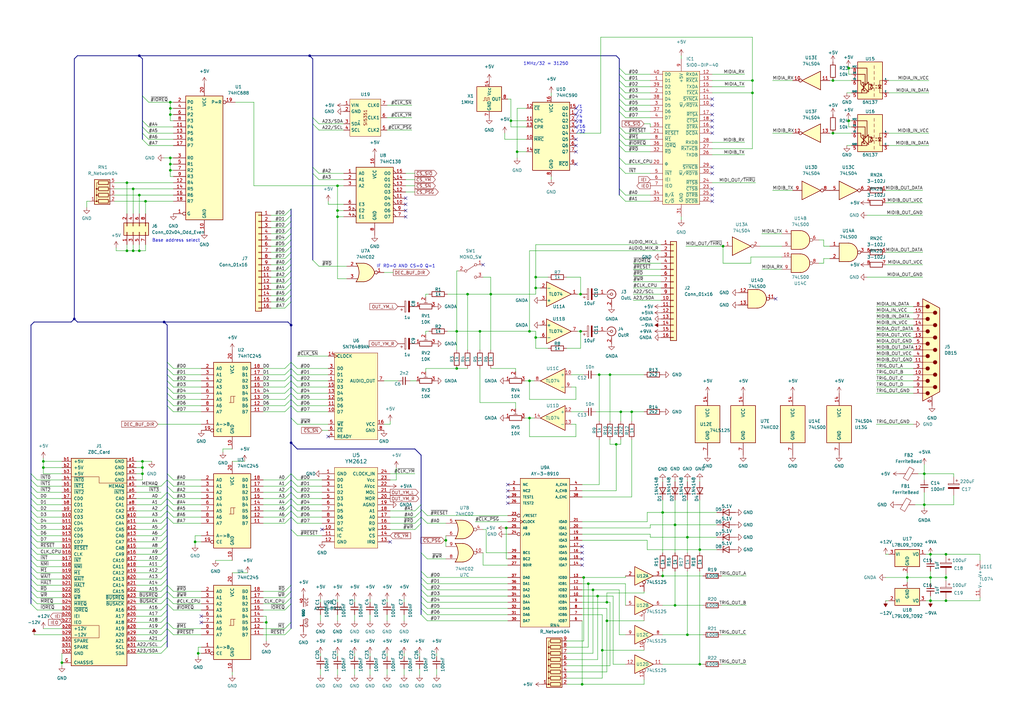
<source format=kicad_sch>
(kicad_sch (version 20231120) (generator "eeschema") (generator_version "8.0")
  (paper "A3")
  (title_block (title "Z8C Audio Interface") (date "2022-10-14") (rev "1") (comment 1 "1) All 74HC parts could be substituted by 74HCT") (comment 2 "2) All 74LS Parts could be substituted by 74HCT") (comment 3 "3) Rev1: Fix I2C lines to SI5351"))
  (lib_symbols
    (symbol "74xx:74HC245" (pin_names (offset 1.016))
      (property "Reference" "U" (at -7.62 16.51 0))
      (property "Value" "74HC245" (at -7.62 -16.51 0))
      (symbol "74HC245_1_0"
        (pin input line (at -12.7 -10.16 0) (length 5.08) (name "A->B") (number "1"))
        (pin power_in line (at 0 -20.32 90) (length 5.08) (name "GND") (number "10"))
        (pin tri_state line (at 12.7 -5.08 180) (length 5.08) (name "B7") (number "11"))
        (pin tri_state line (at 12.7 -2.54 180) (length 5.08) (name "B6") (number "12"))
        (pin tri_state line (at 12.7 0 180) (length 5.08) (name "B5") (number "13"))
        (pin tri_state line (at 12.7 2.54 180) (length 5.08) (name "B4") (number "14"))
        (pin tri_state line (at 12.7 5.08 180) (length 5.08) (name "B3") (number "15"))
        (pin tri_state line (at 12.7 7.62 180) (length 5.08) (name "B2") (number "16"))
        (pin tri_state line (at 12.7 10.16 180) (length 5.08) (name "B1") (number "17"))
        (pin tri_state line (at 12.7 12.7 180) (length 5.08) (name "B0") (number "18"))
        (pin input inverted (at -12.7 -12.7 0) (length 5.08) (name "CE") (number "19"))
        (pin tri_state line (at -12.7 12.7 0) (length 5.08) (name "A0") (number "2"))
        (pin power_in line (at 0 20.32 270) (length 5.08) (name "VCC") (number "20"))
        (pin tri_state line (at -12.7 10.16 0) (length 5.08) (name "A1") (number "3"))
        (pin tri_state line (at -12.7 7.62 0) (length 5.08) (name "A2") (number "4"))
        (pin tri_state line (at -12.7 5.08 0) (length 5.08) (name "A3") (number "5"))
        (pin tri_state line (at -12.7 2.54 0) (length 5.08) (name "A4") (number "6"))
        (pin tri_state line (at -12.7 0 0) (length 5.08) (name "A5") (number "7"))
        (pin tri_state line (at -12.7 -2.54 0) (length 5.08) (name "A6") (number "8"))
        (pin tri_state line (at -12.7 -5.08 0) (length 5.08) (name "A7") (number "9"))
      )
    )
    (symbol "74xx:74LS00" (pin_names (offset 1.016))
      (property "Reference" "U" (at 0 1.27 0))
      (property "Value" "74LS00" (at 0 -1.27 0))
      (symbol "74LS00_1_1"
        (pin input line (at -7.62 2.54 0) (length 3.81) (name "~") (number "1"))
        (pin input line (at -7.62 -2.54 0) (length 3.81) (name "~") (number "2"))
        (pin output inverted (at 7.62 0 180) (length 3.81) (name "~") (number "3"))
      )
      (symbol "74LS00_1_2"
        (pin input inverted (at -7.62 2.54 0) (length 4.318) (name "~") (number "1"))
        (pin input inverted (at -7.62 -2.54 0) (length 4.318) (name "~") (number "2"))
        (pin output line (at 7.62 0 180) (length 3.81) (name "~") (number "3"))
      )
      (symbol "74LS00_2_1"
        (pin input line (at -7.62 2.54 0) (length 3.81) (name "~") (number "4"))
        (pin input line (at -7.62 -2.54 0) (length 3.81) (name "~") (number "5"))
        (pin output inverted (at 7.62 0 180) (length 3.81) (name "~") (number "6"))
      )
      (symbol "74LS00_2_2"
        (pin input inverted (at -7.62 2.54 0) (length 4.318) (name "~") (number "4"))
        (pin input inverted (at -7.62 -2.54 0) (length 4.318) (name "~") (number "5"))
        (pin output line (at 7.62 0 180) (length 3.81) (name "~") (number "6"))
      )
      (symbol "74LS00_3_1"
        (pin input line (at -7.62 -2.54 0) (length 3.81) (name "~") (number "10"))
        (pin output inverted (at 7.62 0 180) (length 3.81) (name "~") (number "8"))
        (pin input line (at -7.62 2.54 0) (length 3.81) (name "~") (number "9"))
      )
      (symbol "74LS00_3_2"
        (pin input inverted (at -7.62 -2.54 0) (length 4.318) (name "~") (number "10"))
        (pin output line (at 7.62 0 180) (length 3.81) (name "~") (number "8"))
        (pin input inverted (at -7.62 2.54 0) (length 4.318) (name "~") (number "9"))
      )
      (symbol "74LS00_4_1"
        (pin output inverted (at 7.62 0 180) (length 3.81) (name "~") (number "11"))
        (pin input line (at -7.62 2.54 0) (length 3.81) (name "~") (number "12"))
        (pin input line (at -7.62 -2.54 0) (length 3.81) (name "~") (number "13"))
      )
      (symbol "74LS00_4_2"
        (pin output line (at 7.62 0 180) (length 3.81) (name "~") (number "11"))
        (pin input inverted (at -7.62 2.54 0) (length 4.318) (name "~") (number "12"))
        (pin input inverted (at -7.62 -2.54 0) (length 4.318) (name "~") (number "13"))
      )
      (symbol "74LS00_5_0"
        (pin power_in line (at 0 12.7 270) (length 5.08) (name "VCC") (number "14"))
        (pin power_in line (at 0 -12.7 90) (length 5.08) (name "GND") (number "7"))
      )
    )
    (symbol "74xx:74LS02" (pin_names (offset 1.016))
      (property "Reference" "U" (at 0 1.27 0))
      (property "Value" "74LS02" (at 0 -1.27 0))
      (symbol "74LS02_1_1"
        (pin output inverted (at 7.62 0 180) (length 3.81) (name "~") (number "1"))
        (pin input line (at -7.62 2.54 0) (length 4.318) (name "~") (number "2"))
        (pin input line (at -7.62 -2.54 0) (length 4.318) (name "~") (number "3"))
      )
      (symbol "74LS02_1_2"
        (pin output line (at 7.62 0 180) (length 3.81) (name "~") (number "1"))
        (pin input inverted (at -7.62 2.54 0) (length 3.81) (name "~") (number "2"))
        (pin input inverted (at -7.62 -2.54 0) (length 3.81) (name "~") (number "3"))
      )
      (symbol "74LS02_2_1"
        (pin output inverted (at 7.62 0 180) (length 3.81) (name "~") (number "4"))
        (pin input line (at -7.62 2.54 0) (length 4.318) (name "~") (number "5"))
        (pin input line (at -7.62 -2.54 0) (length 4.318) (name "~") (number "6"))
      )
      (symbol "74LS02_2_2"
        (pin output line (at 7.62 0 180) (length 3.81) (name "~") (number "4"))
        (pin input inverted (at -7.62 2.54 0) (length 3.81) (name "~") (number "5"))
        (pin input inverted (at -7.62 -2.54 0) (length 3.81) (name "~") (number "6"))
      )
      (symbol "74LS02_3_1"
        (pin output inverted (at 7.62 0 180) (length 3.81) (name "~") (number "10"))
        (pin input line (at -7.62 2.54 0) (length 4.318) (name "~") (number "8"))
        (pin input line (at -7.62 -2.54 0) (length 4.318) (name "~") (number "9"))
      )
      (symbol "74LS02_3_2"
        (pin output line (at 7.62 0 180) (length 3.81) (name "~") (number "10"))
        (pin input inverted (at -7.62 2.54 0) (length 3.81) (name "~") (number "8"))
        (pin input inverted (at -7.62 -2.54 0) (length 3.81) (name "~") (number "9"))
      )
      (symbol "74LS02_4_1"
        (pin input line (at -7.62 2.54 0) (length 4.318) (name "~") (number "11"))
        (pin input line (at -7.62 -2.54 0) (length 4.318) (name "~") (number "12"))
        (pin output inverted (at 7.62 0 180) (length 3.81) (name "~") (number "13"))
      )
      (symbol "74LS02_4_2"
        (pin input inverted (at -7.62 2.54 0) (length 3.81) (name "~") (number "11"))
        (pin input inverted (at -7.62 -2.54 0) (length 3.81) (name "~") (number "12"))
        (pin output line (at 7.62 0 180) (length 3.81) (name "~") (number "13"))
      )
      (symbol "74LS02_5_0"
        (pin power_in line (at 0 12.7 270) (length 5.08) (name "VCC") (number "14"))
        (pin power_in line (at 0 -12.7 90) (length 5.08) (name "GND") (number "7"))
      )
    )
    (symbol "74xx:74LS06" (pin_names (offset 1.016))
      (property "Reference" "U" (at 0 1.27 0))
      (property "Value" "74LS06" (at 0 -1.27 0))
      (symbol "74LS06_1_0"
        (pin input line (at -7.62 0 0) (length 3.81) (name "~") (number "1"))
        (pin open_collector inverted (at 7.62 0 180) (length 3.81) (name "~") (number "2"))
      )
      (symbol "74LS06_2_0"
        (pin input line (at -7.62 0 0) (length 3.81) (name "~") (number "3"))
        (pin open_collector inverted (at 7.62 0 180) (length 3.81) (name "~") (number "4"))
      )
      (symbol "74LS06_3_0"
        (pin input line (at -7.62 0 0) (length 3.81) (name "~") (number "5"))
        (pin open_collector inverted (at 7.62 0 180) (length 3.81) (name "~") (number "6"))
      )
      (symbol "74LS06_4_0"
        (pin open_collector inverted (at 7.62 0 180) (length 3.81) (name "~") (number "8"))
        (pin input line (at -7.62 0 0) (length 3.81) (name "~") (number "9"))
      )
      (symbol "74LS06_5_0"
        (pin open_collector inverted (at 7.62 0 180) (length 3.81) (name "~") (number "10"))
        (pin input line (at -7.62 0 0) (length 3.81) (name "~") (number "11"))
      )
      (symbol "74LS06_6_0"
        (pin open_collector inverted (at 7.62 0 180) (length 3.81) (name "~") (number "12"))
        (pin input line (at -7.62 0 0) (length 3.81) (name "~") (number "13"))
      )
      (symbol "74LS06_7_0"
        (pin power_in line (at 0 12.7 270) (length 5.08) (name "VCC") (number "14"))
        (pin power_in line (at 0 -12.7 90) (length 5.08) (name "GND") (number "7"))
      )
    )
    (symbol "74xx:74LS125" (pin_names (offset 1.016))
      (property "Reference" "U" (at 0 1.27 0))
      (property "Value" "74LS125" (at 0 -1.27 0))
      (symbol "74LS125_1_0"
        (pin input inverted (at 0 -6.35 90) (length 4.445) (name "~") (number "1"))
        (pin input line (at -7.62 0 0) (length 3.81) (name "~") (number "2"))
        (pin tri_state line (at 7.62 0 180) (length 3.81) (name "~") (number "3"))
      )
      (symbol "74LS125_2_0"
        (pin input inverted (at 0 -6.35 90) (length 4.445) (name "~") (number "4"))
        (pin input line (at -7.62 0 0) (length 3.81) (name "~") (number "5"))
        (pin tri_state line (at 7.62 0 180) (length 3.81) (name "~") (number "6"))
      )
      (symbol "74LS125_3_0"
        (pin input inverted (at 0 -6.35 90) (length 4.445) (name "~") (number "10"))
        (pin tri_state line (at 7.62 0 180) (length 3.81) (name "~") (number "8"))
        (pin input line (at -7.62 0 0) (length 3.81) (name "~") (number "9"))
      )
      (symbol "74LS125_4_0"
        (pin tri_state line (at 7.62 0 180) (length 3.81) (name "~") (number "11"))
        (pin input line (at -7.62 0 0) (length 3.81) (name "~") (number "12"))
        (pin input inverted (at 0 -6.35 90) (length 4.445) (name "~") (number "13"))
      )
      (symbol "74LS125_5_0"
        (pin power_in line (at 0 12.7 270) (length 5.08) (name "VCC") (number "14"))
        (pin power_in line (at 0 -12.7 90) (length 5.08) (name "GND") (number "7"))
      )
    )
    (symbol "74xx:74LS138" (pin_names (offset 1.016))
      (property "Reference" "U" (at -7.62 11.43 0))
      (property "Value" "74LS138" (at -7.62 -13.97 0))
      (symbol "74LS138_1_0"
        (pin input line (at -12.7 7.62 0) (length 5.08) (name "A0") (number "1"))
        (pin output output_low (at 12.7 -5.08 180) (length 5.08) (name "O5") (number "10"))
        (pin output output_low (at 12.7 -2.54 180) (length 5.08) (name "O4") (number "11"))
        (pin output output_low (at 12.7 0 180) (length 5.08) (name "O3") (number "12"))
        (pin output output_low (at 12.7 2.54 180) (length 5.08) (name "O2") (number "13"))
        (pin output output_low (at 12.7 5.08 180) (length 5.08) (name "O1") (number "14"))
        (pin output output_low (at 12.7 7.62 180) (length 5.08) (name "O0") (number "15"))
        (pin power_in line (at 0 15.24 270) (length 5.08) (name "VCC") (number "16"))
        (pin input line (at -12.7 5.08 0) (length 5.08) (name "A1") (number "2"))
        (pin input line (at -12.7 2.54 0) (length 5.08) (name "A2") (number "3"))
        (pin input input_low (at -12.7 -10.16 0) (length 5.08) (name "E1") (number "4"))
        (pin input input_low (at -12.7 -7.62 0) (length 5.08) (name "E2") (number "5"))
        (pin input line (at -12.7 -5.08 0) (length 5.08) (name "E3") (number "6"))
        (pin output output_low (at 12.7 -10.16 180) (length 5.08) (name "O7") (number "7"))
        (pin power_in line (at 0 -17.78 90) (length 5.08) (name "GND") (number "8"))
        (pin output output_low (at 12.7 -7.62 180) (length 5.08) (name "O6") (number "9"))
      )
    )
    (symbol "74xx:74LS590"
      (property "Reference" "U" (at -7.62 16.51 0))
      (property "Value" "74LS590" (at -7.62 -13.97 0))
      (symbol "74LS590_1_0"
        (pin tri_state line (at 10.16 10.16 180) (length 2.54) (name "Q1") (number "1"))
        (pin input line (at -10.16 0 0) (length 2.54) (name "~{MRC}") (number "10"))
        (pin input line (at -10.16 7.62 0) (length 2.54) (name "CPC") (number "11"))
        (pin input line (at -10.16 12.7 0) (length 2.54) (name "~{CE}") (number "12"))
        (pin input line (at -10.16 5.08 0) (length 2.54) (name "CPR") (number "13"))
        (pin input line (at -10.16 -5.08 0) (length 2.54) (name "~{OE}") (number "14"))
        (pin tri_state line (at 10.16 12.7 180) (length 2.54) (name "Q0") (number "15"))
        (pin power_in line (at 0 17.78 270) (length 2.54) (name "VCC") (number "16"))
        (pin tri_state line (at 10.16 7.62 180) (length 2.54) (name "Q2") (number "2"))
        (pin tri_state line (at 10.16 5.08 180) (length 2.54) (name "Q3") (number "3"))
        (pin tri_state line (at 10.16 2.54 180) (length 2.54) (name "Q4") (number "4"))
        (pin tri_state line (at 10.16 0 180) (length 2.54) (name "Q5") (number "5"))
        (pin tri_state line (at 10.16 -2.54 180) (length 2.54) (name "Q6") (number "6"))
        (pin tri_state line (at 10.16 -5.08 180) (length 2.54) (name "Q7") (number "7"))
        (pin power_in line (at 0 -15.24 90) (length 2.54) (name "GND") (number "8"))
        (pin output line (at 10.16 -10.16 180) (length 2.54) (name "~{RCO}") (number "9"))
      )
    )
    (symbol "74xx:74LS688"
      (property "Reference" "U" (at -7.62 26.67 0))
      (property "Value" "74LS688" (at -7.62 -26.67 0))
      (symbol "74LS688_1_0"
        (pin input inverted (at -12.7 -22.86 0) (length 5.08) (name "G") (number "1"))
        (pin power_in line (at 0 -30.48 90) (length 5.08) (name "GND") (number "10"))
        (pin input line (at -12.7 12.7 0) (length 5.08) (name "P4") (number "11"))
        (pin input line (at -12.7 -10.16 0) (length 5.08) (name "R4") (number "12"))
        (pin input line (at -12.7 10.16 0) (length 5.08) (name "P5") (number "13"))
        (pin input line (at -12.7 -12.7 0) (length 5.08) (name "R5") (number "14"))
        (pin input line (at -12.7 7.62 0) (length 5.08) (name "P6") (number "15"))
        (pin input line (at -12.7 -15.24 0) (length 5.08) (name "R6") (number "16"))
        (pin input line (at -12.7 5.08 0) (length 5.08) (name "P7") (number "17"))
        (pin input line (at -12.7 -17.78 0) (length 5.08) (name "R7") (number "18"))
        (pin output inverted (at 12.7 22.86 180) (length 5.08) (name "P=R") (number "19"))
        (pin input line (at -12.7 22.86 0) (length 5.08) (name "P0") (number "2"))
        (pin power_in line (at 0 30.48 270) (length 5.08) (name "VCC") (number "20"))
        (pin input line (at -12.7 0 0) (length 5.08) (name "R0") (number "3"))
        (pin input line (at -12.7 20.32 0) (length 5.08) (name "P1") (number "4"))
        (pin input line (at -12.7 -2.54 0) (length 5.08) (name "R1") (number "5"))
        (pin input line (at -12.7 17.78 0) (length 5.08) (name "P2") (number "6"))
        (pin input line (at -12.7 -5.08 0) (length 5.08) (name "R2") (number "7"))
        (pin input line (at -12.7 15.24 0) (length 5.08) (name "P3") (number "8"))
        (pin input line (at -12.7 -7.62 0) (length 5.08) (name "R3") (number "9"))
      )
    )
    (symbol "AY-3-8912_1" (pin_names (offset 1.016))
      (property "Reference" "U9" (at 10.16 4.445 0))
      (property "Value" "AY-3-8910" (at 10.16 1.905 0))
      (symbol "AY-3-8912_1_1_1"
        (pin bidirectional line (at 25.4 -48.26 180) (length 5.08) (name "IOB3") (number "10"))
        (pin bidirectional line (at 25.4 -45.72 180) (length 5.08) (name "IOB2") (number "11"))
        (pin bidirectional line (at 25.4 -43.18 180) (length 5.08) (name "IOB1") (number "12"))
        (pin bidirectional line (at 25.4 -40.64 180) (length 5.08) (name "IOB0") (number "13"))
        (pin bidirectional line (at 25.4 -35.56 180) (length 5.08) (name "IOA7") (number "14"))
        (pin bidirectional line (at 25.4 -33.02 180) (length 5.08) (name "IOA6") (number "15"))
        (pin bidirectional line (at 25.4 -30.48 180) (length 5.08) (name "IOA5") (number "16"))
        (pin bidirectional line (at 25.4 -27.94 180) (length 5.08) (name "IOA4") (number "17"))
        (pin bidirectional line (at 25.4 -25.4 180) (length 5.08) (name "IOA3") (number "18"))
        (pin bidirectional line (at 25.4 -22.86 180) (length 5.08) (name "IOA2") (number "19"))
        (pin unspecified line (at -5.08 -2.54 0) (length 5.08) (name "NC") (number "2"))
        (pin bidirectional line (at 25.4 -20.32 180) (length 5.08) (name "IOA1") (number "20"))
        (pin bidirectional line (at 25.4 -17.78 180) (length 5.08) (name "IOA0") (number "21"))
        (pin input clock (at -5.08 -17.78 0) (length 5.08) (name "CLOCK") (number "22"))
        (pin input inverted (at -5.08 -15.24 0) (length 5.08) (name "/RESET") (number "23"))
        (pin input inverted (at -5.08 -22.86 0) (length 5.08) (name "/A9") (number "24"))
        (pin input line (at -5.08 -20.32 0) (length 5.08) (name "A8") (number "25"))
        (pin input line (at -5.08 -10.16 0) (length 5.08) (name "TEST2") (number "26"))
        (pin input line (at -5.08 -35.56 0) (length 5.08) (name "BDIR") (number "27"))
        (pin input line (at -5.08 -33.02 0) (length 5.08) (name "BC2") (number "28"))
        (pin input line (at -5.08 -30.48 0) (length 5.08) (name "BC1") (number "29"))
        (pin output line (at 25.4 -5.08 180) (length 5.08) (name "A_CHB") (number "3"))
        (pin bidirectional line (at -5.08 -58.42 0) (length 5.08) (name "DA7") (number "30"))
        (pin bidirectional line (at -5.08 -55.88 0) (length 5.08) (name "DA6") (number "31"))
        (pin bidirectional line (at -5.08 -53.34 0) (length 5.08) (name "DA5") (number "32"))
        (pin bidirectional line (at -5.08 -50.8 0) (length 5.08) (name "DA4") (number "33"))
        (pin bidirectional line (at -5.08 -48.26 0) (length 5.08) (name "DA3") (number "34"))
        (pin bidirectional line (at -5.08 -45.72 0) (length 5.08) (name "DA2") (number "35"))
        (pin bidirectional line (at -5.08 -43.18 0) (length 5.08) (name "DA1") (number "36"))
        (pin bidirectional line (at -5.08 -40.64 0) (length 5.08) (name "DA0") (number "37"))
        (pin output line (at 25.4 -7.62 180) (length 5.08) (name "A_CHC") (number "38"))
        (pin input line (at -5.08 -7.62 0) (length 5.08) (name "TEST1") (number "39"))
        (pin output line (at 25.4 -2.54 180) (length 5.08) (name "A_CHA") (number "4"))
        (pin unspecified line (at -5.08 -5.08 0) (length 5.08) (name "NC2") (number "5"))
        (pin bidirectional line (at 25.4 -58.42 180) (length 5.08) (name "IOB7") (number "6"))
        (pin bidirectional line (at 25.4 -55.88 180) (length 5.08) (name "IOB6") (number "7"))
        (pin bidirectional line (at 25.4 -53.34 180) (length 5.08) (name "IOB5") (number "8"))
        (pin bidirectional line (at 25.4 -50.8 180) (length 5.08) (name "IOB4") (number "9"))
      )
      (symbol "AY-3-8912_1_2_0"
        (text "GND" (at 1.27 -3.937 1) (effects (font (size 1.27 1.27))))
        (text "VCC" (at 1.27 4.572 1) (effects (font (size 1.27 1.27))))
      )
      (symbol "AY-3-8912_1_2_1"
        (pin power_in line (at 0 -7.62 90) (length 5.08) (name "GND") (number "1"))
        (pin power_in line (at 0 7.62 270) (length 5.08) (name "VCC") (number "40"))
      )
    )
    (symbol "Amplifier_Operational:TL074" (pin_names (offset 0.127))
      (property "Reference" "U" (at 0 5.08 0))
      (property "Value" "TL074" (at 0 -5.08 0))
      (symbol "TL074_1_1"
        (pin output line (at 7.62 0 180) (length 2.54) (name "~") (number "1"))
        (pin input line (at -7.62 -2.54 0) (length 2.54) (name "-") (number "2"))
        (pin input line (at -7.62 2.54 0) (length 2.54) (name "+") (number "3"))
      )
      (symbol "TL074_2_1"
        (pin input line (at -7.62 2.54 0) (length 2.54) (name "+") (number "5"))
        (pin input line (at -7.62 -2.54 0) (length 2.54) (name "-") (number "6"))
        (pin output line (at 7.62 0 180) (length 2.54) (name "~") (number "7"))
      )
      (symbol "TL074_3_1"
        (pin input line (at -7.62 2.54 0) (length 2.54) (name "+") (number "10"))
        (pin output line (at 7.62 0 180) (length 2.54) (name "~") (number "8"))
        (pin input line (at -7.62 -2.54 0) (length 2.54) (name "-") (number "9"))
      )
      (symbol "TL074_4_1"
        (pin input line (at -7.62 2.54 0) (length 2.54) (name "+") (number "12"))
        (pin input line (at -7.62 -2.54 0) (length 2.54) (name "-") (number "13"))
        (pin output line (at 7.62 0 180) (length 2.54) (name "~") (number "14"))
      )
      (symbol "TL074_5_1"
        (pin power_in line (at -2.54 -7.62 90) (length 3.81) (name "V-") (number "11"))
        (pin power_in line (at -2.54 7.62 270) (length 3.81) (name "V+") (number "4"))
      )
    )
    (symbol "Connector:Conn_Coaxial" (pin_names (offset 1.016) hide)
      (property "Reference" "J" (at 0.254 3.048 0))
      (property "Value" "Conn_Coaxial" (at 2.921 0 90))
      (symbol "Conn_Coaxial_1_1"
        (pin passive line (at -5.08 0 0) (length 2.54) (name "In") (number "1"))
        (pin passive line (at 0 -5.08 90) (length 2.54) (name "Ext") (number "2"))
      )
    )
    (symbol "Connector:DA15_Plug_MountingHoles" (pin_names (offset 1.016) hide)
      (property "Reference" "J" (at 0 24.13 0))
      (property "Value" "DA15_Plug_MountingHoles" (at 0 22.225 0))
      (symbol "DA15_Plug_MountingHoles_1_1"
        (pin passive line (at 0 -22.86 90) (length 3.81) (name "PAD") (number "0"))
        (pin passive line (at -7.62 -17.78 0) (length 3.81) (name "1") (number "1"))
        (pin passive line (at -7.62 -10.16 0) (length 3.81) (name "P10") (number "10"))
        (pin passive line (at -7.62 -5.08 0) (length 3.81) (name "P111") (number "11"))
        (pin passive line (at -7.62 0 0) (length 3.81) (name "P12") (number "12"))
        (pin passive line (at -7.62 5.08 0) (length 3.81) (name "P13") (number "13"))
        (pin passive line (at -7.62 10.16 0) (length 3.81) (name "P14") (number "14"))
        (pin passive line (at -7.62 15.24 0) (length 3.81) (name "P15") (number "15"))
        (pin passive line (at -7.62 -12.7 0) (length 3.81) (name "2") (number "2"))
        (pin passive line (at -7.62 -7.62 0) (length 3.81) (name "3") (number "3"))
        (pin passive line (at -7.62 -2.54 0) (length 3.81) (name "4") (number "4"))
        (pin passive line (at -7.62 2.54 0) (length 3.81) (name "5") (number "5"))
        (pin passive line (at -7.62 7.62 0) (length 3.81) (name "6") (number "6"))
        (pin passive line (at -7.62 12.7 0) (length 3.81) (name "7") (number "7"))
        (pin passive line (at -7.62 17.78 0) (length 3.81) (name "8") (number "8"))
        (pin passive line (at -7.62 -15.24 0) (length 3.81) (name "P9") (number "9"))
      )
    )
    (symbol "Connector_Generic:Conn_01x16" (pin_names (offset 1.016) hide)
      (property "Reference" "J" (at 0 20.32 0))
      (property "Value" "Conn_01x16" (at 0 -22.86 0))
      (symbol "Conn_01x16_1_1"
        (pin passive line (at -5.08 17.78 0) (length 3.81) (name "Pin_1") (number "1"))
        (pin passive line (at -5.08 -5.08 0) (length 3.81) (name "Pin_10") (number "10"))
        (pin passive line (at -5.08 -7.62 0) (length 3.81) (name "Pin_11") (number "11"))
        (pin passive line (at -5.08 -10.16 0) (length 3.81) (name "Pin_12") (number "12"))
        (pin passive line (at -5.08 -12.7 0) (length 3.81) (name "Pin_13") (number "13"))
        (pin passive line (at -5.08 -15.24 0) (length 3.81) (name "Pin_14") (number "14"))
        (pin passive line (at -5.08 -17.78 0) (length 3.81) (name "Pin_15") (number "15"))
        (pin passive line (at -5.08 -20.32 0) (length 3.81) (name "Pin_16") (number "16"))
        (pin passive line (at -5.08 15.24 0) (length 3.81) (name "Pin_2") (number "2"))
        (pin passive line (at -5.08 12.7 0) (length 3.81) (name "Pin_3") (number "3"))
        (pin passive line (at -5.08 10.16 0) (length 3.81) (name "Pin_4") (number "4"))
        (pin passive line (at -5.08 7.62 0) (length 3.81) (name "Pin_5") (number "5"))
        (pin passive line (at -5.08 5.08 0) (length 3.81) (name "Pin_6") (number "6"))
        (pin passive line (at -5.08 2.54 0) (length 3.81) (name "Pin_7") (number "7"))
        (pin passive line (at -5.08 0 0) (length 3.81) (name "Pin_8") (number "8"))
        (pin passive line (at -5.08 -2.54 0) (length 3.81) (name "Pin_9") (number "9"))
      )
    )
    (symbol "Connector_Generic:Conn_02x04_Odd_Even" (pin_names (offset 1.016) hide)
      (property "Reference" "J" (at 1.27 5.08 0))
      (property "Value" "Conn_02x04_Odd_Even" (at 1.27 -7.62 0))
      (symbol "Conn_02x04_Odd_Even_1_1"
        (pin passive line (at -5.08 2.54 0) (length 3.81) (name "Pin_1") (number "1"))
        (pin passive line (at 7.62 2.54 180) (length 3.81) (name "Pin_2") (number "2"))
        (pin passive line (at -5.08 0 0) (length 3.81) (name "Pin_3") (number "3"))
        (pin passive line (at 7.62 0 180) (length 3.81) (name "Pin_4") (number "4"))
        (pin passive line (at -5.08 -2.54 0) (length 3.81) (name "Pin_5") (number "5"))
        (pin passive line (at 7.62 -2.54 180) (length 3.81) (name "Pin_6") (number "6"))
        (pin passive line (at -5.08 -5.08 0) (length 3.81) (name "Pin_7") (number "7"))
        (pin passive line (at 7.62 -5.08 180) (length 3.81) (name "Pin_8") (number "8"))
      )
    )
    (symbol "CustomSymbols:SN76489AN" (pin_names (offset 1.016))
      (property "Reference" "U" (at -1.27 19.05 0))
      (property "Value" "SN76489AN" (at 0 -19.05 0))
      (symbol "SN76489AN_1_1"
        (pin input line (at -11.43 6.35 0) (length 2.54) (name "D2") (number "1"))
        (pin input line (at -11.43 -6.35 0) (length 2.54) (name "D7") (number "10"))
        (pin input line (at -11.43 -3.81 0) (length 2.54) (name "D6") (number "11"))
        (pin input line (at -11.43 -1.27 0) (length 2.54) (name "D5") (number "12"))
        (pin input line (at -11.43 1.27 0) (length 2.54) (name "D4") (number "13"))
        (pin input clock (at -11.43 16.51 0) (length 2.54) (name "CLOCK") (number "14"))
        (pin input line (at -11.43 3.81 0) (length 2.54) (name "D3") (number "15"))
        (pin power_in line (at 11.43 -11.43 180) (length 2.54) (name "VCC") (number "16"))
        (pin input line (at -11.43 8.89 0) (length 2.54) (name "D1") (number "2"))
        (pin input line (at -11.43 11.43 0) (length 2.54) (name "D0") (number "3"))
        (pin output line (at -11.43 -16.51 0) (length 2.54) (name "READY") (number "4"))
        (pin input line (at -11.43 -11.43 0) (length 2.54) (name "~{WE}") (number "5"))
        (pin input line (at -11.43 -13.97 0) (length 2.54) (name "~{CE}") (number "6"))
        (pin power_out line (at 11.43 6.35 180) (length 2.54) (name "AUDIO_OUT") (number "7"))
        (pin power_out line (at 11.43 -13.97 180) (length 2.54) (name "GND") (number "8"))
        (pin no_connect line (at 11.43 -16.51 180) (length 2.54) hide (name "N.C.") (number "9"))
      )
    )
    (symbol "CustomSymbols:YM2612" (pin_names (offset 1.016))
      (property "Reference" "U8" (at 8.89 20.32 0))
      (property "Value" "YM2612" (at 8.89 17.78 0))
      (symbol "YM2612_1_1"
        (pin input line (at -5.08 12.7 0) (length 5.08) (name "GND") (number "1"))
        (pin input line (at -5.08 -10.16 0) (length 5.08) (name "NC") (number "10"))
        (pin input line (at -5.08 -12.7 0) (length 5.08) (name "IC") (number "11"))
        (pin input line (at -5.08 -15.24 0) (length 5.08) (name "GND") (number "12"))
        (pin input line (at 22.86 -15.24 180) (length 5.08) (name "IRQ") (number "13"))
        (pin input line (at 22.86 -12.7 180) (length 5.08) (name "CS") (number "14"))
        (pin input line (at 22.86 -10.16 180) (length 5.08) (name "WR") (number "15"))
        (pin input line (at 22.86 -7.62 180) (length 5.08) (name "RD") (number "16"))
        (pin input line (at 22.86 -5.08 180) (length 5.08) (name "A0") (number "17"))
        (pin input line (at 22.86 -2.54 180) (length 5.08) (name "A1") (number "18"))
        (pin input line (at 22.86 0 180) (length 5.08) (name "AGND") (number "19"))
        (pin input line (at -5.08 10.16 0) (length 5.08) (name "D0") (number "2"))
        (pin input line (at 22.86 2.54 180) (length 5.08) (name "MOR") (number "20"))
        (pin input line (at 22.86 5.08 180) (length 5.08) (name "MOL") (number "21"))
        (pin input line (at 22.86 7.62 180) (length 5.08) (name "AVcc") (number "22"))
        (pin input line (at 22.86 10.16 180) (length 5.08) (name "Vcc") (number "23"))
        (pin input line (at 22.86 12.7 180) (length 5.08) (name "CLOCK_IN") (number "24"))
        (pin input line (at -5.08 7.62 0) (length 5.08) (name "D1") (number "3"))
        (pin input line (at -5.08 5.08 0) (length 5.08) (name "D2") (number "4"))
        (pin input line (at -5.08 2.54 0) (length 5.08) (name "D3") (number "5"))
        (pin input line (at -5.08 0 0) (length 5.08) (name "D4") (number "6"))
        (pin input line (at -5.08 -2.54 0) (length 5.08) (name "D5") (number "7"))
        (pin input line (at -5.08 -5.08 0) (length 5.08) (name "D6") (number "8"))
        (pin input line (at -5.08 -7.62 0) (length 5.08) (name "D7") (number "9"))
      )
    )
    (symbol "Dennis2:SI5351_Module"
      (property "Reference" "U" (at 2.54 10.16 0))
      (symbol "SI5351_Module_1_1"
        (text "SI5351" (at 2.54 1.27 900) (effects (font (size 1.27 1.27))))
        (pin power_in line (at -6.35 6.35 0) (length 2.54) (name "VIN") (number "1"))
        (pin power_in line (at -6.35 3.81 0) (length 2.54) (name "GND") (number "2"))
        (pin bidirectional line (at -6.35 -1.27 0) (length 2.54) (name "SDA") (number "3"))
        (pin bidirectional line (at -6.35 -3.81 0) (length 2.54) (name "SCL") (number "4"))
        (pin output line (at 11.43 -3.81 180) (length 2.54) (name "CLK2") (number "5"))
        (pin output line (at 11.43 1.27 180) (length 2.54) (name "CLK1") (number "6"))
        (pin output line (at 11.43 6.35 180) (length 2.54) (name "CLK0") (number "7"))
      )
    )
    (symbol "Dennis:Z8C_Card" (pin_names (offset 1.016))
      (property "Reference" "J1" (at 0 41.91 0))
      (property "Value" "Z8C_Card" (at 0 39.37 0))
      (symbol "Z8C_Card_1_1"
        (pin power_out line (at -15.24 -43.18 0) (length 3.81) (name "CHASSIS") (number "G"))
        (pin power_out line (at 15.24 39.37 180) (length 3.81) (name "GND") (number "a1"))
        (pin passive line (at 15.24 16.51 180) (length 3.81) (name "CA3") (number "a10"))
        (pin passive line (at 15.24 13.97 180) (length 3.81) (name "CA4") (number "a11"))
        (pin passive line (at 15.24 11.43 180) (length 3.81) (name "CA5") (number "a12"))
        (pin passive line (at 15.24 8.89 180) (length 3.81) (name "CA6") (number "a13"))
        (pin passive line (at 15.24 6.35 180) (length 3.81) (name "CA7") (number "a14"))
        (pin passive line (at 15.24 3.81 180) (length 3.81) (name "CA8") (number "a15"))
        (pin passive line (at 15.24 1.27 180) (length 3.81) (name "CA9") (number "a16"))
        (pin passive line (at 15.24 -1.27 180) (length 3.81) (name "CA10") (number "a17"))
        (pin passive line (at 15.24 -3.81 180) (length 3.81) (name "CA11") (number "a18"))
        (pin passive line (at 15.24 -6.35 180) (length 3.81) (name "CA12") (number "a19"))
        (pin power_out line (at 15.24 36.83 180) (length 3.81) (name "GND") (number "a2"))
        (pin passive line (at 15.24 -8.89 180) (length 3.81) (name "CA13") (number "a20"))
        (pin passive line (at 15.24 -11.43 180) (length 3.81) (name "CA14") (number "a21"))
        (pin passive line (at 15.24 -13.97 180) (length 3.81) (name "CA15") (number "a22"))
        (pin passive line (at 15.24 -16.51 180) (length 3.81) (name "~{BUSREQ}") (number "a23"))
        (pin passive line (at 15.24 -19.05 180) (length 3.81) (name "~{BUSACK}") (number "a24"))
        (pin passive line (at 15.24 -21.59 180) (length 3.81) (name "A16") (number "a25"))
        (pin passive line (at 15.24 -24.13 180) (length 3.81) (name "A17") (number "a26"))
        (pin passive line (at 15.24 -26.67 180) (length 3.81) (name "A18") (number "a27"))
        (pin passive line (at 15.24 -29.21 180) (length 3.81) (name "A19") (number "a28"))
        (pin passive line (at 15.24 -31.75 180) (length 3.81) (name "A20") (number "a29"))
        (pin power_out line (at 15.24 34.29 180) (length 3.81) (name "GND") (number "a3"))
        (pin passive line (at 15.24 -34.29 180) (length 3.81) (name "A21") (number "a30"))
        (pin passive line (at 15.24 -36.83 180) (length 3.81) (name "SCL") (number "a31"))
        (pin passive line (at 15.24 -39.37 180) (length 3.81) (name "SDA") (number "a32"))
        (pin power_out line (at 15.24 31.75 180) (length 3.81) (name "GND") (number "a4"))
        (pin passive line (at 15.24 29.21 180) (length 3.81) (name "MEMAQ") (number "a5"))
        (pin passive line (at 15.24 26.67 180) (length 3.81) (name "~{INT3}") (number "a6"))
        (pin passive line (at 15.24 24.13 180) (length 3.81) (name "CA0") (number "a7"))
        (pin passive line (at 15.24 21.59 180) (length 3.81) (name "CA1") (number "a8"))
        (pin passive line (at 15.24 19.05 180) (length 3.81) (name "CA2") (number "a9"))
        (pin power_out line (at -15.24 39.37 0) (length 3.81) (name "+5V") (number "b1"))
        (pin passive line (at -15.24 16.51 0) (length 3.81) (name "CD3") (number "b10"))
        (pin passive line (at -15.24 13.97 0) (length 3.81) (name "CD4") (number "b11"))
        (pin passive line (at -15.24 11.43 0) (length 3.81) (name "CD5") (number "b12"))
        (pin passive line (at -15.24 8.89 0) (length 3.81) (name "CD6") (number "b13"))
        (pin passive line (at -15.24 6.35 0) (length 3.81) (name "CD7") (number "b14"))
        (pin passive line (at -15.24 3.81 0) (length 3.81) (name "~{RESET}") (number "b15"))
        (pin passive line (at -15.24 1.27 0) (length 3.81) (name "CLK") (number "b16"))
        (pin passive line (at -15.24 -1.27 0) (length 3.81) (name "~{INT}") (number "b17"))
        (pin passive line (at -15.24 -3.81 0) (length 3.81) (name "~{NMI}") (number "b18"))
        (pin passive line (at -15.24 -6.35 0) (length 3.81) (name "~{M1}") (number "b19"))
        (pin power_out line (at -15.24 36.83 0) (length 3.81) (name "+5V") (number "b2"))
        (pin passive line (at -15.24 -8.89 0) (length 3.81) (name "~{WAIT}") (number "b20"))
        (pin passive line (at -15.24 -11.43 0) (length 3.81) (name "~{HALT}") (number "b21"))
        (pin passive line (at -15.24 -13.97 0) (length 3.81) (name "~{RD}") (number "b22"))
        (pin passive line (at -15.24 -16.51 0) (length 3.81) (name "~{WR}") (number "b23"))
        (pin passive line (at -15.24 -19.05 0) (length 3.81) (name "~{MREQ}") (number "b24"))
        (pin passive line (at -15.24 -21.59 0) (length 3.81) (name "~{IOREQ}") (number "b25"))
        (pin passive line (at -15.24 -24.13 0) (length 3.81) (name "IEI") (number "b26"))
        (pin passive line (at -15.24 -26.67 0) (length 3.81) (name "IEO") (number "b27"))
        (pin power_out line (at -15.24 -29.21 0) (length 3.81) (name "+12V") (number "b28"))
        (pin power_out line (at -15.24 -31.75 0) (length 3.81) (name "-12V") (number "b29"))
        (pin power_out line (at -15.24 34.29 0) (length 3.81) (name "+5V") (number "b3"))
        (pin passive line (at -15.24 -34.29 0) (length 3.81) (name "SPARE") (number "b30"))
        (pin passive line (at -15.24 -36.83 0) (length 3.81) (name "SPARE") (number "b31"))
        (pin power_out line (at -15.24 -39.37 0) (length 3.81) (name "GND") (number "b32"))
        (pin passive line (at -15.24 31.75 0) (length 3.81) (name "~{INT0}") (number "b4"))
        (pin passive line (at -15.24 29.21 0) (length 3.81) (name "~{INT1}") (number "b5"))
        (pin passive line (at -15.24 26.67 0) (length 3.81) (name "~{INT2}") (number "b6"))
        (pin passive line (at -15.24 24.13 0) (length 3.81) (name "CD0") (number "b7"))
        (pin passive line (at -15.24 21.59 0) (length 3.81) (name "CD1") (number "b8"))
        (pin passive line (at -15.24 19.05 0) (length 3.81) (name "CD2") (number "b9"))
      )
    )
    (symbol "Device:C_Polarized" (pin_numbers hide) (pin_names (offset 0.254))
      (property "Reference" "C" (at 0.635 2.54 0))
      (property "Value" "C_Polarized" (at 0.635 -2.54 0))
      (symbol "C_Polarized_1_1"
        (pin passive line (at 0 3.81 270) (length 2.794) (name "~") (number "1"))
        (pin passive line (at 0 -3.81 90) (length 2.794) (name "~") (number "2"))
      )
    )
    (symbol "Device:C_Small" (pin_numbers hide) (pin_names (offset 0.254) hide)
      (property "Reference" "C" (at 0.254 1.778 0))
      (property "Value" "C_Small" (at 0.254 -2.032 0))
      (symbol "C_Small_1_1"
        (pin passive line (at 0 2.54 270) (length 2.032) (name "~") (number "1"))
        (pin passive line (at 0 -2.54 90) (length 2.032) (name "~") (number "2"))
      )
    )
    (symbol "Device:D_Zener" (pin_numbers hide) (pin_names (offset 1.016) hide)
      (property "Reference" "D" (at 0 2.54 0))
      (property "Value" "D_Zener" (at 0 -2.54 0))
      (symbol "D_Zener_1_1"
        (pin passive line (at -3.81 0 0) (length 2.54) (name "K") (number "1"))
        (pin passive line (at 3.81 0 180) (length 2.54) (name "A") (number "2"))
      )
    )
    (symbol "Device:FerriteBead" (pin_numbers hide) (pin_names (offset 0))
      (property "Reference" "FB" (at -3.81 0.635 90))
      (property "Value" "FerriteBead" (at 3.81 0 90))
      (symbol "FerriteBead_1_1"
        (pin passive line (at 0 3.81 270) (length 2.54) (name "~") (number "1"))
        (pin passive line (at 0 -3.81 90) (length 2.54) (name "~") (number "2"))
      )
    )
    (symbol "Device:R" (pin_numbers hide) (pin_names (offset 0))
      (property "Reference" "R" (at 2.032 0 90))
      (property "Value" "R" (at 0 0 90))
      (symbol "R_1_1"
        (pin passive line (at 0 3.81 270) (length 1.27) (name "~") (number "1"))
        (pin passive line (at 0 -3.81 90) (length 1.27) (name "~") (number "2"))
      )
    )
    (symbol "Device:R_Network04" (pin_names (offset 0) hide)
      (property "Reference" "RN" (at -7.62 0 90))
      (property "Value" "R_Network04" (at 5.08 0 90))
      (symbol "R_Network04_1_1"
        (pin passive line (at -5.08 5.08 270) (length 2.54) (name "common") (number "1"))
        (pin passive line (at -5.08 -5.08 90) (length 1.27) (name "R1") (number "2"))
        (pin passive line (at -2.54 -5.08 90) (length 1.27) (name "R2") (number "3"))
        (pin passive line (at 0 -5.08 90) (length 1.27) (name "R3") (number "4"))
        (pin passive line (at 2.54 -5.08 90) (length 1.27) (name "R4") (number "5"))
      )
    )
    (symbol "Device:R_Network08" (pin_names (offset 0) hide)
      (property "Reference" "RN" (at -12.7 0 90))
      (property "Value" "R_Network08" (at 10.16 0 90))
      (symbol "R_Network08_1_1"
        (pin passive line (at -10.16 5.08 270) (length 2.54) (name "common") (number "1"))
        (pin passive line (at -10.16 -5.08 90) (length 1.27) (name "R1") (number "2"))
        (pin passive line (at -7.62 -5.08 90) (length 1.27) (name "R2") (number "3"))
        (pin passive line (at -5.08 -5.08 90) (length 1.27) (name "R3") (number "4"))
        (pin passive line (at -2.54 -5.08 90) (length 1.27) (name "R4") (number "5"))
        (pin passive line (at 0 -5.08 90) (length 1.27) (name "R5") (number "6"))
        (pin passive line (at 2.54 -5.08 90) (length 1.27) (name "R6") (number "7"))
        (pin passive line (at 5.08 -5.08 90) (length 1.27) (name "R7") (number "8"))
        (pin passive line (at 7.62 -5.08 90) (length 1.27) (name "R8") (number "9"))
      )
    )
    (symbol "Device:R_Pack04_SIP_Split" (pin_names (offset 0) hide)
      (property "Reference" "RN" (at 2.032 0 90))
      (property "Value" "R_Pack04_SIP_Split" (at 0 0 90))
      (symbol "R_Pack04_SIP_Split_1_1"
        (pin passive line (at 0 -3.81 90) (length 1.27) (name "R1.1") (number "1"))
        (pin passive line (at 0 3.81 270) (length 1.27) (name "R1.2") (number "2"))
      )
      (symbol "R_Pack04_SIP_Split_2_1"
        (pin passive line (at 0 -3.81 90) (length 1.27) (name "R2.1") (number "3"))
        (pin passive line (at 0 3.81 270) (length 1.27) (name "R2.2") (number "4"))
      )
      (symbol "R_Pack04_SIP_Split_3_1"
        (pin passive line (at 0 -3.81 90) (length 1.27) (name "R3.1") (number "5"))
        (pin passive line (at 0 3.81 270) (length 1.27) (name "R3.2") (number "6"))
      )
      (symbol "R_Pack04_SIP_Split_4_1"
        (pin passive line (at 0 -3.81 90) (length 1.27) (name "R4.1") (number "7"))
        (pin passive line (at 0 3.81 270) (length 1.27) (name "R4.2") (number "8"))
      )
    )
    (symbol "Device:R_Potentiometer_Trim" (pin_names (offset 1.016) hide)
      (property "Reference" "RV" (at -4.445 0 90))
      (property "Value" "R_Potentiometer_Trim" (at -2.54 0 90))
      (symbol "R_Potentiometer_Trim_1_1"
        (pin passive line (at 0 3.81 270) (length 1.27) (name "1") (number "1"))
        (pin passive line (at 3.81 0 180) (length 1.27) (name "2") (number "2"))
        (pin passive line (at 0 -3.81 90) (length 1.27) (name "3") (number "3"))
      )
    )
    (symbol "Diode:1N4148" (pin_numbers hide) (pin_names hide)
      (property "Reference" "D" (at 0 2.54 0))
      (property "Value" "1N4148" (at 0 -2.54 0))
      (symbol "1N4148_1_1"
        (pin passive line (at -3.81 0 0) (length 2.54) (name "K") (number "1"))
        (pin passive line (at 3.81 0 180) (length 2.54) (name "A") (number "2"))
      )
    )
    (symbol "Isolator:6N137" (pin_names (offset 0))
      (property "Reference" "U" (at -4.064 8.89 0))
      (property "Value" "6N137" (at 0 -8.89 0))
      (symbol "6N137_1_1"
        (pin no_connect line (at -5.08 5.08 0) (length 2.54) hide (name "NC") (number "1"))
        (pin passive line (at -7.62 0 0) (length 2.54) (name "A") (number "2"))
        (pin passive line (at -7.62 -5.08 0) (length 2.54) (name "C") (number "3"))
        (pin power_in line (at 7.62 -5.08 180) (length 2.54) (name "GND") (number "5"))
        (pin open_collector line (at 7.62 0 180) (length 2.54) (name "VO") (number "6"))
        (pin input line (at 7.62 2.54 180) (length 2.54) (name "EN") (number "7"))
        (pin power_in line (at 7.62 5.08 180) (length 2.54) (name "VCC") (number "8"))
      )
    )
    (symbol "Oscillator:ACO-xxxMHz" (pin_names (offset 0.254))
      (property "Reference" "X" (at -5.08 6.35 0))
      (property "Value" "ACO-xxxMHz" (at 1.27 -6.35 0))
      (symbol "ACO-xxxMHz_1_1"
        (pin no_connect line (at -7.62 0 0) (length 2.54) hide (name "NC") (number "1"))
        (pin power_in line (at 0 7.62 270) (length 2.54) (name "Vcc") (number "14"))
        (pin power_in line (at 0 -7.62 90) (length 2.54) (name "GND") (number "7"))
        (pin output line (at 7.62 0 180) (length 2.54) (name "OUT") (number "8"))
      )
    )
    (symbol "Regulator_Linear:L78L09_TO92" (pin_names (offset 0.254))
      (property "Reference" "U" (at -3.81 3.175 0))
      (property "Value" "L78L09_TO92" (at 0 3.175 0))
      (symbol "L78L09_TO92_1_1"
        (pin power_out line (at 7.62 0 180) (length 2.54) (name "VO") (number "1"))
        (pin power_in line (at 0 -7.62 90) (length 2.54) (name "GND") (number "2"))
        (pin power_in line (at -7.62 0 0) (length 2.54) (name "VI") (number "3"))
      )
    )
    (symbol "Regulator_Linear:L79L05_TO92" (pin_names (offset 0.254))
      (property "Reference" "U" (at -3.81 -3.175 0))
      (property "Value" "L79L05_TO92" (at 0 -3.175 0))
      (symbol "L79L05_TO92_1_1"
        (pin power_in line (at 0 7.62 270) (length 2.54) (name "GND") (number "1"))
        (pin power_in line (at -7.62 0 0) (length 2.54) (name "VI") (number "2"))
        (pin power_out line (at 7.62 0 180) (length 2.54) (name "VO") (number "3"))
      )
    )
    (symbol "Switch:SW_SPDT" (pin_names (offset 0) hide)
      (property "Reference" "SW" (at 0 4.318 0))
      (property "Value" "SW_SPDT" (at 0 -5.08 0))
      (symbol "SW_SPDT_1_1"
        (pin passive line (at 5.08 2.54 180) (length 2.54) (name "A") (number "1"))
        (pin passive line (at -5.08 0 0) (length 2.54) (name "B") (number "2"))
        (pin passive line (at 5.08 -2.54 180) (length 2.54) (name "C") (number "3"))
      )
    )
    (symbol "Zilog_Z80_Peripherals:SIO0-DIP-40" (pin_names (offset 0.762))
      (property "Reference" "IC" (at 0 1.27 0))
      (property "Value" "SIO0-DIP-40" (at 7.62 1.27 0))
      (symbol "SIO0-DIP-40_0_0"
        (pin bidirectional line (at -5.08 -3.81 0) (length 5.08) (name "D1") (number "1"))
        (pin output line (at 20.32 -13.97 180) (length 5.08) (name "~{W}/~{RDYA}") (number "10"))
        (pin bidirectional line (at 20.32 -11.43 180) (length 5.08) (name "~{SYNCA}") (number "11"))
        (pin input line (at 20.32 -1.27 180) (length 5.08) (name "RXDA") (number "12"))
        (pin input line (at 20.32 -3.81 180) (length 5.08) (name "~{RXCA}") (number "13"))
        (pin output line (at 20.32 -8.89 180) (length 5.08) (name "~{TXCA}") (number "14"))
        (pin output line (at 20.32 -6.35 180) (length 5.08) (name "TXDA") (number "15"))
        (pin output line (at 20.32 -22.86 180) (length 5.08) (name "~{DTRA}") (number "16"))
        (pin output line (at 20.32 -17.78 180) (length 5.08) (name "~{RTSA}") (number "17"))
        (pin input line (at 20.32 -20.32 180) (length 5.08) (name "~{CTSA}") (number "18"))
        (pin input line (at 20.32 -25.4 180) (length 5.08) (name "~{DCDA}") (number "19"))
        (pin bidirectional line (at -5.08 -8.89 0) (length 5.08) (name "D3") (number "2"))
        (pin input line (at -5.08 -38.1 0) (length 5.08) (name "Φ") (number "20"))
        (pin input line (at -5.08 -25.4 0) (length 5.08) (name "~{RESET}") (number "21"))
        (pin input line (at 20.32 -53.34 180) (length 5.08) (name "~{DCDB}") (number "22"))
        (pin input line (at 20.32 -48.26 180) (length 5.08) (name "~{CTSB}") (number "23"))
        (pin output line (at 20.32 -45.72 180) (length 5.08) (name "~{RTSB}") (number "24"))
        (pin output line (at 20.32 -50.8 180) (length 5.08) (name "~{DTRB}") (number "25"))
        (pin output line (at 20.32 -34.29 180) (length 5.08) (name "TXDB") (number "26"))
        (pin input line (at 20.32 -31.75 180) (length 5.08) (name "~{RxTxCB}") (number "27"))
        (pin input line (at 20.32 -29.21 180) (length 5.08) (name "RXDB") (number "28"))
        (pin input line (at 20.32 -39.37 180) (length 5.08) (name "~{SYNCB}") (number "29"))
        (pin bidirectional line (at -5.08 -13.97 0) (length 5.08) (name "D5") (number "3"))
        (pin output line (at 20.32 -41.91 180) (length 5.08) (name "~{W}/~{RDYB}") (number "30"))
        (pin power_in line (at 7.62 -59.69 90) (length 5.08) (name "GND") (number "31"))
        (pin input line (at -5.08 -33.02 0) (length 5.08) (name "~{RD}") (number "32"))
        (pin input line (at -5.08 -53.34 0) (length 5.08) (name "C/~{D}") (number "33"))
        (pin input line (at -5.08 -50.8 0) (length 5.08) (name "B/~{A}") (number "34"))
        (pin input line (at -5.08 -22.86 0) (length 5.08) (name "~{CE}") (number "35"))
        (pin input line (at -5.08 -30.48 0) (length 5.08) (name "~{IORQ}") (number "36"))
        (pin bidirectional line (at -5.08 -16.51 0) (length 5.08) (name "D6") (number "37"))
        (pin bidirectional line (at -5.08 -11.43 0) (length 5.08) (name "D4") (number "38"))
        (pin bidirectional line (at -5.08 -6.35 0) (length 5.08) (name "D2") (number "39"))
        (pin bidirectional line (at -5.08 -19.05 0) (length 5.08) (name "D7") (number "4"))
        (pin bidirectional line (at -5.08 -1.27 0) (length 5.08) (name "D0") (number "40"))
        (pin open_collector line (at -5.08 -41.91 0) (length 5.08) (name "~{INT}") (number "5"))
        (pin input line (at -5.08 -44.45 0) (length 5.08) (name "IEI") (number "6"))
        (pin output line (at -5.08 -46.99 0) (length 5.08) (name "IEO") (number "7"))
        (pin input line (at -5.08 -27.94 0) (length 5.08) (name "~{M1}") (number "8"))
        (pin power_in line (at 7.62 5.08 270) (length 5.08) (name "+5V") (number "9"))
      )
    )
    (symbol "oldchips:AY-3-8912" (pin_names (offset 1.016))
      (property "Reference" "U9" (at 10.16 4.445 0))
      (property "Value" "AY-3-8910" (at 10.16 1.905 0))
      (symbol "AY-3-8912_1_1"
        (pin bidirectional line (at 25.4 -48.26 180) (length 5.08) (name "IOB3") (number "10"))
        (pin bidirectional line (at 25.4 -45.72 180) (length 5.08) (name "IOB2") (number "11"))
        (pin bidirectional line (at 25.4 -43.18 180) (length 5.08) (name "IOB1") (number "12"))
        (pin bidirectional line (at 25.4 -40.64 180) (length 5.08) (name "IOB0") (number "13"))
        (pin bidirectional line (at 25.4 -35.56 180) (length 5.08) (name "IOA7") (number "14"))
        (pin bidirectional line (at 25.4 -33.02 180) (length 5.08) (name "IOA6") (number "15"))
        (pin bidirectional line (at 25.4 -30.48 180) (length 5.08) (name "IOA5") (number "16"))
        (pin bidirectional line (at 25.4 -27.94 180) (length 5.08) (name "IOA4") (number "17"))
        (pin bidirectional line (at 25.4 -25.4 180) (length 5.08) (name "IOA3") (number "18"))
        (pin bidirectional line (at 25.4 -22.86 180) (length 5.08) (name "IOA2") (number "19"))
        (pin unspecified line (at -5.08 -2.54 0) (length 5.08) (name "NC") (number "2"))
        (pin bidirectional line (at 25.4 -20.32 180) (length 5.08) (name "IOA1") (number "20"))
        (pin bidirectional line (at 25.4 -17.78 180) (length 5.08) (name "IOA0") (number "21"))
        (pin input clock (at -5.08 -17.78 0) (length 5.08) (name "CLOCK") (number "22"))
        (pin input inverted (at -5.08 -15.24 0) (length 5.08) (name "/RESET") (number "23"))
        (pin input inverted (at -5.08 -22.86 0) (length 5.08) (name "/A9") (number "24"))
        (pin input line (at -5.08 -20.32 0) (length 5.08) (name "A8") (number "25"))
        (pin input line (at -5.08 -10.16 0) (length 5.08) (name "TEST2") (number "26"))
        (pin input line (at -5.08 -35.56 0) (length 5.08) (name "BDIR") (number "27"))
        (pin input line (at -5.08 -33.02 0) (length 5.08) (name "BC2") (number "28"))
        (pin input line (at -5.08 -30.48 0) (length 5.08) (name "BC1") (number "29"))
        (pin output line (at 25.4 -5.08 180) (length 5.08) (name "A_CHB") (number "3"))
        (pin bidirectional line (at -5.08 -58.42 0) (length 5.08) (name "DA7") (number "30"))
        (pin bidirectional line (at -5.08 -55.88 0) (length 5.08) (name "DA6") (number "31"))
        (pin bidirectional line (at -5.08 -53.34 0) (length 5.08) (name "DA5") (number "32"))
        (pin bidirectional line (at -5.08 -50.8 0) (length 5.08) (name "DA4") (number "33"))
        (pin bidirectional line (at -5.08 -48.26 0) (length 5.08) (name "DA3") (number "34"))
        (pin bidirectional line (at -5.08 -45.72 0) (length 5.08) (name "DA2") (number "35"))
        (pin bidirectional line (at -5.08 -43.18 0) (length 5.08) (name "DA1") (number "36"))
        (pin bidirectional line (at -5.08 -40.64 0) (length 5.08) (name "DA0") (number "37"))
        (pin output line (at 25.4 -7.62 180) (length 5.08) (name "A_CHC") (number "38"))
        (pin input line (at -5.08 -7.62 0) (length 5.08) (name "TEST1") (number "39"))
        (pin output line (at 25.4 -2.54 180) (length 5.08) (name "A_CHA") (number "4"))
        (pin unspecified line (at -5.08 -5.08 0) (length 5.08) (name "NC2") (number "5"))
        (pin bidirectional line (at 25.4 -58.42 180) (length 5.08) (name "IOB7") (number "6"))
        (pin bidirectional line (at 25.4 -55.88 180) (length 5.08) (name "IOB6") (number "7"))
        (pin bidirectional line (at 25.4 -53.34 180) (length 5.08) (name "IOB5") (number "8"))
        (pin bidirectional line (at 25.4 -50.8 180) (length 5.08) (name "IOB4") (number "9"))
      )
      (symbol "AY-3-8912_2_0"
        (text "GND" (at 1.27 -3.937 1) (effects (font (size 1.27 1.27))))
        (text "VCC" (at 1.27 4.572 1) (effects (font (size 1.27 1.27))))
      )
      (symbol "AY-3-8912_2_1"
        (pin power_in line (at 0 -7.62 90) (length 5.08) (name "GND") (number "1"))
        (pin power_in line (at 0 7.62 270) (length 5.08) (name "VCC") (number "40"))
      )
    )
    (symbol "power:+12V" (power) (pin_names (offset 0))
      (property "Value" "+12V" (at 0 3.556 0))
      (symbol "+12V_1_1"
        (pin power_in line (at 0 0 90) (length 0) hide (name "+12V") (number "1"))
      )
    )
    (symbol "power:+5V" (power) (pin_names (offset 0))
      (property "Value" "+5V" (at 0 3.556 0))
      (symbol "+5V_1_1"
        (pin power_in line (at 0 0 90) (length 0) hide (name "+5V") (number "1"))
      )
    )
    (symbol "power:+5VA" (power) (pin_names (offset 0))
      (property "Value" "+5VA" (at 0 3.556 0))
      (symbol "+5VA_1_1"
        (pin power_in line (at 0 0 90) (length 0) hide (name "+5VA") (number "1"))
      )
    )
    (symbol "power:+9VA" (power) (pin_names (offset 0))
      (property "Value" "+9VA" (at 0 3.81 0))
      (symbol "+9VA_1_1"
        (pin power_in line (at 0 0 90) (length 0) hide (name "+9VA") (number "1"))
      )
    )
    (symbol "power:-12V" (power) (pin_names (offset 0))
      (property "Value" "-12V" (at 0 3.81 0))
      (symbol "-12V_0_0"
        (pin power_in line (at 0 0 90) (length 0) hide (name "-12V") (number "1"))
      )
    )
    (symbol "power:-9VA" (power) (pin_names (offset 0))
      (property "Value" "-9VA" (at 0 3.81 0))
      (symbol "-9VA_1_1"
        (pin power_in line (at 0 0 90) (length 0) hide (name "-9VA") (number "1"))
      )
    )
    (symbol "power:GND" (power) (pin_names (offset 0))
      (property "Value" "GND" (at 0 -3.81 0))
      (symbol "GND_1_1"
        (pin power_in line (at 0 0 270) (length 0) hide (name "GND") (number "1"))
      )
    )
    (symbol "power:GNDA" (power) (pin_names (offset 0))
      (property "Value" "GNDA" (at 0 -3.81 0))
      (symbol "GNDA_1_1"
        (pin power_in line (at 0 0 270) (length 0) hide (name "GNDA") (number "1"))
      )
    )
  )
  (junction (at 379.095 194.31))
  (junction (at 119.38 133.35))
  (junction (at 217.17 135.89))
  (junction (at 69.85 69.85))
  (junction (at 276.86 215.265))
  (junction (at 54.61 102.87))
  (junction (at 196.85 135.89))
  (junction (at 67.31 132.08))
  (junction (at 387.985 236.855))
  (junction (at 187.325 135.89))
  (junction (at 271.78 236.22))
  (junction (at 25.4 271.78))
  (junction (at 138.43 88.9))
  (junction (at 54.61 77.47))
  (junction (at 81.28 267.97))
  (junction (at 281.94 260.35))
  (junction (at 52.07 102.87))
  (junction (at 379.095 207.01))
  (junction (at 212.09 62.23))
  (junction (at 69.85 64.77))
  (junction (at 219.71 138.43))
  (junction (at 57.15 22.86))
  (junction (at 348.107 27.94))
  (junction (at 248.92 254.635))
  (junction (at 57.15 102.87))
  (junction (at 254.635 168.91))
  (junction (at 138.43 76.2))
  (junction (at 207.645 216.535))
  (junction (at 241.3 239.395))
  (junction (at 69.85 46.99))
  (junction (at 247.015 266.7))
  (junction (at 238.76 280.67))
  (junction (at 119.38 181.61))
  (junction (at 69.85 44.45))
  (junction (at 308.61 38.1))
  (junction (at 217.17 156.21))
  (junction (at 245.745 153.67))
  (junction (at 127 22.86))
  (junction (at 259.08 168.91))
  (junction (at 287.02 225.425))
  (junction (at 271.78 210.185))
  (junction (at 58.42 194.31))
  (junction (at 381.635 246.38))
  (junction (at 243.205 241.935))
  (junction (at 17.78 191.77))
  (junction (at 58.42 191.77))
  (junction (at 187.325 151.13))
  (junction (at 52.07 74.93))
  (junction (at 138.43 86.36))
  (junction (at 238.125 120.65))
  (junction (at 296.545 100.965))
  (junction (at 182.88 221.615))
  (junction (at 381.635 236.855))
  (junction (at 387.985 227.33))
  (junction (at 252.73 182.245))
  (junction (at 109.22 255.27))
  (junction (at 372.11 236.855))
  (junction (at 387.985 246.38))
  (junction (at 69.85 41.91))
  (junction (at 308.61 33.02))
  (junction (at 287.02 272.415))
  (junction (at 191.77 120.65))
  (junction (at 217.17 171.45))
  (junction (at 17.78 189.23))
  (junction (at 238.125 135.89))
  (junction (at 30.48 130.81))
  (junction (at 219.71 118.11))
  (junction (at 239.395 236.855))
  (junction (at 348.107 49.53))
  (junction (at 250.19 153.67))
  (junction (at 276.86 248.285))
  (junction (at 381.635 227.33))
  (junction (at 57.15 80.01))
  (junction (at 69.85 67.31))
  (junction (at 281.94 220.345))
  (junction (at 209.55 49.53))
  (junction (at 341.63 54.61))
  (junction (at 248.92 247.015))
  (junction (at 59.69 82.55))
  (junction (at 341.63 33.02))
  (junction (at 80.01 222.25))
  (junction (at 245.11 244.475))
  (junction (at 58.42 189.23))
  (junction (at 201.295 120.65))
  (junction (at 219.71 113.665))
  (no_connect (at 238.76 226.695))
  (no_connect (at 292.1 49.53))
  (no_connect (at 292.1 71.12))
  (no_connect (at 236.22 62.23))
  (no_connect (at 236.22 59.69))
  (no_connect (at 236.22 57.15))
  (no_connect (at 236.22 67.31))
  (no_connect (at 318.135 122.555))
  (no_connect (at 292.1 52.07))
  (no_connect (at 166.37 83.82))
  (no_connect (at 238.76 229.235))
  (no_connect (at 208.28 206.375))
  (no_connect (at 82.55 255.27))
  (no_connect (at 160.02 222.25))
  (no_connect (at 292.1 77.47))
  (no_connect (at 166.37 86.36))
  (no_connect (at 166.37 88.9))
  (no_connect (at 166.37 81.28))
  (no_connect (at 236.22 52.07))
  (no_connect (at 236.22 49.53))
  (no_connect (at 236.22 46.99))
  (no_connect (at 236.22 44.45))
  (no_connect (at 82.55 252.73))
  (no_connect (at 292.1 54.61))
  (no_connect (at 292.1 80.01))
  (no_connect (at 292.1 82.55))
  (no_connect (at 208.28 198.755))
  (no_connect (at 292.1 68.58))
  (no_connect (at 134.62 179.07))
  (no_connect (at 292.1 40.64))
  (no_connect (at 292.1 43.18))
  (no_connect (at 198.12 108.585))
  (no_connect (at 292.1 46.99))
  (no_connect (at 238.76 224.155))
  (no_connect (at 132.08 217.17))
  (no_connect (at 238.76 231.775))
  (no_connect (at 208.28 203.835))
  (no_connect (at 208.28 201.295))
  (bus_entry (at 119.38 240.03) (size -2.54 2.54))
  (bus_entry (at 121.92 196.85) (size -2.54 -2.54))
  (bus_entry (at 256.54 33.02) (size -2.54 -2.54))
  (bus_entry (at 68.58 250.19) (size -2.54 2.54))
  (bus_entry (at 15.24 217.17) (size -2.54 -2.54))
  (bus_entry (at 116.84 156.21) (size 2.54 -2.54))
  (bus_entry (at 119.38 247.65) (size -2.54 2.54))
  (bus_entry (at 256.54 43.18) (size -2.54 -2.54))
  (bus_entry (at 58.42 52.07) (size 2.54 2.54))
  (bus_entry (at 119.38 245.11) (size -2.54 2.54))
  (bus_entry (at 68.58 219.71) (size -2.54 2.54))
  (bus_entry (at 172.72 214.63) (size -2.54 2.54))
  (bus_entry (at 12.7 229.87) (size 2.54 2.54))
  (bus_entry (at 68.58 229.87) (size -2.54 2.54))
  (bus_entry (at 121.92 166.37) (size -2.54 -2.54))
  (bus_entry (at 121.92 199.39) (size -2.54 -2.54))
  (bus_entry (at 121.92 201.93) (size -2.54 -2.54))
  (bus_entry (at 116.84 111.125) (size 2.54 -2.54))
  (bus_entry (at 12.7 240.03) (size 2.54 2.54))
  (bus_entry (at 116.84 93.345) (size 2.54 -2.54))
  (bus_entry (at 68.58 209.55) (size -2.54 2.54))
  (bus_entry (at 68.58 245.11) (size -2.54 2.54))
  (bus_entry (at 175.26 249.555) (size -2.54 -2.54))
  (bus_entry (at 175.26 236.855) (size -2.54 -2.54))
  (bus_entry (at 68.58 242.57) (size 2.54 2.54))
  (bus_entry (at 175.26 241.935) (size -2.54 -2.54))
  (bus_entry (at 15.24 219.71) (size -2.54 -2.54))
  (bus_entry (at 15.24 207.01) (size -2.54 -2.54))
  (bus_entry (at 116.84 90.805) (size 2.54 -2.54))
  (bus_entry (at 68.58 255.27) (size -2.54 2.54))
  (bus_entry (at 128.27 106.68) (size 2.54 2.54))
  (bus_entry (at 175.26 244.475) (size -2.54 -2.54))
  (bus_entry (at 68.58 212.09) (size -2.54 2.54))
  (bus_entry (at 175.26 252.095) (size -2.54 -2.54))
  (bus_entry (at 116.84 166.37) (size 2.54 -2.54))
  (bus_entry (at 119.38 212.09) (size -2.54 2.54))
  (bus_entry (at 254 64.77) (size 2.54 2.54))
  (bus_entry (at 58.42 39.37) (size 2.54 2.54))
  (bus_entry (at 256.54 40.64) (size -2.54 -2.54))
  (bus_entry (at 68.58 257.81) (size 2.54 2.54))
  (bus_entry (at 254 77.47) (size 2.54 2.54))
  (bus_entry (at 116.84 121.285) (size 2.54 -2.54))
  (bus_entry (at 121.92 204.47) (size -2.54 -2.54))
  (bus_entry (at 116.84 151.13) (size 2.54 -2.54))
  (bus_entry (at 128.27 50.8) (size 2.54 2.54))
  (bus_entry (at 172.72 207.01) (size -2.54 2.54))
  (bus_entry (at 68.58 199.39) (size 2.54 2.54))
  (bus_entry (at 71.12 158.75) (size -2.54 -2.54))
  (bus_entry (at 68.58 214.63) (size -2.54 2.54))
  (bus_entry (at 172.72 208.915) (size 2.54 2.54))
  (bus_entry (at 116.84 106.045) (size 2.54 -2.54))
  (bus_entry (at 256.54 38.1) (size -2.54 -2.54))
  (bus_entry (at 175.26 254.635) (size -2.54 -2.54))
  (bus_entry (at 119.38 171.45) (size 2.54 2.54))
  (bus_entry (at 119.38 209.55) (size -2.54 2.54))
  (bus_entry (at 68.58 227.33) (size -2.54 2.54))
  (bus_entry (at 68.58 204.47) (size -2.54 2.54))
  (bus_entry (at 15.24 222.25) (size -2.54 -2.54))
  (bus_entry (at 15.24 209.55) (size -2.54 -2.54))
  (bus_entry (at 254 52.07) (size 2.54 2.54))
  (bus_entry (at 116.84 98.425) (size 2.54 -2.54))
  (bus_entry (at 15.24 214.63) (size -2.54 -2.54))
  (bus_entry (at 12.7 247.65) (size 2.54 2.54))
  (bus_entry (at 254 59.69) (size 2.54 2.54))
  (bus_entry (at 119.38 204.47) (size -2.54 2.54))
  (bus_entry (at 256.54 30.48) (size -2.54 -2.54))
  (bus_entry (at 68.58 240.03) (size -2.54 2.54))
  (bus_entry (at 256.54 48.26) (size -2.54 -2.54))
  (bus_entry (at 175.26 239.395) (size -2.54 -2.54))
  (bus_entry (at 254 68.58) (size 2.54 2.54))
  (bus_entry (at 121.92 209.55) (size -2.54 -2.54))
  (bus_entry (at 68.58 201.93) (size 2.54 2.54))
  (bus_entry (at 15.24 212.09) (size -2.54 -2.54))
  (bus_entry (at 256.54 35.56) (size -2.54 -2.54))
  (bus_entry (at 121.92 151.13) (size -2.54 -2.54))
  (bus_entry (at 12.7 199.39) (size 2.54 2.54))
  (bus_entry (at 12.7 194.31) (size 2.54 2.54))
  (bus_entry (at 116.84 123.825) (size 2.54 -2.54))
  (bus_entry (at 68.58 260.35) (size -2.54 2.54))
  (bus_entry (at 116.84 103.505) (size 2.54 -2.54))
  (bus_entry (at 116.84 113.665) (size 2.54 -2.54))
  (bus_entry (at 68.58 217.17) (size -2.54 2.54))
  (bus_entry (at 12.7 224.79) (size 2.54 2.54))
  (bus_entry (at 121.92 168.91) (size -2.54 -2.54))
  (bus_entry (at 68.58 252.73) (size -2.54 2.54))
  (bus_entry (at 116.84 153.67) (size 2.54 -2.54))
  (bus_entry (at 116.84 118.745) (size 2.54 -2.54))
  (bus_entry (at 68.58 196.85) (size 2.54 2.54))
  (bus_entry (at 128.27 48.26) (size 2.54 2.54))
  (bus_entry (at 256.54 45.72) (size -2.54 -2.54))
  (bus_entry (at 119.38 257.81) (size -2.54 2.54))
  (bus_entry (at 68.58 204.47) (size 2.54 2.54))
  (bus_entry (at 121.92 214.63) (size -2.54 -2.54))
  (bus_entry (at 15.24 204.47) (size -2.54 -2.54))
  (bus_entry (at 68.58 207.01) (size 2.54 2.54))
  (bus_entry (at 66.04 199.39) (size 2.54 -2.54))
  (bus_entry (at 71.12 156.21) (size -2.54 -2.54))
  (bus_entry (at 121.92 158.75) (size -2.54 -2.54))
  (bus_entry (at 116.84 163.83) (size 2.54 -2.54))
  (bus_entry (at 116.84 161.29) (size 2.54 -2.54))
  (bus_entry (at 12.7 234.95) (size 2.54 2.54))
  (bus_entry (at 116.84 88.265) (size 2.54 -2.54))
  (bus_entry (at 71.12 153.67) (size -2.54 -2.54))
  (bus_entry (at 172.72 209.55) (size -2.54 2.54))
  (bus_entry (at 68.58 247.65) (size 2.54 2.54))
  (bus_entry (at 12.7 232.41) (size 2.54 2.54))
  (bus_entry (at 254 57.15) (size 2.54 2.54))
  (bus_entry (at 119.38 255.27) (size -2.54 2.54))
  (bus_entry (at 58.42 49.53) (size 2.54 2.54))
  (bus_entry (at 12.7 237.49) (size 2.54 2.54))
  (bus_entry (at 68.58 212.09) (size 2.54 2.54))
  (bus_entry (at 12.7 222.25) (size 2.54 2.54))
  (bus_entry (at 128.27 68.58) (size 2.54 2.54))
  (bus_entry (at 71.12 168.91) (size -2.54 -2.54))
  (bus_entry (at 119.38 217.17) (size 2.54 2.54))
  (bus_entry (at 119.38 201.93) (size -2.54 2.54))
  (bus_entry (at 119.38 194.31) (size -2.54 2.54))
  (bus_entry (at 71.12 166.37) (size -2.54 -2.54))
  (bus_entry (at 116.84 168.91) (size 2.54 -2.54))
  (bus_entry (at 172.72 226.695) (size 2.54 2.54))
  (bus_entry (at 116.84 95.885) (size 2.54 -2.54))
  (bus_entry (at 68.58 265.43) (size -2.54 2.54))
  (bus_entry (at 121.92 163.83) (size -2.54 -2.54))
  (bus_entry (at 71.12 163.83) (size -2.54 -2.54))
  (bus_entry (at 71.12 161.29) (size -2.54 -2.54))
  (bus_entry (at 68.58 242.57) (size -2.54 2.54))
  (bus_entry (at 12.7 245.11) (size 2.54 2.54))
  (bus_entry (at 119.38 207.01) (size -2.54 2.54))
  (bus_entry (at 68.58 257.81) (size -2.54 2.54))
  (bus_entry (at 68.58 237.49) (size -2.54 2.54))
  (bus_entry (at 119.38 242.57) (size -2.54 2.54))
  (bus_entry (at 71.12 151.13) (size -2.54 -2.54))
  (bus_entry (at 121.92 156.21) (size -2.54 -2.54))
  (bus_entry (at 68.58 207.01) (size -2.54 2.54))
  (bus_entry (at 116.84 116.205) (size 2.54 -2.54))
  (bus_entry (at 121.92 161.29) (size -2.54 -2.54))
  (bus_entry (at 119.38 196.85) (size -2.54 2.54))
  (bus_entry (at 68.58 232.41) (size -2.54 2.54))
  (bus_entry (at 116.84 108.585) (size 2.54 -2.54))
  (bus_entry (at 254 80.01) (size 2.54 2.54))
  (bus_entry (at 68.58 245.11) (size 2.54 2.54))
  (bus_entry (at 68.58 247.65) (size -2.54 2.54))
  (bus_entry (at 12.7 242.57) (size 2.54 2.54))
  (bus_entry (at 68.58 224.79) (size -2.54 2.54))
  (bus_entry (at 12.7 196.85) (size 2.54 2.54))
  (bus_entry (at 12.7 227.33) (size 2.54 2.54))
  (bus_entry (at 68.58 255.27) (size 2.54 2.54))
  (bus_entry (at 121.92 153.67) (size -2.54 -2.54))
  (bus_entry (at 68.58 240.03) (size 2.54 2.54))
  (bus_entry (at 121.92 207.01) (size -2.54 -2.54))
  (bus_entry (at 68.58 194.31) (size 2.54 2.54))
  (bus_entry (at 116.84 126.365) (size 2.54 -2.54))
  (bus_entry (at 58.42 54.61) (size 2.54 2.54))
  (bus_entry (at 68.58 222.25) (size -2.54 2.54))
  (bus_entry (at 128.27 71.12) (size 2.54 2.54))
  (bus_entry (at 121.92 212.09) (size -2.54 -2.54))
  (bus_entry (at 172.72 212.09) (size -2.54 2.54))
  (bus_entry (at 116.84 100.965) (size 2.54 -2.54))
  (bus_entry (at 175.26 247.015) (size -2.54 -2.54))
  (bus_entry (at 172.72 212.09) (size 2.54 2.54))
  (bus_entry (at 68.58 234.95) (size -2.54 2.54))
  (bus_entry (at 68.58 201.93) (size -2.54 2.54))
  (bus_entry (at 68.58 262.89) (size -2.54 2.54))
  (bus_entry (at 68.58 209.55) (size 2.54 2.54))
  (bus_entry (at 116.84 158.75) (size 2.54 -2.54))
  (bus_entry (at 58.42 57.15) (size 2.54 2.54))
  (bus_entry (at 254 54.61) (size 2.54 2.54))
  (bus_entry (at 119.38 199.39) (size -2.54 2.54))
  (wire (pts (xy 359.41 133.35) (xy 374.65 133.35)))
  (wire (pts (xy 15.24 229.87) (xy 25.4 229.87)))
  (wire (pts (xy 259.715 120.65) (xy 271.145 120.65)))
  (wire (pts (xy 59.69 82.55) (xy 71.12 82.55)))
  (wire (pts (xy 376.555 194.31) (xy 379.095 194.31)))
  (wire (pts (xy 64.77 173.99) (xy 82.55 173.99)))
  (wire (pts (xy 58.42 189.23) (xy 62.23 189.23)))
  (wire (pts (xy 81.28 267.97) (xy 81.28 269.24)))
  (wire (pts (xy 138.43 88.9) (xy 140.97 88.9)))
  (wire (pts (xy 239.395 236.855) (xy 239.395 262.89)))
  (wire (pts (xy 55.88 199.39) (xy 66.04 199.39)))
  (bus (pts (xy 68.58 209.55) (xy 68.58 207.01)))
  (wire (pts (xy 212.09 44.45) (xy 212.09 62.23)))
  (bus (pts (xy 119.38 108.585) (xy 119.38 111.125)))
  (bus (pts (xy 67.31 132.08) (xy 31.75 132.08)))
  (wire (pts (xy 187.325 135.89) (xy 187.325 111.125)))
  (wire (pts (xy 348.107 27.94) (xy 348.107 30.48)))
  (wire (pts (xy 71.12 44.45) (xy 69.85 44.45)))
  (wire (pts (xy 158.75 254.635) (xy 158.75 252.095)))
  (wire (pts (xy 248.92 254.635) (xy 248.92 275.59)))
  (bus (pts (xy 119.38 93.345) (xy 119.38 95.885)))
  (wire (pts (xy 239.395 168.91) (xy 234.315 168.91)))
  (wire (pts (xy 91.44 184.15) (xy 95.25 184.15)))
  (wire (pts (xy 179.07 267.97) (xy 179.07 269.24)))
  (wire (pts (xy 238.76 201.295) (xy 252.73 201.295)))
  (bus (pts (xy 68.58 232.41) (xy 68.58 229.87)))
  (bus (pts (xy 12.7 196.85) (xy 12.7 199.39)))
  (bus (pts (xy 254 57.15) (xy 254 59.69)))
  (wire (pts (xy 66.04 222.25) (xy 55.88 222.25)))
  (bus (pts (xy 172.72 249.555) (xy 172.72 252.095)))
  (wire (pts (xy 66.04 204.47) (xy 55.88 204.47)))
  (wire (pts (xy 80.01 219.71) (xy 80.01 222.25)))
  (wire (pts (xy 15.24 209.55) (xy 25.4 209.55)))
  (wire (pts (xy 107.95 196.85) (xy 116.84 196.85)))
  (wire (pts (xy 347.98 48.895) (xy 347.98 49.53)))
  (wire (pts (xy 196.85 135.89) (xy 196.85 143.51)))
  (wire (pts (xy 151.765 267.97) (xy 151.765 269.24)))
  (wire (pts (xy 187.325 135.89) (xy 187.325 143.51)))
  (bus (pts (xy 119.38 121.285) (xy 119.38 123.825)))
  (bus (pts (xy 254 52.07) (xy 254 54.61)))
  (wire (pts (xy 254 241.935) (xy 254 260.35)))
  (wire (pts (xy 66.04 219.71) (xy 55.88 219.71)))
  (wire (pts (xy 116.84 161.29) (xy 107.95 161.29)))
  (wire (pts (xy 66.04 255.27) (xy 55.88 255.27)))
  (bus (pts (xy 68.58 133.35) (xy 68.58 148.59)))
  (wire (pts (xy 264.16 168.91) (xy 259.08 168.91)))
  (wire (pts (xy 359.41 130.81) (xy 374.65 130.81)))
  (wire (pts (xy 165.735 267.97) (xy 165.735 269.24)))
  (bus (pts (xy 68.58 161.29) (xy 68.58 163.83)))
  (wire (pts (xy 347.98 27.94) (xy 348.107 27.94)))
  (wire (pts (xy 207.645 229.235) (xy 208.28 229.235)))
  (wire (pts (xy 265.43 221.615) (xy 265.43 225.425)))
  (wire (pts (xy 209.55 49.53) (xy 209.55 52.07)))
  (wire (pts (xy 247.015 266.7) (xy 264.16 266.7)))
  (bus (pts (xy 172.72 236.855) (xy 172.72 239.395)))
  (wire (pts (xy 52.07 102.87) (xy 52.07 100.33)))
  (wire (pts (xy 66.04 260.35) (xy 55.88 260.35)))
  (wire (pts (xy 69.85 67.31) (xy 69.85 69.85)))
  (wire (pts (xy 378.46 88.265) (xy 355.6 88.265)))
  (wire (pts (xy 381.635 246.38) (xy 381.635 244.475)))
  (bus (pts (xy 254 45.72) (xy 254 52.07)))
  (wire (pts (xy 248.92 275.59) (xy 232.41 275.59)))
  (wire (pts (xy 243.205 267.97) (xy 243.205 241.935)))
  (wire (pts (xy 348.107 27.94) (xy 349.25 27.94)))
  (wire (pts (xy 46.99 80.01) (xy 57.15 80.01)))
  (wire (pts (xy 54.61 77.47) (xy 54.61 87.63)))
  (wire (pts (xy 232.41 270.51) (xy 245.11 270.51)))
  (bus (pts (xy 254 54.61) (xy 254 57.15)))
  (bus (pts (xy 128.27 24.13) (xy 127 22.86)))
  (bus (pts (xy 68.58 245.11) (xy 68.58 247.65)))
  (wire (pts (xy 281.94 220.345) (xy 281.94 226.695)))
  (wire (pts (xy 245.11 270.51) (xy 245.11 244.475)))
  (wire (pts (xy 217.17 179.07) (xy 236.22 179.07)))
  (wire (pts (xy 69.85 72.39) (xy 69.85 69.85)))
  (wire (pts (xy 238.76 213.995) (xy 265.43 213.995)))
  (wire (pts (xy 209.55 52.07) (xy 215.9 52.07)))
  (wire (pts (xy 69.85 46.99) (xy 71.12 46.99)))
  (wire (pts (xy 364.49 33.02) (xy 381 33.02)))
  (wire (pts (xy 292.1 63.5) (xy 305.435 63.5)))
  (bus (pts (xy 31.75 132.08) (xy 30.48 130.81)))
  (wire (pts (xy 359.41 128.27) (xy 374.65 128.27)))
  (wire (pts (xy 131.445 267.97) (xy 131.445 269.24)))
  (wire (pts (xy 80.01 222.25) (xy 82.55 222.25)))
  (bus (pts (xy 172.72 209.55) (xy 172.72 208.915)))
  (wire (pts (xy 46.99 74.93) (xy 52.07 74.93)))
  (wire (pts (xy 340.36 54.61) (xy 341.63 54.61)))
  (wire (pts (xy 248.92 243.205) (xy 264.16 243.205)))
  (wire (pts (xy 71.12 247.65) (xy 82.55 247.65)))
  (wire (pts (xy 239.395 153.67) (xy 234.315 153.67)))
  (wire (pts (xy 59.69 102.87) (xy 59.69 100.33)))
  (bus (pts (xy 58.42 54.61) (xy 58.42 57.15)))
  (wire (pts (xy 243.205 241.935) (xy 254 241.935)))
  (wire (pts (xy 224.79 142.875) (xy 219.71 142.875)))
  (bus (pts (xy 170.18 184.15) (xy 121.92 184.15)))
  (wire (pts (xy 13.97 260.35) (xy 25.4 260.35)))
  (wire (pts (xy 226.06 73.66) (xy 226.06 72.39)))
  (wire (pts (xy 198.12 231.775) (xy 198.12 226.695)))
  (bus (pts (xy 254 38.1) (xy 254 35.56)))
  (wire (pts (xy 378.46 108.585) (xy 363.22 108.585)))
  (wire (pts (xy 281.94 220.345) (xy 294.005 220.345)))
  (wire (pts (xy 109.22 255.27) (xy 109.22 262.89)))
  (wire (pts (xy 381.635 236.855) (xy 381.635 239.395)))
  (wire (pts (xy 66.04 242.57) (xy 55.88 242.57)))
  (bus (pts (xy 68.58 229.87) (xy 68.58 227.33)))
  (wire (pts (xy 187.325 135.89) (xy 196.85 135.89)))
  (bus (pts (xy 119.38 166.37) (xy 119.38 171.45)))
  (wire (pts (xy 91.44 185.42) (xy 91.44 184.15)))
  (wire (pts (xy 130.81 73.66) (xy 140.97 73.66)))
  (wire (pts (xy 232.41 265.43) (xy 241.3 265.43)))
  (wire (pts (xy 363.22 236.855) (xy 372.11 236.855)))
  (bus (pts (xy 58.42 49.53) (xy 58.42 52.07)))
  (wire (pts (xy 60.96 52.07) (xy 71.12 52.07)))
  (wire (pts (xy 250.19 247.015) (xy 250.19 273.05)))
  (wire (pts (xy 54.61 100.33) (xy 54.61 102.87)))
  (wire (pts (xy 221.615 138.43) (xy 219.71 138.43)))
  (bus (pts (xy 254 64.77) (xy 254 68.58)))
  (bus (pts (xy 254 59.69) (xy 254 64.77)))
  (wire (pts (xy 52.07 74.93) (xy 71.12 74.93)))
  (wire (pts (xy 387.985 227.33) (xy 401.955 227.33)))
  (wire (pts (xy 57.15 100.33) (xy 57.15 102.87)))
  (wire (pts (xy 121.92 166.37) (xy 134.62 166.37)))
  (wire (pts (xy 256.54 48.26) (xy 266.7 48.26)))
  (wire (pts (xy 121.92 156.21) (xy 134.62 156.21)))
  (bus (pts (xy 119.38 247.65) (xy 119.38 255.27)))
  (bus (pts (xy 119.38 207.01) (xy 119.38 209.55)))
  (wire (pts (xy 259.715 107.95) (xy 271.145 107.95)))
  (bus (pts (xy 119.38 151.13) (xy 119.38 153.67)))
  (wire (pts (xy 111.125 118.745) (xy 116.84 118.745)))
  (wire (pts (xy 71.12 158.75) (xy 82.55 158.75)))
  (wire (pts (xy 17.78 194.31) (xy 25.4 194.31)))
  (wire (pts (xy 47.625 102.87) (xy 52.07 102.87)))
  (wire (pts (xy 15.24 222.25) (xy 25.4 222.25)))
  (wire (pts (xy 15.24 219.71) (xy 25.4 219.71)))
  (wire (pts (xy 88.392 229.87) (xy 95.25 229.87)))
  (bus (pts (xy 68.58 156.21) (xy 68.58 158.75)))
  (bus (pts (xy 12.7 133.35) (xy 13.97 132.08)))
  (bus (pts (xy 119.38 111.125) (xy 119.38 113.665)))
  (wire (pts (xy 378.46 83.185) (xy 363.22 83.185)))
  (bus (pts (xy 119.38 98.425) (xy 119.38 100.965)))
  (wire (pts (xy 170.18 76.2) (xy 166.37 76.2)))
  (wire (pts (xy 121.92 212.09) (xy 132.08 212.09)))
  (wire (pts (xy 15.24 204.47) (xy 25.4 204.47)))
  (wire (pts (xy 379.095 190.5) (xy 379.095 194.31)))
  (wire (pts (xy 247.015 266.7) (xy 247.015 278.13)))
  (wire (pts (xy 107.95 201.93) (xy 116.84 201.93)))
  (bus (pts (xy 119.38 240.03) (xy 119.38 242.57)))
  (wire (pts (xy 175.26 247.015) (xy 208.28 247.015)))
  (wire (pts (xy 157.48 173.99) (xy 160.02 173.99)))
  (wire (pts (xy 337.82 100.965) (xy 340.36 100.965)))
  (bus (pts (xy 12.7 219.71) (xy 12.7 217.17)))
  (wire (pts (xy 211.455 167.64) (xy 211.455 165.1)))
  (wire (pts (xy 259.715 110.49) (xy 271.145 110.49)))
  (wire (pts (xy 241.3 265.43) (xy 241.3 239.395)))
  (wire (pts (xy 17.78 257.81) (xy 25.4 257.81)))
  (wire (pts (xy 347.98 27.305) (xy 347.98 27.94)))
  (wire (pts (xy 232.41 267.97) (xy 243.205 267.97)))
  (wire (pts (xy 256.54 59.69) (xy 266.7 59.69)))
  (wire (pts (xy 248.92 254.635) (xy 264.16 254.635)))
  (wire (pts (xy 175.26 229.235) (xy 182.88 229.235)))
  (wire (pts (xy 111.125 111.125) (xy 116.84 111.125)))
  (wire (pts (xy 308.61 60.96) (xy 292.1 60.96)))
  (wire (pts (xy 337.82 106.045) (xy 340.36 106.045)))
  (wire (pts (xy 121.92 199.39) (xy 132.08 199.39)))
  (bus (pts (xy 121.92 184.15) (xy 119.38 181.61)))
  (bus (pts (xy 172.72 241.935) (xy 172.72 244.475)))
  (wire (pts (xy 259.715 115.57) (xy 271.145 115.57)))
  (bus (pts (xy 12.7 209.55) (xy 12.7 207.01)))
  (wire (pts (xy 359.41 143.51) (xy 374.65 143.51)))
  (wire (pts (xy 71.12 67.31) (xy 69.85 67.31)))
  (wire (pts (xy 69.85 49.53) (xy 71.12 49.53)))
  (wire (pts (xy 379.73 246.38) (xy 381.635 246.38)))
  (wire (pts (xy 219.71 113.665) (xy 219.71 100.33)))
  (wire (pts (xy 111.125 113.665) (xy 116.84 113.665)))
  (wire (pts (xy 191.77 120.65) (xy 191.77 143.51)))
  (wire (pts (xy 71.12 153.67) (xy 82.55 153.67)))
  (bus (pts (xy 254 45.72) (xy 254 43.18)))
  (wire (pts (xy 256.54 45.72) (xy 266.7 45.72)))
  (wire (pts (xy 196.85 135.89) (xy 217.17 135.89)))
  (wire (pts (xy 247.015 252.095) (xy 247.015 266.7)))
  (bus (pts (xy 119.38 161.29) (xy 119.38 163.83)))
  (wire (pts (xy 252.73 182.245) (xy 254.635 182.245)))
  (bus (pts (xy 119.38 103.505) (xy 119.38 106.045)))
  (wire (pts (xy 66.04 209.55) (xy 55.88 209.55)))
  (wire (pts (xy 207.01 57.15) (xy 207.01 54.61)))
  (wire (pts (xy 238.76 219.075) (xy 266.7 219.075)))
  (wire (pts (xy 217.17 135.89) (xy 219.71 135.89)))
  (wire (pts (xy 131.445 245.745) (xy 131.445 247.015)))
  (wire (pts (xy 359.41 140.97) (xy 374.65 140.97)))
  (bus (pts (xy 172.72 214.63) (xy 172.72 212.09)))
  (wire (pts (xy 15.24 212.09) (xy 25.4 212.09)))
  (wire (pts (xy 67.31 64.77) (xy 69.85 64.77)))
  (wire (pts (xy 69.85 64.77) (xy 71.12 64.77)))
  (wire (pts (xy 238.76 216.535) (xy 266.7 216.535)))
  (wire (pts (xy 71.12 72.39) (xy 69.85 72.39)))
  (wire (pts (xy 15.24 240.03) (xy 25.4 240.03)))
  (wire (pts (xy 17.78 191.77) (xy 17.78 194.31)))
  (wire (pts (xy 238.76 254.635) (xy 238.76 280.67)))
  (wire (pts (xy 387.985 246.38) (xy 401.955 246.38)))
  (wire (pts (xy 46.99 82.55) (xy 59.69 82.55)))
  (wire (pts (xy 364.49 38.1) (xy 381 38.1)))
  (wire (pts (xy 111.125 103.505) (xy 116.84 103.505)))
  (wire (pts (xy 196.85 165.1) (xy 196.85 151.13)))
  (wire (pts (xy 138.43 114.3) (xy 142.24 114.3)))
  (wire (pts (xy 281.305 100.965) (xy 296.545 100.965)))
  (wire (pts (xy 217.17 163.83) (xy 236.22 163.83)))
  (wire (pts (xy 236.22 179.07) (xy 236.22 173.99)))
  (wire (pts (xy 215.265 171.45) (xy 217.17 171.45)))
  (wire (pts (xy 256.54 43.18) (xy 266.7 43.18)))
  (wire (pts (xy 174.625 135.89) (xy 174.625 137.16)))
  (wire (pts (xy 15.24 232.41) (xy 25.4 232.41)))
  (wire (pts (xy 359.41 138.43) (xy 374.65 138.43)))
  (wire (pts (xy 256.54 80.01) (xy 266.7 80.01)))
  (wire (pts (xy 111.125 88.265) (xy 116.84 88.265)))
  (bus (pts (xy 68.58 250.19) (xy 68.58 247.65)))
  (wire (pts (xy 236.22 54.61) (xy 246.38 54.61)))
  (bus (pts (xy 128.27 24.13) (xy 128.27 48.26)))
  (wire (pts (xy 111.125 106.045) (xy 116.84 106.045)))
  (wire (pts (xy 55.88 194.31) (xy 58.42 194.31)))
  (wire (pts (xy 170.18 217.17) (xy 160.02 217.17)))
  (wire (pts (xy 217.17 171.45) (xy 217.17 179.07)))
  (wire (pts (xy 254.635 168.91) (xy 254.635 172.72)))
  (wire (pts (xy 276.86 205.105) (xy 276.86 215.265)))
  (bus (pts (xy 12.7 242.57) (xy 12.7 245.11)))
  (wire (pts (xy 71.12 209.55) (xy 82.55 209.55)))
  (wire (pts (xy 168.275 156.21) (xy 170.815 156.21)))
  (wire (pts (xy 52.07 74.93) (xy 52.07 87.63)))
  (bus (pts (xy 68.58 242.57) (xy 68.58 245.11)))
  (bus (pts (xy 68.58 153.67) (xy 68.58 156.21)))
  (wire (pts (xy 266.7 220.345) (xy 281.94 220.345)))
  (wire (pts (xy 116.84 204.47) (xy 107.95 204.47)))
  (bus (pts (xy 254 43.18) (xy 254 40.64)))
  (bus (pts (xy 12.7 199.39) (xy 12.7 201.93)))
  (wire (pts (xy 166.37 71.12) (xy 170.18 71.12)))
  (wire (pts (xy 337.82 98.425) (xy 337.82 100.965)))
  (bus (pts (xy 254 24.13) (xy 252.73 22.86)))
  (bus (pts (xy 68.58 204.47) (xy 68.58 201.93)))
  (bus (pts (xy 12.7 237.49) (xy 12.7 240.03)))
  (bus (pts (xy 119.38 204.47) (xy 119.38 207.01)))
  (bus (pts (xy 29.21 132.08) (xy 30.48 130.81)))
  (wire (pts (xy 341.63 54.61) (xy 349.25 54.61)))
  (wire (pts (xy 207.645 216.535) (xy 207.645 229.235)))
  (wire (pts (xy 359.41 146.05) (xy 374.65 146.05)))
  (wire (pts (xy 256.54 236.855) (xy 256.54 236.22)))
  (wire (pts (xy 201.295 151.13) (xy 211.455 151.13)))
  (bus (pts (xy 119.38 209.55) (xy 119.38 212.09)))
  (wire (pts (xy 71.12 199.39) (xy 82.55 199.39)))
  (wire (pts (xy 172.085 267.97) (xy 172.085 269.24)))
  (wire (pts (xy 295.91 248.285) (xy 306.07 248.285)))
  (bus (pts (xy 119.38 116.205) (xy 119.38 118.745)))
  (wire (pts (xy 349.25 30.48) (xy 348.107 30.48)))
  (wire (pts (xy 66.04 224.79) (xy 55.88 224.79)))
  (bus (pts (xy 119.38 88.265) (xy 119.38 90.805)))
  (bus (pts (xy 127 22.86) (xy 252.73 22.86)))
  (wire (pts (xy 58.42 194.31) (xy 58.42 191.77)))
  (bus (pts (xy 68.58 199.39) (xy 68.58 201.93)))
  (wire (pts (xy 140.97 83.82) (xy 134.62 83.82)))
  (wire (pts (xy 175.895 135.89) (xy 174.625 135.89)))
  (wire (pts (xy 276.86 215.265) (xy 276.86 226.695)))
  (wire (pts (xy 109.22 252.73) (xy 109.22 255.27)))
  (bus (pts (xy 119.38 158.75) (xy 119.38 161.29)))
  (bus (pts (xy 12.7 224.79) (xy 12.7 227.33)))
  (wire (pts (xy 60.96 54.61) (xy 71.12 54.61)))
  (wire (pts (xy 252.73 201.295) (xy 252.73 182.245)))
  (wire (pts (xy 121.92 153.67) (xy 134.62 153.67)))
  (wire (pts (xy 295.91 272.415) (xy 306.07 272.415)))
  (wire (pts (xy 349.25 52.07) (xy 348.107 52.07)))
  (bus (pts (xy 119.38 199.39) (xy 119.38 201.93)))
  (wire (pts (xy 25.4 271.78) (xy 25.4 267.97)))
  (wire (pts (xy 111.125 123.825) (xy 116.84 123.825)))
  (wire (pts (xy 71.12 161.29) (xy 82.55 161.29)))
  (wire (pts (xy 15.24 196.85) (xy 25.4 196.85)))
  (wire (pts (xy 248.92 247.015) (xy 248.92 243.205)))
  (wire (pts (xy 271.78 248.285) (xy 276.86 248.285)))
  (wire (pts (xy 309.88 74.93) (xy 292.1 74.93)))
  (wire (pts (xy 174.625 151.13) (xy 187.325 151.13)))
  (bus (pts (xy 254 68.58) (xy 254 77.47)))
  (wire (pts (xy 60.96 57.15) (xy 71.12 57.15)))
  (wire (pts (xy 199.39 217.17) (xy 199.39 226.695)))
  (wire (pts (xy 271.78 210.185) (xy 294.005 210.185)))
  (wire (pts (xy 199.39 226.695) (xy 208.28 226.695)))
  (wire (pts (xy 145.415 267.97) (xy 145.415 269.24)))
  (wire (pts (xy 138.43 86.36) (xy 140.97 86.36)))
  (wire (pts (xy 107.95 255.27) (xy 109.22 255.27)))
  (wire (pts (xy 250.19 153.67) (xy 250.19 172.72)))
  (wire (pts (xy 166.37 73.66) (xy 170.18 73.66)))
  (wire (pts (xy 259.08 168.91) (xy 254.635 168.91)))
  (bus (pts (xy 119.38 156.21) (xy 119.38 158.75)))
  (wire (pts (xy 245.745 153.67) (xy 244.475 153.67)))
  (wire (pts (xy 69.85 41.91) (xy 71.12 41.91)))
  (wire (pts (xy 54.61 102.87) (xy 57.15 102.87)))
  (bus (pts (xy 68.58 257.81) (xy 68.58 255.27)))
  (wire (pts (xy 248.92 247.015) (xy 250.19 247.015)))
  (bus (pts (xy 119.38 100.965) (xy 119.38 103.505)))
  (bus (pts (xy 119.38 123.825) (xy 119.38 133.35)))
  (wire (pts (xy 82.55 219.71) (xy 80.01 219.71)))
  (wire (pts (xy 175.26 254.635) (xy 208.28 254.635)))
  (wire (pts (xy 198.12 217.17) (xy 199.39 217.17)))
  (wire (pts (xy 166.37 78.74) (xy 170.18 78.74)))
  (wire (pts (xy 179.07 276.86) (xy 179.07 274.32)))
  (wire (pts (xy 15.24 250.19) (xy 25.4 250.19)))
  (bus (pts (xy 119.38 133.35) (xy 119.38 148.59)))
  (wire (pts (xy 71.12 196.85) (xy 82.55 196.85)))
  (wire (pts (xy 145.415 254.635) (xy 145.415 252.095)))
  (wire (pts (xy 71.12 69.85) (xy 69.85 69.85)))
  (wire (pts (xy 104.14 76.2) (xy 104.14 41.91)))
  (bus (pts (xy 172.72 226.695) (xy 172.72 234.315)))
  (wire (pts (xy 281.94 260.35) (xy 288.29 260.35)))
  (bus (pts (xy 119.38 245.11) (xy 119.38 247.65)))
  (wire (pts (xy 165.735 254.635) (xy 165.735 252.095)))
  (wire (pts (xy 71.12 257.81) (xy 82.55 257.81)))
  (bus (pts (xy 254 24.13) (xy 254 27.94)))
  (wire (pts (xy 138.43 245.745) (xy 138.43 247.015)))
  (bus (pts (xy 172.72 234.315) (xy 172.72 236.855)))
  (wire (pts (xy 209.55 40.64) (xy 209.55 49.53)))
  (wire (pts (xy 217.17 156.21) (xy 215.265 156.21)))
  (wire (pts (xy 266.7 219.075) (xy 266.7 220.345)))
  (wire (pts (xy 134.62 176.53) (xy 132.08 176.53)))
  (wire (pts (xy 15.24 247.65) (xy 25.4 247.65)))
  (wire (pts (xy 287.02 196.85) (xy 287.02 197.485)))
  (bus (pts (xy 12.7 229.87) (xy 12.7 232.41)))
  (wire (pts (xy 201.295 120.65) (xy 201.295 113.665)))
  (wire (pts (xy 15.24 245.11) (xy 25.4 245.11)))
  (bus (pts (xy 67.31 132.08) (xy 118.11 132.08)))
  (bus (pts (xy 172.72 247.015) (xy 172.72 249.555)))
  (wire (pts (xy 245.11 244.475) (xy 251.46 244.475)))
  (wire (pts (xy 15.24 242.57) (xy 25.4 242.57)))
  (wire (pts (xy 170.18 209.55) (xy 160.02 209.55)))
  (wire (pts (xy 183.515 120.65) (xy 191.77 120.65)))
  (bus (pts (xy 119.38 85.725) (xy 119.38 88.265)))
  (wire (pts (xy 82.55 267.97) (xy 81.28 267.97)))
  (wire (pts (xy 232.41 280.67) (xy 238.76 280.67)))
  (wire (pts (xy 151.765 245.745) (xy 151.765 247.015)))
  (wire (pts (xy 174.625 120.65) (xy 174.625 121.92)))
  (wire (pts (xy 134.62 146.05) (xy 121.92 146.05)))
  (wire (pts (xy 271.78 205.105) (xy 271.78 210.185)))
  (wire (pts (xy 379.73 227.33) (xy 381.635 227.33)))
  (wire (pts (xy 221.615 118.11) (xy 219.71 118.11)))
  (wire (pts (xy 308.61 33.02) (xy 292.1 33.02)))
  (bus (pts (xy 119.38 242.57) (xy 119.38 245.11)))
  (wire (pts (xy 320.675 105.41) (xy 307.975 105.41)))
  (wire (pts (xy 71.12 204.47) (xy 82.55 204.47)))
  (wire (pts (xy 248.92 249.555) (xy 248.92 254.635)))
  (wire (pts (xy 71.12 250.19) (xy 82.55 250.19)))
  (wire (pts (xy 341.63 33.02) (xy 349.25 33.02)))
  (wire (pts (xy 238.76 203.835) (xy 259.08 203.835)))
  (wire (pts (xy 281.94 205.105) (xy 281.94 220.345)))
  (wire (pts (xy 241.3 239.395) (xy 256.54 239.395)))
  (wire (pts (xy 287.02 225.425) (xy 294.005 225.425)))
  (wire (pts (xy 66.04 250.19) (xy 55.88 250.19)))
  (wire (pts (xy 279.4 22.86) (xy 279.4 24.13)))
  (bus (pts (xy 68.58 212.09) (xy 68.58 209.55)))
  (wire (pts (xy 215.9 44.45) (xy 212.09 44.45)))
  (wire (pts (xy 378.46 78.105) (xy 363.22 78.105)))
  (wire (pts (xy 138.43 276.86) (xy 138.43 274.32)))
  (wire (pts (xy 107.95 247.65) (xy 116.84 247.65)))
  (wire (pts (xy 160.02 194.31) (xy 170.18 194.31)))
  (wire (pts (xy 238.125 135.89) (xy 236.855 135.89)))
  (wire (pts (xy 359.41 161.29) (xy 374.65 161.29)))
  (wire (pts (xy 250.19 180.34) (xy 250.19 182.245)))
  (wire (pts (xy 170.18 214.63) (xy 160.02 214.63)))
  (wire (pts (xy 379.095 194.31) (xy 391.16 194.31)))
  (wire (pts (xy 116.84 214.63) (xy 107.95 214.63)))
  (bus (pts (xy 68.58 250.19) (xy 68.58 252.73)))
  (wire (pts (xy 348.107 49.53) (xy 348.107 52.07)))
  (bus (pts (xy 68.58 237.49) (xy 68.58 234.95)))
  (wire (pts (xy 66.04 214.63) (xy 55.88 214.63)))
  (wire (pts (xy 151.765 276.86) (xy 151.765 274.32)))
  (wire (pts (xy 116.84 163.83) (xy 107.95 163.83)))
  (wire (pts (xy 183.515 135.89) (xy 187.325 135.89)))
  (wire (pts (xy 292.1 58.42) (xy 305.435 58.42)))
  (bus (pts (xy 68.58 217.17) (xy 68.58 214.63)))
  (wire (pts (xy 238.76 244.475) (xy 245.11 244.475)))
  (wire (pts (xy 217.17 102.87) (xy 271.145 102.87)))
  (wire (pts (xy 66.04 234.95) (xy 55.88 234.95)))
  (wire (pts (xy 95.25 276.86) (xy 95.25 275.59)))
  (wire (pts (xy 175.26 241.935) (xy 208.28 241.935)))
  (wire (pts (xy 165.735 245.745) (xy 165.735 247.015)))
  (wire (pts (xy 160.02 173.99) (xy 160.02 172.72)))
  (wire (pts (xy 401.955 227.33) (xy 401.955 229.87)))
  (wire (pts (xy 379.095 207.01) (xy 391.16 207.01)))
  (wire (pts (xy 296.545 107.95) (xy 296.545 100.965)))
  (wire (pts (xy 138.43 86.36) (xy 138.43 88.9)))
  (wire (pts (xy 131.445 276.86) (xy 131.445 274.32)))
  (wire (pts (xy 217.17 135.89) (xy 217.17 102.87)))
  (wire (pts (xy 66.04 240.03) (xy 55.88 240.03)))
  (wire (pts (xy 208.28 40.64) (xy 209.55 40.64)))
  (wire (pts (xy 238.76 252.095) (xy 247.015 252.095)))
  (bus (pts (xy 68.58 262.89) (xy 68.58 260.35)))
  (bus (pts (xy 13.97 132.08) (xy 29.21 132.08)))
  (wire (pts (xy 66.04 207.01) (xy 55.88 207.01)))
  (wire (pts (xy 363.22 246.38) (xy 364.49 246.38)))
  (wire (pts (xy 238.125 120.65) (xy 238.125 113.665)))
  (bus (pts (xy 12.7 219.71) (xy 12.7 222.25)))
  (wire (pts (xy 59.69 82.55) (xy 59.69 87.63)))
  (wire (pts (xy 138.43 254.635) (xy 138.43 252.095)))
  (wire (pts (xy 238.76 239.395) (xy 241.3 239.395)))
  (wire (pts (xy 58.42 191.77) (xy 58.42 189.23)))
  (wire (pts (xy 401.955 246.38) (xy 401.955 245.11)))
  (wire (pts (xy 35.56 82.55) (xy 36.83 82.55)))
  (wire (pts (xy 219.71 142.875) (xy 219.71 138.43)))
  (wire (pts (xy 379.095 194.31) (xy 379.095 196.85)))
  (wire (pts (xy 208.28 231.775) (xy 198.12 231.775)))
  (wire (pts (xy 130.81 53.34) (xy 140.97 53.34)))
  (wire (pts (xy 347.345 59.69) (xy 349.25 59.69)))
  (wire (pts (xy 217.17 156.21) (xy 217.17 163.83)))
  (wire (pts (xy 175.26 211.455) (xy 208.28 211.455)))
  (bus (pts (xy 68.58 194.31) (xy 68.58 196.85)))
  (wire (pts (xy 246.38 15.24) (xy 246.38 54.61)))
  (wire (pts (xy 250.19 153.67) (xy 245.745 153.67)))
  (wire (pts (xy 107.95 212.09) (xy 116.84 212.09)))
  (wire (pts (xy 170.18 212.09) (xy 160.02 212.09)))
  (wire (pts (xy 66.04 232.41) (xy 55.88 232.41)))
  (wire (pts (xy 347.98 49.53) (xy 348.107 49.53)))
  (wire (pts (xy 281.94 196.85) (xy 281.94 197.485)))
  (wire (pts (xy 158.75 267.97) (xy 158.75 269.24)))
  (wire (pts (xy 238.76 241.935) (xy 243.205 241.935)))
  (wire (pts (xy 158.75 276.86) (xy 158.75 274.32)))
  (wire (pts (xy 359.41 173.99) (xy 374.65 173.99)))
  (wire (pts (xy 71.12 201.93) (xy 82.55 201.93)))
  (wire (pts (xy 238.76 236.855) (xy 239.395 236.855)))
  (wire (pts (xy 157.48 156.21) (xy 163.195 156.21)))
  (bus (pts (xy 119.38 95.885) (xy 119.38 98.425)))
  (wire (pts (xy 209.55 49.53) (xy 215.9 49.53)))
  (wire (pts (xy 364.49 59.69) (xy 381 59.69)))
  (wire (pts (xy 175.26 244.475) (xy 208.28 244.475)))
  (bus (pts (xy 128.27 48.26) (xy 128.27 50.8)))
  (wire (pts (xy 359.41 135.89) (xy 374.65 135.89)))
  (bus (pts (xy 68.58 240.03) (xy 68.58 242.57)))
  (wire (pts (xy 207.645 216.535) (xy 208.28 216.535)))
  (wire (pts (xy 66.04 265.43) (xy 55.88 265.43)))
  (wire (pts (xy 121.92 151.13) (xy 134.62 151.13)))
  (wire (pts (xy 256.54 38.1) (xy 266.7 38.1)))
  (wire (pts (xy 271.78 260.35) (xy 281.94 260.35)))
  (wire (pts (xy 256.54 239.395) (xy 256.54 248.285)))
  (wire (pts (xy 251.46 244.475) (xy 251.46 272.415)))
  (wire (pts (xy 232.41 262.89) (xy 239.395 262.89)))
  (wire (pts (xy 15.24 214.63) (xy 25.4 214.63)))
  (wire (pts (xy 287.02 205.105) (xy 287.02 225.425)))
  (wire (pts (xy 359.41 151.13) (xy 374.65 151.13)))
  (bus (pts (xy 119.38 255.27) (xy 119.38 257.81)))
  (wire (pts (xy 219.075 156.21) (xy 217.17 156.21)))
  (wire (pts (xy 264.16 50.8) (xy 266.7 50.8)))
  (wire (pts (xy 335.915 98.425) (xy 337.82 98.425)))
  (wire (pts (xy 71.12 207.01) (xy 82.55 207.01)))
  (wire (pts (xy 15.24 227.33) (xy 25.4 227.33)))
  (wire (pts (xy 111.125 126.365) (xy 116.84 126.365)))
  (wire (pts (xy 71.12 166.37) (xy 82.55 166.37)))
  (wire (pts (xy 81.28 267.97) (xy 81.28 265.43)))
  (wire (pts (xy 238.76 280.67) (xy 264.16 280.67)))
  (wire (pts (xy 266.7 215.265) (xy 276.86 215.265)))
  (wire (pts (xy 348.107 49.53) (xy 349.25 49.53)))
  (bus (pts (xy 254 30.48) (xy 254 33.02)))
  (wire (pts (xy 308.61 33.02) (xy 308.61 38.1)))
  (wire (pts (xy 151.765 254.635) (xy 151.765 252.095)))
  (wire (pts (xy 121.92 173.99) (xy 134.62 173.99)))
  (wire (pts (xy 256.54 82.55) (xy 266.7 82.55)))
  (wire (pts (xy 276.86 234.315) (xy 276.86 248.285)))
  (wire (pts (xy 121.92 163.83) (xy 134.62 163.83)))
  (bus (pts (xy 172.72 208.915) (xy 172.72 207.01)))
  (wire (pts (xy 160.02 196.85) (xy 162.56 196.85)))
  (wire (pts (xy 254.635 180.34) (xy 254.635 182.245)))
  (wire (pts (xy 347.345 38.1) (xy 349.25 38.1)))
  (wire (pts (xy 107.95 209.55) (xy 116.84 209.55)))
  (bus (pts (xy 12.7 245.11) (xy 12.7 247.65)))
  (wire (pts (xy 264.16 280.67) (xy 264.16 278.765)))
  (wire (pts (xy 81.28 265.43) (xy 82.55 265.43)))
  (wire (pts (xy 116.84 245.11) (xy 107.95 245.11)))
  (wire (pts (xy 387.985 236.855) (xy 387.985 238.125)))
  (wire (pts (xy 158.75 245.745) (xy 158.75 247.015)))
  (wire (pts (xy 238.125 142.875) (xy 238.125 135.89)))
  (bus (pts (xy 119.38 194.31) (xy 119.38 196.85)))
  (bus (pts (xy 119.38 113.665) (xy 119.38 116.205)))
  (wire (pts (xy 379.095 201.93) (xy 379.095 207.01)))
  (wire (pts (xy 312.42 110.49) (xy 320.675 110.49)))
  (wire (pts (xy 107.95 158.75) (xy 116.84 158.75)))
  (wire (pts (xy 121.92 207.01) (xy 132.08 207.01)))
  (wire (pts (xy 391.16 207.01) (xy 391.16 203.2)))
  (wire (pts (xy 175.26 252.095) (xy 208.28 252.095)))
  (wire (pts (xy 201.295 113.665) (xy 198.12 113.665)))
  (wire (pts (xy 238.76 247.015) (xy 248.92 247.015)))
  (wire (pts (xy 201.295 120.65) (xy 219.71 120.65)))
  (wire (pts (xy 245.745 153.67) (xy 245.745 172.72)))
  (wire (pts (xy 131.445 254.635) (xy 131.445 252.095)))
  (wire (pts (xy 66.04 212.09) (xy 55.88 212.09)))
  (wire (pts (xy 379.095 207.01) (xy 379.095 208.28)))
  (wire (pts (xy 215.9 57.15) (xy 207.01 57.15)))
  (bus (pts (xy 12.7 214.63) (xy 12.7 212.09)))
  (wire (pts (xy 359.41 148.59) (xy 374.65 148.59)))
  (wire (pts (xy 116.84 151.13) (xy 107.95 151.13)))
  (bus (pts (xy 119.38 106.045) (xy 119.38 108.585)))
  (wire (pts (xy 157.48 111.76) (xy 161.29 111.76)))
  (bus (pts (xy 12.7 207.01) (xy 12.7 204.47)))
  (wire (pts (xy 15.24 217.17) (xy 25.4 217.17)))
  (wire (pts (xy 158.75 53.34) (xy 168.91 53.34)))
  (wire (pts (xy 264.16 153.67) (xy 250.19 153.67)))
  (wire (pts (xy 17.78 191.77) (xy 17.78 189.23)))
  (wire (pts (xy 266.7 216.535) (xy 266.7 215.265)))
  (bus (pts (xy 119.38 118.745) (xy 119.38 121.285)))
  (wire (pts (xy 71.12 212.09) (xy 82.55 212.09)))
  (bus (pts (xy 119.38 90.805) (xy 119.38 93.345)))
  (wire (pts (xy 182.88 221.615) (xy 182.88 224.155)))
  (wire (pts (xy 101.6 234.95) (xy 95.25 234.95)))
  (wire (pts (xy 66.04 245.11) (xy 55.88 245.11)))
  (wire (pts (xy 271.78 272.415) (xy 287.02 272.415)))
  (wire (pts (xy 130.81 109.22) (xy 142.24 109.22)))
  (wire (pts (xy 271.78 236.22) (xy 288.29 236.22)))
  (wire (pts (xy 295.91 236.22) (xy 306.07 236.22)))
  (wire (pts (xy 187.325 151.13) (xy 191.77 151.13)))
  (wire (pts (xy 254.635 168.91) (xy 244.475 168.91)))
  (wire (pts (xy 381.635 236.855) (xy 387.985 236.855)))
  (bus (pts (xy 57.15 22.86) (xy 127 22.86)))
  (bus (pts (xy 12.7 204.47) (xy 12.7 201.93)))
  (wire (pts (xy 35.56 82.55) (xy 35.56 85.09)))
  (bus (pts (xy 68.58 260.35) (xy 68.58 257.81)))
  (wire (pts (xy 121.92 196.85) (xy 132.08 196.85)))
  (wire (pts (xy 256.54 71.12) (xy 266.7 71.12)))
  (wire (pts (xy 138.43 88.9) (xy 138.43 114.3)))
  (bus (pts (xy 58.42 24.13) (xy 57.15 22.86)))
  (wire (pts (xy 271.78 234.315) (xy 271.78 236.22)))
  (wire (pts (xy 111.125 95.885) (xy 116.84 95.885)))
  (wire (pts (xy 80.01 223.52) (xy 80.01 222.25)))
  (wire (pts (xy 66.04 257.81) (xy 55.88 257.81)))
  (wire (pts (xy 236.22 163.83) (xy 236.22 158.75)))
  (wire (pts (xy 287.02 225.425) (xy 287.02 226.695)))
  (wire (pts (xy 364.49 54.61) (xy 381 54.61)))
  (wire (pts (xy 60.96 41.91) (xy 69.85 41.91)))
  (wire (pts (xy 312.42 95.885) (xy 320.675 95.885)))
  (wire (pts (xy 311.785 100.965) (xy 320.675 100.965)))
  (wire (pts (xy 55.88 196.85) (xy 58.42 196.85)))
  (wire (pts (xy 259.715 113.03) (xy 271.145 113.03)))
  (wire (pts (xy 265.43 225.425) (xy 287.02 225.425)))
  (bus (pts (xy 68.58 163.83) (xy 68.58 166.37)))
  (wire (pts (xy 138.43 267.97) (xy 138.43 269.24)))
  (bus (pts (xy 58.42 39.37) (xy 58.42 49.53)))
  (bus (pts (xy 12.7 240.03) (xy 12.7 242.57)))
  (wire (pts (xy 238.125 113.665) (xy 232.41 113.665)))
  (wire (pts (xy 111.125 108.585) (xy 116.84 108.585)))
  (bus (pts (xy 68.58 227.33) (xy 68.58 224.79)))
  (wire (pts (xy 211.455 165.1) (xy 196.85 165.1)))
  (wire (pts (xy 256.54 67.31) (xy 266.7 67.31)))
  (wire (pts (xy 224.79 113.665) (xy 219.71 113.665)))
  (bus (pts (xy 68.58 219.71) (xy 68.58 217.17)))
  (wire (pts (xy 259.715 123.19) (xy 271.145 123.19)))
  (wire (pts (xy 259.08 168.91) (xy 259.08 172.72)))
  (wire (pts (xy 121.92 204.47) (xy 132.08 204.47)))
  (wire (pts (xy 15.24 234.95) (xy 25.4 234.95)))
  (wire (pts (xy 116.84 260.35) (xy 107.95 260.35)))
  (wire (pts (xy 15.24 201.93) (xy 25.4 201.93)))
  (wire (pts (xy 52.07 102.87) (xy 54.61 102.87)))
  (wire (pts (xy 292.1 35.56) (xy 305.435 35.56)))
  (bus (pts (xy 68.58 214.63) (xy 68.58 212.09)))
  (wire (pts (xy 47.625 101.6) (xy 47.625 102.87)))
  (wire (pts (xy 17.78 187.96) (xy 17.78 189.23)))
  (wire (pts (xy 175.26 249.555) (xy 208.28 249.555)))
  (bus (pts (xy 254 40.64) (xy 254 38.1)))
  (wire (pts (xy 363.22 227.33) (xy 364.49 227.33)))
  (wire (pts (xy 121.92 158.75) (xy 134.62 158.75)))
  (bus (pts (xy 254 27.94) (xy 254 30.48)))
  (wire (pts (xy 121.92 209.55) (xy 132.08 209.55)))
  (wire (pts (xy 387.985 227.33) (xy 387.985 227.965)))
  (wire (pts (xy 359.41 153.67) (xy 374.65 153.67)))
  (wire (pts (xy 15.24 199.39) (xy 25.4 199.39)))
  (wire (pts (xy 256.54 57.15) (xy 266.7 57.15)))
  (wire (pts (xy 287.02 272.415) (xy 288.29 272.415)))
  (wire (pts (xy 359.41 125.73) (xy 374.65 125.73)))
  (bus (pts (xy 119.38 217.17) (xy 119.38 240.03)))
  (wire (pts (xy 71.12 163.83) (xy 82.55 163.83)))
  (wire (pts (xy 238.76 249.555) (xy 248.92 249.555)))
  (wire (pts (xy 372.11 236.855) (xy 372.11 238.76)))
  (wire (pts (xy 219.71 118.11) (xy 219.71 120.65)))
  (bus (pts (xy 68.58 207.01) (xy 68.58 204.47)))
  (wire (pts (xy 236.855 120.65) (xy 238.125 120.65)))
  (wire (pts (xy 66.04 267.97) (xy 55.88 267.97)))
  (wire (pts (xy 15.24 207.01) (xy 25.4 207.01)))
  (bus (pts (xy 12.7 194.31) (xy 12.7 196.85)))
  (wire (pts (xy 246.38 15.24) (xy 308.61 15.24)))
  (wire (pts (xy 121.92 168.91) (xy 134.62 168.91)))
  (wire (pts (xy 60.96 59.69) (xy 71.12 59.69)))
  (wire (pts (xy 66.04 247.65) (xy 55.88 247.65)))
  (wire (pts (xy 69.85 46.99) (xy 69.85 49.53)))
  (wire (pts (xy 207.01 216.535) (xy 207.645 216.535)))
  (wire (pts (xy 71.12 151.13) (xy 82.55 151.13)))
  (wire (pts (xy 335.915 107.95) (xy 337.82 107.95)))
  (wire (pts (xy 71.12 214.63) (xy 82.55 214.63)))
  (wire (pts (xy 207.01 219.075) (xy 208.28 219.075)))
  (wire (pts (xy 25.4 191.77) (xy 17.78 191.77)))
  (wire (pts (xy 247.015 278.13) (xy 232.41 278.13)))
  (wire (pts (xy 57.15 102.87) (xy 59.69 102.87)))
  (bus (pts (xy 119.38 212.09) (xy 119.38 217.17)))
  (wire (pts (xy 378.46 113.665) (xy 355.6 113.665)))
  (wire (pts (xy 250.19 182.245) (xy 252.73 182.245)))
  (wire (pts (xy 187.325 111.125) (xy 187.96 111.125)))
  (wire (pts (xy 265.43 210.185) (xy 271.78 210.185)))
  (wire (pts (xy 69.85 44.45) (xy 69.85 46.99)))
  (wire (pts (xy 250.19 273.05) (xy 232.41 273.05)))
  (wire (pts (xy 107.95 252.73) (xy 109.22 252.73)))
  (wire (pts (xy 121.92 161.29) (xy 134.62 161.29)))
  (bus (pts (xy 68.58 224.79) (xy 68.58 222.25)))
  (wire (pts (xy 175.26 214.63) (xy 182.88 214.63)))
  (bus (pts (xy 68.58 151.13) (xy 68.58 153.67)))
  (wire (pts (xy 256.54 33.02) (xy 266.7 33.02)))
  (wire (pts (xy 95.25 189.23) (xy 100.33 189.23)))
  (wire (pts (xy 69.85 67.31) (xy 69.85 64.77)))
  (wire (pts (xy 165.735 276.86) (xy 165.735 274.32)))
  (bus (pts (xy 68.58 252.73) (xy 68.58 255.27)))
  (bus (pts (xy 12.7 234.95) (xy 12.7 237.49)))
  (bus (pts (xy 68.58 196.85) (xy 68.58 199.39)))
  (bus (pts (xy 172.72 226.695) (xy 172.72 214.63)))
  (bus (pts (xy 172.72 212.09) (xy 172.72 209.55)))
  (bus (pts (xy 68.58 262.89) (xy 68.58 265.43)))
  (bus (pts (xy 12.7 232.41) (xy 12.7 234.95)))
  (wire (pts (xy 340.36 33.02) (xy 341.63 33.02)))
  (wire (pts (xy 107.95 166.37) (xy 116.84 166.37)))
  (bus (pts (xy 128.27 71.12) (xy 128.27 106.68)))
  (wire (pts (xy 219.71 138.43) (xy 219.71 135.89)))
  (wire (pts (xy 66.04 229.87) (xy 55.88 229.87)))
  (wire (pts (xy 111.125 121.285) (xy 116.84 121.285)))
  (wire (pts (xy 375.285 207.01) (xy 379.095 207.01)))
  (wire (pts (xy 175.895 120.65) (xy 174.625 120.65)))
  (wire (pts (xy 130.81 50.8) (xy 140.97 50.8)))
  (wire (pts (xy 238.76 198.755) (xy 245.745 198.755)))
  (wire (pts (xy 256.54 35.56) (xy 266.7 35.56)))
  (wire (pts (xy 158.75 43.18) (xy 168.91 43.18)))
  (wire (pts (xy 212.09 62.23) (xy 215.9 62.23)))
  (wire (pts (xy 256.54 62.23) (xy 266.7 62.23)))
  (wire (pts (xy 219.71 100.33) (xy 271.145 100.33)))
  (wire (pts (xy 111.125 98.425) (xy 116.84 98.425)))
  (wire (pts (xy 107.95 242.57) (xy 116.84 242.57)))
  (wire (pts (xy 111.125 100.965) (xy 116.84 100.965)))
  (wire (pts (xy 276.86 215.265) (xy 294.005 215.265)))
  (bus (pts (xy 172.72 186.69) (xy 170.18 184.15)))
  (wire (pts (xy 211.455 151.13) (xy 211.455 152.4)))
  (wire (pts (xy 359.41 156.21) (xy 374.65 156.21)))
  (bus (pts (xy 172.72 239.395) (xy 172.72 241.935)))
  (bus (pts (xy 12.7 222.25) (xy 12.7 224.79)))
  (wire (pts (xy 130.81 71.12) (xy 140.97 71.12)))
  (wire (pts (xy 239.395 236.855) (xy 256.54 236.855)))
  (bus (pts (xy 172.72 207.01) (xy 172.72 186.69)))
  (bus (pts (xy 12.7 227.33) (xy 12.7 229.87)))
  (wire (pts (xy 391.16 194.31) (xy 391.16 195.58)))
  (wire (pts (xy 66.04 262.89) (xy 55.88 262.89)))
  (wire (pts (xy 381.635 246.38) (xy 387.985 246.38)))
  (wire (pts (xy 259.08 203.835) (xy 259.08 180.34)))
  (wire (pts (xy 276.86 196.85) (xy 276.86 197.485)))
  (bus (pts (xy 119.38 148.59) (xy 119.38 151.13)))
  (wire (pts (xy 295.91 260.35) (xy 306.07 260.35)))
  (wire (pts (xy 271.78 197.485) (xy 271.78 196.977)))
  (wire (pts (xy 71.12 242.57) (xy 82.55 242.57)))
  (wire (pts (xy 308.61 38.1) (xy 292.1 38.1)))
  (bus (pts (xy 12.7 217.17) (xy 12.7 214.63)))
  (wire (pts (xy 58.42 196.85) (xy 58.42 194.31)))
  (wire (pts (xy 17.78 189.23) (xy 25.4 189.23)))
  (wire (pts (xy 66.04 227.33) (xy 55.88 227.33)))
  (bus (pts (xy 119.38 163.83) (xy 119.38 166.37)))
  (wire (pts (xy 264.16 242.57) (xy 264.16 243.205)))
  (bus (pts (xy 12.7 212.09) (xy 12.7 209.55)))
  (bus (pts (xy 30.48 24.13) (xy 30.48 130.81)))
  (wire (pts (xy 226.06 38.1) (xy 226.06 39.37)))
  (bus (pts (xy 68.58 240.03) (xy 68.58 237.49)))
  (wire (pts (xy 66.04 217.17) (xy 55.88 217.17)))
  (wire (pts (xy 116.84 153.67) (xy 107.95 153.67)))
  (bus (pts (xy 119.38 171.45) (xy 119.38 181.61)))
  (wire (pts (xy 316.865 54.61) (xy 325.12 54.61)))
  (bus (pts (xy 128.27 50.8) (xy 128.27 68.58)))
  (wire (pts (xy 96.52 41.91) (xy 104.14 41.91)))
  (wire (pts (xy 15.24 224.79) (xy 25.4 224.79)))
  (wire (pts (xy 372.11 236.855) (xy 381.635 236.855)))
  (bus (pts (xy 254 33.02) (xy 254 35.56)))
  (wire (pts (xy 236.22 158.75) (xy 234.315 158.75)))
  (wire (pts (xy 46.99 77.47) (xy 54.61 77.47)))
  (wire (pts (xy 378.46 103.505) (xy 363.22 103.505)))
  (wire (pts (xy 232.41 142.875) (xy 238.125 142.875)))
  (wire (pts (xy 325.12 78.105) (xy 316.865 78.105)))
  (wire (pts (xy 55.88 191.77) (xy 58.42 191.77)))
  (wire (pts (xy 71.12 156.21) (xy 82.55 156.21)))
  (wire (pts (xy 245.745 198.755) (xy 245.745 180.34)))
  (bus (pts (xy 68.58 166.37) (xy 68.58 194.31)))
  (wire (pts (xy 172.085 276.86) (xy 172.085 274.32)))
  (wire (pts (xy 279.4 90.17) (xy 279.4 88.9)))
  (wire (pts (xy 140.97 76.2) (xy 138.43 76.2)))
  (wire (pts (xy 15.24 237.49) (xy 25.4 237.49)))
  (bus (pts (xy 12.7 194.31) (xy 12.7 133.35)))
  (bus (pts (xy 119.38 153.67) (xy 119.38 156.21)))
  (wire (pts (xy 25.4 273.05) (xy 25.4 271.78)))
  (wire (pts (xy 208.28 213.995) (xy 194.945 213.995)))
  (wire (pts (xy 259.715 118.11) (xy 271.145 118.11)))
  (wire (pts (xy 308.61 38.1) (xy 308.61 60.96)))
  (bus (pts (xy 119.38 181.61) (xy 119.38 194.31)))
  (wire (pts (xy 266.7 50.8) (xy 266.7 52.07)))
  (wire (pts (xy 107.95 156.21) (xy 116.84 156.21)))
  (wire (pts (xy 174.625 151.13) (xy 174.625 152.4)))
  (wire (pts (xy 145.415 276.86) (xy 145.415 274.32)))
  (bus (pts (xy 172.72 244.475) (xy 172.72 247.015)))
  (wire (pts (xy 256.54 30.48) (xy 266.7 30.48)))
  (wire (pts (xy 116.84 207.01) (xy 107.95 207.01)))
  (bus (pts (xy 30.48 24.13) (xy 31.75 22.86)))
  (wire (pts (xy 292.1 30.48) (xy 305.435 30.48)))
  (bus (pts (xy 68.58 234.95) (xy 68.58 232.41)))
  (wire (pts (xy 256.54 40.64) (xy 266.7 40.64)))
  (wire (pts (xy 359.41 158.75) (xy 374.65 158.75)))
  (wire (pts (xy 66.04 237.49) (xy 55.88 237.49)))
  (wire (pts (xy 134.62 83.82) (xy 134.62 82.55)))
  (wire (pts (xy 217.17 171.45) (xy 219.075 171.45)))
  (wire (pts (xy 111.125 116.205) (xy 116.84 116.205)))
  (wire (pts (xy 107.95 199.39) (xy 116.84 199.39)))
  (wire (pts (xy 307.975 105.41) (xy 307.975 107.95)))
  (bus (pts (xy 128.27 71.12) (xy 128.27 68.58)))
  (wire (pts (xy 182.88 219.71) (xy 182.88 221.615)))
  (bus (pts (xy 119.38 133.35) (xy 118.11 132.08)))
  (wire (pts (xy 265.43 213.995) (xy 265.43 210.185)))
  (wire (pts (xy 55.88 201.93) (xy 66.04 201.93)))
  (wire (pts (xy 138.43 76.2) (xy 138.43 86.36)))
  (wire (pts (xy 138.43 76.2) (xy 104.14 76.2)))
  (bus (pts (xy 119.38 196.85) (xy 119.38 199.39)))
  (wire (pts (xy 287.02 234.315) (xy 287.02 272.415)))
  (bus (pts (xy 68.58 148.59) (xy 68.58 151.13)))
  (wire (pts (xy 236.22 173.99) (xy 234.315 173.99)))
  (bus (pts (xy 68.58 222.25) (xy 68.58 219.71)))
  (wire (pts (xy 381.635 227.33) (xy 381.635 229.235)))
  (bus (pts (xy 68.58 158.75) (xy 68.58 161.29)))
  (wire (pts (xy 219.71 113.665) (xy 219.71 118.11)))
  (wire (pts (xy 254 260.35) (xy 256.54 260.35)))
  (bus (pts (xy 58.42 52.07) (xy 58.42 54.61)))
  (wire (pts (xy 212.09 62.23) (xy 212.09 64.77)))
  (wire (pts (xy 238.76 221.615) (xy 265.43 221.615)))
  (wire (pts (xy 57.15 80.01) (xy 71.12 80.01)))
  (wire (pts (xy 381.635 236.855) (xy 381.635 234.315)))
  (wire (pts (xy 175.26 239.395) (xy 208.28 239.395)))
  (wire (pts (xy 121.92 219.71) (xy 132.08 219.71)))
  (wire (pts (xy 337.82 107.95) (xy 337.82 106.045)))
  (wire (pts (xy 162.56 196.85) (xy 162.56 191.77)))
  (wire (pts (xy 387.985 245.745) (xy 387.985 246.38)))
  (wire (pts (xy 71.12 168.91) (xy 82.55 168.91)))
  (wire (pts (xy 381.635 227.33) (xy 387.985 227.33)))
  (wire (pts (xy 281.94 234.315) (xy 281.94 260.35)))
  (wire (pts (xy 251.46 272.415) (xy 256.54 272.415)))
  (wire (pts (xy 256.54 54.61) (xy 266.7 54.61)))
  (wire (pts (xy 145.415 245.745) (xy 145.415 247.015)))
  (wire (pts (xy 308.61 15.24) (xy 308.61 33.02)))
  (wire (pts (xy 55.88 189.23) (xy 58.42 189.23)))
  (wire (pts (xy 107.95 168.91) (xy 116.84 168.91)))
  (wire (pts (xy 276.86 248.285) (xy 288.29 248.285)))
  (wire (pts (xy 372.11 236.855) (xy 372.11 234.95)))
  (wire (pts (xy 307.975 107.95) (xy 296.545 107.95)))
  (wire (pts (xy 191.77 120.65) (xy 201.295 120.65)))
  (wire (pts (xy 71.12 260.35) (xy 82.55 260.35)))
  (wire (pts (xy 387.985 236.855) (xy 387.985 235.585)))
  (wire (pts (xy 69.85 41.91) (xy 69.85 44.45)))
  (wire (pts (xy 201.295 120.65) (xy 201.295 143.51)))
  (bus (pts (xy 31.75 22.86) (xy 57.15 22.86)))
  (wire (pts (xy 111.125 93.345) (xy 116.84 93.345)))
  (wire (pts (xy 66.04 252.73) (xy 55.88 252.73)))
  (wire (pts (xy 121.92 201.93) (xy 132.08 201.93)))
  (wire (pts (xy 71.12 245.11) (xy 82.55 245.11)))
  (wire (pts (xy 57.15 80.01) (xy 57.15 87.63)))
  (wire (pts (xy 175.26 236.855) (xy 208.28 236.855)))
  (wire (pts (xy 54.61 77.47) (xy 71.12 77.47)))
  (wire (pts (xy 116.84 257.81) (xy 107.95 257.81)))
  (bus (pts (xy 58.42 24.13) (xy 58.42 39.37)))
  (wire (pts (xy 271.78 210.185) (xy 271.78 226.695)))
  (bus (pts (xy 68.58 133.35) (xy 67.31 132.08)))
  (wire (pts (xy 158.75 48.26) (xy 168.91 48.26)))
  (wire (pts (xy 107.95 250.19) (xy 116.84 250.19)))
  (bus (pts (xy 254 77.47) (xy 254 80.01)))
  (wire (pts (xy 111.125 90.805) (xy 116.84 90.805)))
  (wire (pts (xy 182.245 221.615) (xy 182.88 221.615)))
  (wire (pts (xy 121.92 214.63) (xy 132.08 214.63)))
  (wire (pts (xy 316.865 33.02) (xy 325.12 33.02)))
  (bus (pts (xy 119.38 201.93) (xy 119.38 204.47)))
  (text "/1\n/2\n/4\n/8\n/16\n/32" (at 236.22 54.864 0) (effects (font (size 1.27 1.27)) (justify left bottom)))
  (text "Base address select" (at 62.357 99.441 0) (effects (font (size 1.27 1.27)) (justify left bottom)))
  (text "IF RD=0 AND CS=0 Q=1\n" (at 154.432 109.982 0) (effects (font (size 1.27 1.27)) (justify left bottom)))
  (text "1MHz/32 = 31250" (at 214.63 26.924 0) (effects (font (size 1.27 1.27)) (justify left bottom)))
  (label "#A1" (at 72.39 199.39 0))
  (label "#A2" (at 116.84 113.665 180))
  (label "A23{slash}SDA" (at 132.08 50.8 0))
  (label "#D0" (at 116.84 88.265 180))
  (label "#D1" (at 176.53 239.395 0))
  (label "MIDIA_IN_DATA" (at 381 38.1 180))
  (label "MIDIB_TX" (at 305.435 63.5 180))
  (label "#A5" (at 116.84 121.285 180))
  (label "TRIG_OUT_C" (at 306.07 260.35 180))
  (label "A0" (at 64.77 204.47 180))
  (label "TRIG_OUT_A" (at 306.07 236.22 180))
  (label "A22{slash}SCL" (at 64.77 265.43 180))
  (label "CLK_CPU" (at 116.84 247.65 180))
  (label "A6" (at 116.84 212.09 180))
  (label "~{M1}" (at 116.84 257.81 180))
  (label "#D6" (at 123.19 212.09 0))
  (label "~{#IOREQ}" (at 72.39 250.19 0))
  (label "A8" (at 64.77 224.79 180))
  (label "MIDIB_OUT_GND" (at 359.41 148.59 0))
  (label "#A1" (at 116.84 111.125 180))
  (label "MIDIA_OUT_GND" (at 378.46 113.665 180))
  (label "#D2" (at 123.19 156.21 0))
  (label "D3" (at 110.49 158.75 180))
  (label "~{RD}" (at 116.84 242.57 180))
  (label "D1" (at 110.49 153.67 180))
  (label "A16" (at 64.77 250.19 180))
  (label "#~{CLK_YM}" (at 168.91 48.26 180))
  (label "#D5" (at 257.81 43.18 0))
  (label "MIDIA_OUT_DATA" (at 359.41 135.89 0))
  (label "MIDIB_IN_VCC" (at 381 54.61 180))
  (label "#A5" (at 72.39 209.55 0))
  (label "MIDIB_RX" (at 305.435 58.42 180))
  (label "~{WR}" (at 16.51 245.11 0))
  (label "A7" (at 64.77 222.25 180))
  (label "#A7" (at 72.39 214.63 0))
  (label "#A6" (at 60.96 57.15 0))
  (label "#D5" (at 123.19 163.83 0))
  (label "A1" (at 116.84 199.39 180))
  (label "#D1" (at 72.39 153.67 0))
  (label "D6" (at 16.51 219.71 0))
  (label "MEMAQ" (at 64.77 199.39 180))
  (label "#A6" (at 72.39 212.09 0))
  (label "MIDIB_OUT_VCC" (at 359.41 146.05 0))
  (label "A1" (at 64.77 207.01 180))
  (label "TRIG_OUT_A" (at 359.41 151.13 0))
  (label "D0" (at 110.49 151.13 180))
  (label "~{#RD}" (at 257.81 62.23 0))
  (label "#A5" (at 60.96 54.61 0))
  (label "A2" (at 116.84 201.93 180))
  (label "~{#WR}" (at 72.39 245.11 0))
  (label "#D1" (at 123.19 199.39 0))
  (label "#D1" (at 257.81 33.02 0))
  (label "~{NMI}" (at 16.51 232.41 0))
  (label "A9" (at 64.77 227.33 180))
  (label "#D6" (at 116.84 103.505 180))
  (label "#A0" (at 176.53 214.63 0))
  (label "#D4" (at 176.53 247.015 0))
  (label "~{#RESET}" (at 259.715 110.49 0))
  (label "#D6" (at 72.39 166.37 0))
  (label "MIDIA_OUT_DATA" (at 378.46 103.505 180))
  (label "#A4" (at 60.96 52.07 0))
  (label "A17" (at 64.77 252.73 180))
  (label "~{M1}" (at 16.51 234.95 0))
  (label "#~{CLK_YM}" (at 170.18 194.31 180))
  (label "MIDIB_OUT_GND" (at 378.46 88.265 180))
  (label "A2" (at 64.77 209.55 180))
  (label "MIDIA_IN_VCC" (at 381 33.02 180))
  (label "MIDIA_OUT_VCC" (at 378.46 108.585 180))
  (label "A18" (at 64.77 255.27 180))
  (label "MIDIA_RX" (at 305.435 30.48 180))
  (label "#D1" (at 116.84 90.805 180))
  (label "MIDIB_IN_DATA" (at 381 59.69 180))
  (label "~{#RD}" (at 259.715 113.03 0))
  (label "#CLK_CPU" (at 72.39 247.65 0))
  (label "~{#RESET}" (at 257.81 54.61 0))
  (label "#D3" (at 176.53 244.475 0))
  (label "TRIG_OUT_GND" (at 359.41 173.99 0))
  (label "~{#WR}" (at 169.545 217.17 180))
  (label "A10" (at 64.77 229.87 180))
  (label "A4" (at 116.84 207.01 180))
  (label "#A7" (at 60.96 59.69 0))
  (label "~{#RESET}" (at 72.39 260.35 0))
  (label "#D2" (at 116.84 93.345 180))
  (label "~{IOREQ}" (at 116.84 250.19 180))
  (label "~{#IOREQ}" (at 257.81 59.69 0))
  (label "#D0" (at 176.53 236.855 0))
  (label "MIDIB_IN_DATA" (at 359.41 130.81 0))
  (label "~{#RD}" (at 169.545 214.63 180))
  (label "A20" (at 64.77 260.35 180))
  (label "A21" (at 64.77 262.89 180))
  (label "#A2" (at 132.08 71.12 0))
  (label "#CLK_CPU" (at 257.81 67.31 0))
  (label "MIDI_OUT{slash}~{THRU}" (at 309.88 74.93 180))
  (label "~{INT3}" (at 60.96 201.93 0))
  (label "#A6" (at 116.84 123.825 180))
  (label "#D3" (at 116.84 95.885 180))
  (label "#A0" (at 116.84 108.585 180))
  (label "#D2" (at 257.81 35.56 0))
  (label "~{RESET}" (at 116.84 260.35 180))
  (label "~{INT}" (at 257.81 71.12 0))
  (label "#D5" (at 176.53 249.555 0))
  (label "TRIG_OUT_D" (at 306.07 272.415 180))
  (label "#D2" (at 176.53 241.935 0))
  (label "TRIG_OUT_B" (at 306.07 248.285 180))
  (label "~{BUSREQ}" (at 64.77 245.11 180))
  (label "~{INT2}" (at 16.51 201.93 0))
  (label "#D0" (at 123.19 151.13 0))
  (label "A11" (at 64.77 232.41 180))
  (label "TRIG_OUT_D" (at 359.41 158.75 0))
  (label "~{#RESET}" (at 176.53 211.455 0))
  (label "A5" (at 116.84 209.55 180))
  (label "#~{CLK_PSG}" (at 194.945 213.995 0))
  (label "D4" (at 110.49 161.29 180))
  (label "MIDIA_OUT_VCC" (at 359.41 138.43 0))
  (label "~{HALT}" (at 16.51 240.03 0))
  (label "#A7" (at 116.84 126.365 180))
  (label "A3" (at 116.84 204.47 180))
  (label "#A3" (at 132.08 73.66 0))
  (label "A5" (at 64.77 217.17 180))
  (label "MIDIB_IN_VCC" (at 359.41 133.35 0))
  (label "#D3" (at 257.81 38.1 0))
  (label "~{IOREQ}" (at 16.51 250.19 0))
  (label "~{#WR}" (at 259.715 115.57 0))
  (label "#D7" (at 116.84 106.045 180))
  (label "#D6" (at 123.19 166.37 0))
  (label "#D7" (at 123.19 168.91 0))
  (label "#A4" (at 116.84 118.745 180))
  (label "A12" (at 64.77 234.95 180))
  (label "~{RESET}" (at 16.51 224.79 0))
  (label "#D7" (at 123.19 214.63 0))
  (label "MIDI_OUT{slash}~{THRU}" (at 281.305 100.965 0))
  (label "#A2" (at 72.39 201.93 0))
  (label "#D5" (at 123.19 209.55 0))
  (label "A15" (at 64.77 242.57 180))
  (label "#D7" (at 257.81 48.26 0))
  (label "A22{slash}SCL" (at 132.08 53.34 0))
  (label "A7" (at 116.84 214.63 180))
  (label "#D4" (at 123.19 161.29 0))
  (label "MIDIA_RX" (at 316.865 33.02 0))
  (label "A22{slash}SCL" (at 259.715 120.65 0))
  (label "A23{slash}SDA" (at 259.715 123.19 0))
  (label "#D7" (at 72.39 168.91 0))
  (label "#D3" (at 123.19 158.75 0))
  (label "#D0" (at 123.19 196.85 0))
  (label "D0" (at 16.51 204.47 0))
  (label "#A3" (at 116.84 116.205 180))
  (label "#A0" (at 72.39 196.85 0))
  (label "MIDIB_OUT_DATA" (at 378.46 78.105 180))
  (label "#D3" (at 72.39 158.75 0))
  (label "TRIG_OUT_C" (at 359.41 156.21 0))
  (label "MIDIA_TX" (at 312.42 95.885 0))
  (label "MIDIB_RX" (at 316.865 54.61 0))
  (label "~{#RD}" (at 72.39 242.57 0))
  (label "#D6" (at 176.53 252.095 0))
  (label "MIDIA_OUT_GND" (at 359.41 140.97 0))
  (label "#D5" (at 116.84 100.965 180))
  (label "~{#RESET}" (at 123.19 219.71 0))
  (label "MIDIB_TX" (at 316.865 78.105 0))
  (label "AUDIO_MIX_L" (at 257.81 100.33 0))
  (label "A4" (at 64.77 214.63 180))
  (label "~{RD}" (at 16.51 242.57 0))
  (label "CLK_CPU" (at 16.51 227.33 0))
  (label "#D5" (at 72.39 163.83 0))
  (label "~{#WR}" (at 177.165 229.235 0))
  (label "MIDIA_TX" (at 305.435 35.56 180))
  (label "MIDIB_OUT_VCC" (at 378.46 83.185 180))
  (label "#CLK_CPU" (at 259.715 118.11 0))
  (label "#D4" (at 116.84 98.425 180))
  (label "~{#IOREQ}" (at 259.715 107.95 0))
  (label "#~{CLK_SN}" (at 121.92 146.05 0))
  (label "#D4" (at 72.39 161.29 0))
  (label "#A1" (at 257.81 82.55 0))
  (label "~{INT1}" (at 16.51 199.39 0))
  (label "D5" (at 16.51 217.17 0))
  (label "~{INT}" (at 16.51 229.87 0))
  (label "#~{CLK_PSG}" (at 168.91 53.34 180))
  (label "A19" (at 64.77 257.81 180))
  (label "D6" (at 110.49 166.37 180))
  (label "A13" (at 64.77 237.49 180))
  (label "#D2" (at 123.19 201.93 0))
  (label "#D3" (at 123.19 204.47 0))
  (label "D2" (at 110.49 156.21 180))
  (label "MIDIA_IN_VCC" (at 359.41 128.27 0))
  (label "A3" (at 64.77 212.09 180))
  (label "#D6" (at 257.81 45.72 0))
  (label "D3" (at 16.51 212.09 0))
  (label "~{BUSACK}" (at 64.77 247.65 180))
  (label "D7" (at 110.49 168.91 180))
  (label "~{WAIT}" (at 16.51 237.49 0))
  (label "MIDIA_RX" (at 312.42 110.49 0))
  (label "~{#M1}" (at 257.81 57.15 0))
  (label "A6" (at 64.77 219.71 180))
  (label "~{#RD}" (at 132.08 109.22 0))
  (label "~{#IOREQ}" (at 61.722 41.91 0))
  (label "~{WR}" (at 116.84 245.11 180))
  (label "A23{slash}SDA" (at 64.77 267.97 180))
  (label "#D4" (at 123.19 207.01 0))
  (label "#D7" (at 176.53 254.635 0))
  (label "~{#M1}" (at 72.39 257.81 0))
  (label "D4" (at 16.51 214.63 0))
  (label "TRIG_OUT_B" (at 359.41 153.67 0))
  (label "D7" (at 16.51 222.25 0))
  (label "~{MREQ}" (at 16.51 247.65 0))
  (label "#~{CLK_SN}" (at 168.91 43.18 180))
  (label "MIDIA_IN_DATA" (at 359.41 125.73 0))
  (label "#A1" (at 169.545 209.55 180))
  (label "D2" (at 16.51 209.55 0))
  (label "AUDIO_MIX_R" (at 257.81 102.87 0))
  (label "#A0" (at 169.545 212.09 180))
  (label "#D0" (at 257.81 30.48 0))
  (label "A0" (at 116.84 196.85 180))
  (label "~{INT0}" (at 16.51 196.85 0))
  (label "~{#WR}" (at 123.19 173.99 0))
  (label "#D0" (at 72.39 151.13 0))
  (label "A14" (at 64.77 240.03 180))
  (label "#A4" (at 72.39 207.01 0))
  (label "TRIG_OUT_GND" (at 359.41 161.29 0))
  (label "#D4" (at 257.81 40.64 0))
  (label "MIDIB_OUT_DATA" (at 359.41 143.51 0))
  (label "#D1" (at 123.19 153.67 0))
  (label "#A0" (at 257.81 80.01 0))
  (label "D1" (at 16.51 207.01 0))
  (label "D5" (at 110.49 163.83 180))
  (label "#A3" (at 72.39 204.47 0))
  (label "#D2" (at 72.39 156.21 0))
  (global_label "IEI" (shape input) (at 266.7 73.66 180) (property "Intersheetrefs" "${INTERSHEET_REFS}" (effects (hide yes))))
  (global_label "OUT_YM_L" (shape output) (at 160.02 201.93 0) (property "Intersheetrefs" "${INTERSHEET_REFS}" (effects (hide yes))))
  (global_label "OUT_YM_L" (shape input) (at 163.195 125.73 180) (property "Intersheetrefs" "${INTERSHEET_REFS}" (effects (hide yes))))
  (global_label "~{CS_PSG}" (shape output) (at 170.18 78.74 0) (property "Intersheetrefs" "${INTERSHEET_REFS}" (effects (hide yes))))
  (global_label "OUT_YM_R" (shape output) (at 160.02 204.47 0) (property "Intersheetrefs" "${INTERSHEET_REFS}" (effects (hide yes))))
  (global_label "IEO" (shape input) (at 25.4 255.27 180) (property "Intersheetrefs" "${INTERSHEET_REFS}" (effects (hide yes))))
  (global_label "IEO" (shape output) (at 266.7 76.2 180) (property "Intersheetrefs" "${INTERSHEET_REFS}" (effects (hide yes))))
  (global_label "~{CS_YM}" (shape output) (at 170.18 73.66 0) (property "Intersheetrefs" "${INTERSHEET_REFS}" (effects (hide yes))))
  (global_label "~{CS_SIO}" (shape input) (at 264.16 50.8 180) (property "Intersheetrefs" "${INTERSHEET_REFS}" (effects (hide yes))))
  (global_label "~{CS_SN}" (shape output) (at 170.18 76.2 0) (property "Intersheetrefs" "${INTERSHEET_REFS}" (effects (hide yes))))
  (global_label "~{CS_SN}" (shape input) (at 132.08 176.53 180) (property "Intersheetrefs" "${INTERSHEET_REFS}" (effects (hide yes))))
  (global_label "DEC_BUF_DIR" (shape output) (at 161.29 111.76 0) (property "Intersheetrefs" "${INTERSHEET_REFS}" (effects (hide yes))))
  (global_label "~{CS_YM}" (shape input) (at 160.02 219.71 0) (property "Intersheetrefs" "${INTERSHEET_REFS}" (effects (hide yes))))
  (global_label "~{CS_PSG}" (shape input) (at 182.245 221.615 180) (property "Intersheetrefs" "${INTERSHEET_REFS}" (effects (hide yes))))
  (global_label "DEC_BUF_DIR" (shape input) (at 64.77 173.99 180) (property "Intersheetrefs" "${INTERSHEET_REFS}" (effects (hide yes))))
  (global_label "IEI" (shape output) (at 25.4 252.73 180) (property "Intersheetrefs" "${INTERSHEET_REFS}" (effects (hide yes))))
  (global_label "OUT_YM_R" (shape input) (at 163.195 140.97 180) (property "Intersheetrefs" "${INTERSHEET_REFS}" (effects (hide yes))))
  (global_label "~{CS_SIO}" (shape output) (at 170.18 71.12 0) (property "Intersheetrefs" "${INTERSHEET_REFS}" (effects (hide yes))))
  (symbol (lib_id "power:GNDA") (at 221.615 133.35 270) (unit 1)
    (property "Reference" "#PWR056" (effects (hide yes)))
    (property "Value" "GNDA" (at 216.535 133.35 90) (effects (justify right)))
  )
  (symbol (lib_id "Device:C_Small") (at 165.735 271.78 0) (unit 1)
    (property "Reference" "C25" (at 164.465 270.51 90) (effects (justify left)))
    (property "Value" "100nF" (at 168.275 275.59 90) (effects (justify left)))
    (property "Footprint" "Capacitor_THT:C_Rect_L7.0mm_W2.0mm_P5.00mm" (effects (hide yes)))
  )
  (symbol (lib_id "Device:C_Polarized") (at 387.985 231.775 0) (mirror y) (unit 1)
    (property "Reference" "C18" (at 391.16 233.045 0) (effects (justify right)))
    (property "Value" "100uF" (at 390.525 229.87 0) (effects (justify right)))
    (property "Footprint" "Capacitor_THT:CP_Radial_D8.0mm_P3.50mm" (effects (hide yes)))
  )
  (symbol (lib_id "power:GND") (at 226.06 73.66 0) (unit 1)
    (property "Reference" "#PWR059" (effects (hide yes)))
    (property "Value" "GND" (at 226.06 78.74 0))
  )
  (symbol (lib_id "power:GND") (at 132.08 194.31 270) (unit 1)
    (property "Reference" "#PWR023" (effects (hide yes)))
    (property "Value" "GND" (at 129.54 194.31 90) (effects (justify right)))
  )
  (symbol (lib_id "Device:R") (at 292.1 248.285 90) (unit 1)
    (property "Reference" "R20" (at 292.1 245.745 90))
    (property "Value" "100R" (at 292.1 248.285 90))
    (property "Footprint" "Resistor_THT:R_Axial_DIN0204_L3.6mm_D1.6mm_P7.62mm_Horizontal" (effects (hide yes)))
  )
  (symbol (lib_id "power:+5V") (at 165.735 245.745 0) (unit 1)
    (property "Reference" "#PWR041" (effects (hide yes)))
    (property "Value" "+5V" (at 165.735 240.665 0))
  )
  (symbol (lib_id "74xx:74LS00") (at 328.295 98.425 0) (unit 2)
    (property "Reference" "U14" (at 328.2867 89.535 0))
    (property "Value" "74LS00" (at 328.2867 92.075 0))
    (property "Footprint" "Package_DIP:DIP-14_W7.62mm_Socket" (effects (hide yes)))
    (property "Datasheet" "http://www.ti.com/lit/gpn/sn74ls00" (effects (hide yes)))
  )
  (symbol (lib_id "power:GND") (at 212.09 64.77 0) (unit 1)
    (property "Reference" "#PWR055" (effects (hide yes)))
    (property "Value" "GND" (at 212.09 69.85 0))
  )
  (symbol (lib_id "power:+5V") (at 347.98 27.305 0) (unit 1)
    (property "Reference" "#PWR086" (effects (hide yes)))
    (property "Value" "+5V" (at 347.98 23.495 0))
  )
  (symbol (lib_id "power:GND") (at 145.415 254.635 0) (unit 1)
    (property "Reference" "#PWR029" (effects (hide yes)))
    (property "Value" "GND" (at 145.415 259.08 0))
  )
  (symbol (lib_id "power:GND") (at 200.66 48.26 0) (unit 1)
    (property "Reference" "#PWR049" (effects (hide yes)))
    (property "Value" "GND" (at 200.66 53.34 0))
  )
  (symbol (lib_id "74xx:74LS02") (at 149.86 111.76 0) (unit 1)
    (property "Reference" "U7" (at 149.86 102.87 0))
    (property "Value" "74HC02" (at 149.86 105.41 0))
    (property "Footprint" "Package_DIP:DIP-14_W7.62mm_Socket" (effects (hide yes)))
    (property "Datasheet" "http://www.ti.com/lit/gpn/sn74ls02" (effects (hide yes)))
  )
  (symbol (lib_id "power:GND") (at 165.735 254.635 0) (unit 1)
    (property "Reference" "#PWR042" (effects (hide yes)))
    (property "Value" "GND" (at 165.735 259.08 0))
  )
  (symbol (lib_id "74xx:74LS00") (at 310.515 122.555 0) (unit 4)
    (property "Reference" "U14" (at 310.515 114.935 0))
    (property "Value" "74LS00" (at 310.515 117.475 0))
    (property "Footprint" "Package_DIP:DIP-14_W7.62mm_Socket" (effects (hide yes)))
    (property "Datasheet" "http://www.ti.com/lit/gpn/sn74ls00" (effects (hide yes)))
  )
  (symbol (lib_id "power:+5V") (at 153.67 63.5 0) (unit 1)
    (property "Reference" "#PWR032" (effects (hide yes)))
    (property "Value" "+5V" (at 153.67 58.42 0))
  )
  (symbol (lib_id "Device:R_Network08") (at 227.33 270.51 90) (unit 1)
    (property "Reference" "RN4" (at 227.584 256.54 90))
    (property "Value" "R_Network04" (at 227.584 259.08 90))
    (property "Footprint" "Resistor_THT:R_Array_SIP9" (effects (hide yes)))
    (property "Datasheet" "http://www.vishay.com/docs/31509/csc.pdf" (effects (hide yes)))
  )
  (symbol (lib_id "power:+5V") (at 226.06 38.1 0) (unit 1)
    (property "Reference" "#PWR058" (effects (hide yes)))
    (property "Value" "+5V" (at 226.06 32.385 0))
  )
  (symbol (lib_id "Device:C_Small") (at 179.07 271.78 0) (unit 1)
    (property "Reference" "C27" (at 177.8 270.51 90) (effects (justify left)))
    (property "Value" "100nF" (at 181.61 275.59 90) (effects (justify left)))
    (property "Footprint" "Capacitor_THT:C_Rect_L7.0mm_W2.0mm_P5.00mm" (effects (hide yes)))
  )
  (symbol (lib_id "Device:C_Small") (at 131.445 249.555 0) (unit 1)
    (property "Reference" "C1" (at 130.175 248.285 90) (effects (justify left)))
    (property "Value" "100nF" (at 133.985 253.365 90) (effects (justify left)))
    (property "Footprint" "Capacitor_THT:C_Rect_L7.0mm_W2.0mm_P5.00mm" (effects (hide yes)))
  )
  (symbol (lib_id "Device:D_Zener") (at 297.815 220.345 0) (unit 1)
    (property "Reference" "D7" (at 293.37 219.075 0) (effects (justify left)))
    (property "Value" "5.1V" (at 295.91 217.805 0) (effects (justify left)))
    (property "Footprint" "Diode_THT:D_DO-35_SOD27_P7.62mm_Horizontal" (effects (hide yes)))
  )
  (symbol (lib_id "Diode:1N4148") (at 276.86 201.295 90) (unit 1)
    (property "Reference" "D2" (at 275.59 205.74 0) (effects (justify left)))
    (property "Value" "1N4148" (at 274.32 203.2 0) (effects (justify left)))
    (property "Footprint" "Diode_THT:D_DO-35_SOD27_P7.62mm_Horizontal" (effects (hide yes)))
    (property "Datasheet" "https://assets.nexperia.com/documents/data-sheet/1N4148_1N4448.pdf" (effects (hide yes)))
    (property "Sim.Device" "D" (effects (hide yes)))
    (property "Sim.Pins" "1=K 2=A" (effects (hide yes)))
  )
  (symbol (lib_id "74xx:74LS125") (at 264.16 272.415 0) (unit 4)
    (property "Reference" "U12" (at 263.525 272.415 0))
    (property "Value" "74LS125" (at 269.24 274.955 0))
    (property "Footprint" "Package_DIP:DIP-14_W7.62mm_Socket" (effects (hide yes)))
    (property "Datasheet" "http://www.ti.com/lit/gpn/sn74LS125" (effects (hide yes)))
  )
  (symbol (lib_id "power:+5V") (at 179.07 267.97 0) (unit 1)
    (property "Reference" "#PWR0118" (effects (hide yes)))
    (property "Value" "+5V" (at 179.07 262.89 0))
  )
  (symbol (lib_id "Diode:1N4148") (at 281.94 201.295 90) (unit 1)
    (property "Reference" "D3" (at 280.67 205.74 0) (effects (justify left)))
    (property "Value" "1N4148" (at 279.4 203.2 0) (effects (justify left)))
    (property "Footprint" "Diode_THT:D_DO-35_SOD27_P7.62mm_Horizontal" (effects (hide yes)))
    (property "Datasheet" "https://assets.nexperia.com/documents/data-sheet/1N4148_1N4448.pdf" (effects (hide yes)))
    (property "Sim.Device" "D" (effects (hide yes)))
    (property "Sim.Pins" "1=K 2=A" (effects (hide yes)))
  )
  (symbol (lib_id "74xx:74LS125") (at 264.16 260.35 0) (unit 3)
    (property "Reference" "U12" (at 263.525 260.35 0))
    (property "Value" "74LS125" (at 269.24 262.89 0))
    (property "Footprint" "Package_DIP:DIP-14_W7.62mm_Socket" (effects (hide yes)))
    (property "Datasheet" "http://www.ti.com/lit/gpn/sn74LS125" (effects (hide yes)))
  )
  (symbol (lib_id "Device:R") (at 254.635 176.53 180) (unit 1)
    (property "Reference" "R11" (at 252.73 176.53 90))
    (property "Value" "2k2" (at 254.635 176.53 90))
    (property "Footprint" "Resistor_THT:R_Axial_DIN0204_L3.6mm_D1.6mm_P7.62mm_Horizontal" (effects (hide yes)))
  )
  (symbol (lib_id "74xx:74LS06") (at 347.98 78.105 0) (unit 3)
    (property "Reference" "U13" (at 347.98 68.58 0))
    (property "Value" "74LS04" (at 347.98 71.12 0))
    (property "Footprint" "Package_DIP:DIP-14_W7.62mm_Socket" (effects (hide yes)))
    (property "Datasheet" "http://www.ti.com/lit/gpn/sn74LS06" (effects (hide yes)))
  )
  (symbol (lib_id "power:GND") (at 172.085 276.86 0) (unit 1)
    (property "Reference" "#PWR0117" (effects (hide yes)))
    (property "Value" "GND" (at 172.085 281.305 0))
  )
  (symbol (lib_id "power:GNDA") (at 363.22 236.855 270) (unit 1)
    (property "Reference" "#PWR093" (effects (hide yes)))
    (property "Value" "GNDA" (at 359.41 236.855 90) (effects (justify right)))
  )
  (symbol (lib_id "CustomSymbols:YM2612") (at 137.16 207.01 0) (unit 1)
    (property "Reference" "U5" (at 146.05 186.69 0) (effects (font (size 1.524 1.524))))
    (property "Value" "YM2612" (at 146.05 189.23 0) (effects (font (size 1.524 1.524))))
    (property "Footprint" "Package_DIP:DIP-24_W15.24mm_Socket" (effects (hide yes)))
  )
  (symbol (lib_id "power:GND") (at 109.22 262.89 0) (unit 1)
    (property "Reference" "#PWR020" (effects (hide yes)))
    (property "Value" "GND" (at 109.22 267.335 0))
  )
  (symbol (lib_id "power:+9VA") (at 381.635 227.33 0) (unit 1)
    (property "Reference" "#PWR0100" (effects (hide yes)))
    (property "Value" "+9VA" (at 381.635 222.25 0))
  )
  (symbol (lib_id "power:-9VA") (at 271.145 133.35 90) (unit 1)
    (property "Reference" "#PWR0131" (effects (hide yes)))
    (property "Value" "-9VA" (at 267.97 133.35 90) (effects (justify left)))
  )
  (symbol (lib_id "power:GND") (at 132.08 222.25 0) (unit 1)
    (property "Reference" "#PWR024" (effects (hide yes)))
    (property "Value" "GND" (at 132.08 226.695 0))
  )
  (symbol (lib_id "Device:C_Small") (at 379.095 199.39 0) (unit 1)
    (property "Reference" "C14" (at 381.635 198.1262 0) (effects (justify left)))
    (property "Value" "100nF" (at 381.635 200.6662 0) (effects (justify left)))
    (property "Footprint" "Capacitor_THT:C_Rect_L7.0mm_W2.0mm_P5.00mm" (effects (hide yes)))
  )
  (symbol (lib_id "74xx:74LS138") (at 153.67 78.74 0) (unit 1)
    (property "Reference" "U8" (at 155.6894 63.754 0) (effects (justify left)))
    (property "Value" "74HC138" (at 155.6894 66.294 0) (effects (justify left)))
    (property "Footprint" "Package_DIP:DIP-16_W7.62mm_Socket_LongPads" (effects (hide yes)))
    (property "Datasheet" "http://www.ti.com/lit/gpn/sn74LS138" (effects (hide yes)))
  )
  (symbol (lib_id "power:GND") (at 271.78 196.977 180) (unit 1)
    (property "Reference" "#PWR064" (effects (hide yes)))
    (property "Value" "GND" (at 271.78 192.405 0))
  )
  (symbol (lib_id "power:GND") (at 302.895 125.095 270) (unit 1)
    (property "Reference" "#PWR075" (effects (hide yes)))
    (property "Value" "GND" (at 299.085 125.095 90) (effects (justify right)))
  )
  (symbol (lib_id "power:GND") (at 35.56 85.09 0) (unit 1)
    (property "Reference" "#PWR05" (effects (hide yes)))
    (property "Value" "GND" (at 35.56 89.535 0))
  )
  (symbol (lib_id "power:GNDA") (at 221.615 123.19 270) (unit 1)
    (property "Reference" "#PWR057" (effects (hide yes)))
    (property "Value" "GNDA" (at 216.535 123.19 90) (effects (justify right)))
  )
  (symbol (lib_id "Device:R") (at 196.85 147.32 180) (unit 1)
    (property "Reference" "R5" (at 194.945 147.32 90))
    (property "Value" "1k" (at 196.85 147.32 90))
    (property "Footprint" "Resistor_THT:R_Axial_DIN0204_L3.6mm_D1.6mm_P7.62mm_Horizontal" (effects (hide yes)))
  )
  (symbol (lib_id "power:+5V") (at 83.82 34.29 0) (unit 1)
    (property "Reference" "#PWR012" (effects (hide yes)))
    (property "Value" "+5V" (at 83.82 29.21 0))
  )
  (symbol (lib_id "power:+5V") (at 355.6 108.585 90) (unit 1)
    (property "Reference" "#PWR090" (effects (hide yes)))
    (property "Value" "+5V" (at 350.52 108.585 90))
  )
  (symbol (lib_id "Device:R") (at 341.63 50.8 0) (unit 1)
    (property "Reference" "R24" (at 344.17 49.5299 0) (effects (justify left)))
    (property "Value" "10k" (at 344.17 52.0699 0) (effects (justify left)))
    (property "Footprint" "Resistor_THT:R_Axial_DIN0204_L3.6mm_D1.6mm_P7.62mm_Horizontal" (effects (hide yes)))
  )
  (symbol (lib_id "Device:R") (at 292.1 272.415 90) (unit 1)
    (property "Reference" "R22" (at 292.1 269.875 90))
    (property "Value" "100R" (at 292.1 272.415 90))
    (property "Footprint" "Resistor_THT:R_Axial_DIN0204_L3.6mm_D1.6mm_P7.62mm_Horizontal" (effects (hide yes)))
  )
  (symbol (lib_id "power:+5V") (at 200.66 33.02 0) (unit 1)
    (property "Reference" "#PWR048" (effects (hide yes)))
    (property "Value" "+5V" (at 200.66 27.305 0))
  )
  (symbol (lib_id "power:GND") (at 82.55 176.53 0) (unit 1)
    (property "Reference" "#PWR011" (effects (hide yes)))
    (property "Value" "GND" (at 82.55 180.975 0))
  )
  (symbol (lib_id "power:GND") (at 88.392 229.87 0) (unit 1)
    (property "Reference" "#PWR014" (effects (hide yes)))
    (property "Value" "GND" (at 88.392 234.315 0))
  )
  (symbol (lib_id "power:GND") (at 131.445 276.86 0) (unit 1)
    (property "Reference" "#PWR0105" (effects (hide yes)))
    (property "Value" "GND" (at 131.445 281.305 0))
  )
  (symbol (lib_id "Device:C_Small") (at 138.43 271.78 0) (unit 1)
    (property "Reference" "C21" (at 137.16 270.51 90) (effects (justify left)))
    (property "Value" "100nF" (at 140.97 275.59 90) (effects (justify left)))
    (property "Footprint" "Capacitor_THT:C_Rect_L7.0mm_W2.0mm_P5.00mm" (effects (hide yes)))
  )
  (symbol (lib_id "power:GNDA") (at 250.825 125.73 0) (unit 1)
    (property "Reference" "#PWR060" (effects (hide yes)))
    (property "Value" "GNDA" (at 250.825 130.81 0))
  )
  (symbol (lib_id "Device:R") (at 187.325 147.32 180) (unit 1)
    (property "Reference" "R3" (at 185.42 147.32 90))
    (property "Value" "1k" (at 187.325 147.32 90))
    (property "Footprint" "Resistor_THT:R_Axial_DIN0204_L3.6mm_D1.6mm_P7.62mm_Horizontal" (effects (hide yes)))
  )
  (symbol (lib_id "power:GND") (at 151.765 276.86 0) (unit 1)
    (property "Reference" "#PWR0111" (effects (hide yes)))
    (property "Value" "GND" (at 151.765 281.305 0))
  )
  (symbol (lib_id "Device:C_Polarized") (at 167.005 140.97 90) (unit 1)
    (property "Reference" "C9" (at 169.545 138.43 0) (effects (justify right)))
    (property "Value" "1u" (at 165.735 145.415 90) (effects (justify right)))
    (property "Footprint" "Capacitor_THT:CP_Radial_D6.3mm_P2.50mm" (effects (hide yes)))
  )
  (symbol (lib_id "power:GNDA") (at 178.435 156.21 90) (unit 1)
    (property "Reference" "#PWR046" (effects (hide yes)))
    (property "Value" "GNDA" (at 182.245 156.21 90) (effects (justify right)))
  )
  (symbol (lib_id "Device:R") (at 179.705 135.89 90) (unit 1)
    (property "Reference" "R2" (at 179.705 133.985 90))
    (property "Value" "1k" (at 179.705 135.89 90))
    (property "Footprint" "Resistor_THT:R_Axial_DIN0204_L3.6mm_D1.6mm_P7.62mm_Horizontal" (effects (hide yes)))
  )
  (symbol (lib_id "power:GNDA") (at 271.145 138.43 270) (unit 1)
    (property "Reference" "#PWR0129" (effects (hide yes)))
    (property "Value" "GNDA" (at 267.335 138.43 90) (effects (justify right)))
  )
  (symbol (lib_id "power:+5V") (at 140.97 43.18 90) (unit 1)
    (property "Reference" "#PWR0121" (effects (hide yes)))
    (property "Value" "+5V" (at 137.16 43.18 90) (effects (justify left)))
  )
  (symbol (lib_id "74xx:74LS125") (at 290.195 173.99 0) (unit 5)
    (property "Reference" "U12" (at 289.56 173.99 0))
    (property "Value" "74LS125" (at 295.275 176.53 0))
    (property "Footprint" "Package_DIP:DIP-14_W7.62mm_Socket" (effects (hide yes)))
    (property "Datasheet" "http://www.ti.com/lit/gpn/sn74LS125" (effects (hide yes)))
  )
  (symbol (lib_id "Device:R_Potentiometer_Trim") (at 174.625 125.73 90) (unit 1)
    (property "Reference" "RV1" (at 174.625 129.54 90))
    (property "Value" "10K" (at 174.625 132.08 90))
    (property "Footprint" "Potentiometer_THT:Potentiometer_Bourns_3299W_Vertical" (effects (hide yes)))
  )
  (symbol (lib_id "Device:C_Small") (at 165.735 156.21 90) (unit 1)
    (property "Reference" "C6" (at 164.465 157.48 90) (effects (justify left)))
    (property "Value" "2n2" (at 167.64 153.035 90) (effects (justify left)))
    (property "Footprint" "Capacitor_THT:C_Rect_L7.0mm_W3.5mm_P5.00mm" (effects (hide yes)))
  )
  (symbol (lib_id "power:GND") (at 138.43 254.635 0) (unit 1)
    (property "Reference" "#PWR027" (effects (hide yes)))
    (property "Value" "GND" (at 138.43 259.08 0))
  )
  (symbol (lib_id "Device:R_Pack04_SIP_Split") (at 359.41 108.585 90) (unit 4)
    (property "Reference" "RN2" (at 359.41 102.87 90))
    (property "Value" "3-102J" (at 359.41 105.41 90))
    (property "Footprint" "Resistor_THT:R_Array_SIP8" (effects (hide yes)))
    (property "Datasheet" "http://www.vishay.com/docs/31509/csc.pdf" (effects (hide yes)))
  )
  (symbol (lib_id "Device:R_Pack04_SIP_Split") (at 359.41 78.105 90) (unit 1)
    (property "Reference" "RN2" (at 359.41 71.755 90))
    (property "Value" "3-102J" (at 359.41 74.295 90))
    (property "Footprint" "Resistor_THT:R_Array_SIP8" (effects (hide yes)))
    (property "Datasheet" "http://www.vishay.com/docs/31509/csc.pdf" (effects (hide yes)))
  )
  (symbol (lib_id "power:GND") (at 287.02 196.85 180) (unit 1)
    (property "Reference" "#PWR069" (effects (hide yes)))
    (property "Value" "GND" (at 287.02 192.278 0))
  )
  (symbol (lib_id "Device:R_Network04") (at 41.91 77.47 90) (unit 1)
    (property "Reference" "RN1" (at 42.164 68.58 90))
    (property "Value" "R_Network04" (at 42.164 71.12 90))
    (property "Footprint" "Resistor_THT:R_Array_SIP5" (effects (hide yes)))
    (property "Datasheet" "http://www.vishay.com/docs/31509/csc.pdf" (effects (hide yes)))
  )
  (symbol (lib_id "Connector:DA15_Plug_MountingHoles") (at 382.27 143.51 0) (unit 1)
    (property "Reference" "J5" (at 387.35 142.24 0) (effects (justify left)))
    (property "Value" "DB15" (at 387.35 144.78 0) (effects (justify left)))
    (property "Footprint" "Connector_Dsub:DSUB-15_Female_Horizontal_P2.77x2.84mm_EdgePinOffset9.90mm_Housed_MountingHolesOffset11.32mm" (effects (hide yes)))
    (property "Datasheet" " ~" (effects (hide yes)))
  )
  (symbol (lib_id "Device:C_Small") (at 151.765 249.555 0) (unit 1)
    (property "Reference" "C4" (at 150.495 248.285 90) (effects (justify left)))
    (property "Value" "100nF" (at 154.305 253.365 90) (effects (justify left)))
    (property "Footprint" "Capacitor_THT:C_Rect_L7.0mm_W2.0mm_P5.00mm" (effects (hide yes)))
  )
  (symbol (lib_id "power:GNDA") (at 207.645 156.21 270) (unit 1)
    (property "Reference" "#PWR045" (effects (hide yes)))
    (property "Value" "GNDA" (at 203.835 156.21 90) (effects (justify right)))
  )
  (symbol (lib_id "Device:C_Small") (at 158.75 271.78 0) (unit 1)
    (property "Reference" "C24" (at 157.48 270.51 90) (effects (justify left)))
    (property "Value" "100nF" (at 161.29 275.59 90) (effects (justify left)))
    (property "Footprint" "Capacitor_THT:C_Rect_L7.0mm_W2.0mm_P5.00mm" (effects (hide yes)))
  )
  (symbol (lib_id "power:+5V") (at 162.56 191.77 0) (unit 1)
    (property "Reference" "#PWR040" (effects (hide yes)))
    (property "Value" "+5V" (at 162.56 186.69 0))
  )
  (symbol (lib_id "Oscillator:ACO-xxxMHz") (at 200.66 40.64 0) (unit 1)
    (property "Reference" "X1" (at 194.31 39.3699 0) (effects (justify right)))
    (property "Value" "1MHz" (at 194.31 41.9099 0) (effects (justify right)))
    (property "Footprint" "Oscillator:Oscillator_DIP-14" (effects (hide yes)))
    (property "Datasheet" "http://www.conwin.com/datasheets/cx/cx030.pdf" (effects (hide yes)))
  )
  (symbol (lib_id "Regulator_Linear:L78L09_TO92") (at 372.11 227.33 0) (unit 1)
    (property "Reference" "U17" (at 372.11 220.98 0))
    (property "Value" "L78L09_TO92" (at 372.11 223.52 0))
    (property "Footprint" "Package_TO_SOT_THT:TO-92_Inline" (effects (hide yes)))
    (property "Datasheet" "http://www.st.com/content/ccc/resource/technical/document/datasheet/15/55/e5/aa/23/5b/43/fd/CD00000446.pdf/files/CD00000446.pdf/jcr:content/translations/en.CD00000446.pdf" (effects (hide yes)))
  )
  (symbol (lib_id "Device:C_Polarized") (at 241.935 120.65 90) (unit 1)
    (property "Reference" "C10" (at 244.475 118.11 0) (effects (justify right)))
    (property "Value" "10uF" (at 239.395 124.46 90) (effects (justify right)))
    (property "Footprint" "Capacitor_THT:CP_Radial_D6.3mm_P2.50mm" (effects (hide yes)))
  )
  (symbol (lib_id "power:GND") (at 179.07 276.86 0) (unit 1)
    (property "Reference" "#PWR0119" (effects (hide yes)))
    (property "Value" "GND" (at 179.07 281.305 0))
  )
  (symbol (lib_id "Device:C_Small") (at 138.43 249.555 0) (unit 1)
    (property "Reference" "C2" (at 137.16 248.285 90) (effects (justify left)))
    (property "Value" "100nF" (at 140.97 253.365 90) (effects (justify left)))
    (property "Footprint" "Capacitor_THT:C_Rect_L7.0mm_W2.0mm_P5.00mm" (effects (hide yes)))
  )
  (symbol (lib_id "power:+5VA") (at 379.095 190.5 0) (unit 1)
    (property "Reference" "#PWR098" (effects (hide yes)))
    (property "Value" "+5VA" (at 379.095 185.42 0))
  )
  (symbol (lib_id "Device:D_Zener") (at 297.815 210.185 0) (unit 1)
    (property "Reference" "D5" (at 293.37 208.915 0) (effects (justify left)))
    (property "Value" "5.1V" (at 295.91 207.645 0) (effects (justify left)))
    (property "Footprint" "Diode_THT:D_DO-35_SOD27_P7.62mm_Horizontal" (effects (hide yes)))
  )
  (symbol (lib_id "Device:C_Small") (at 241.935 168.91 90) (unit 1)
    (property "Reference" "C13" (at 240.665 170.18 90) (effects (justify left)))
    (property "Value" "10n" (at 243.84 165.735 90) (effects (justify left)))
    (property "Footprint" "Capacitor_THT:C_Rect_L7.0mm_W2.0mm_P5.00mm" (effects (hide yes)))
  )
  (symbol (lib_id "power:+5V") (at 124.46 243.84 0) (unit 1)
    (property "Reference" "#PWR043" (effects (hide yes)))
    (property "Value" "+5V" (at 124.46 238.76 0))
  )
  (symbol (lib_id "74xx:74LS06") (at 344.17 173.99 0) (mirror y) (unit 7)
    (property "Reference" "U13" (at 350.52 175.26 0) (effects (justify right)))
    (property "Value" "74LS04" (at 350.52 172.72 0) (effects (justify right)))
    (property "Datasheet" "http://www.ti.com/lit/gpn/sn74LS06" (effects (hide yes)))
  )
  (symbol (lib_id "Isolator:6N137") (at 356.87 54.61 0) (mirror y) (unit 1)
    (property "Reference" "U16" (at 356.87 45.72 0))
    (property "Value" "6N137" (at 356.87 63.5 0))
    (property "Footprint" "Package_DIP:DIP-8_W7.62mm" (effects (hide yes)))
    (property "Datasheet" "https://docs.broadcom.com/docs/AV02-0940EN" (effects (hide yes)))
  )
  (symbol (lib_id "power:GND") (at 95.25 276.86 0) (unit 1)
    (property "Reference" "#PWR017" (effects (hide yes)))
    (property "Value" "GND" (at 95.25 281.305 0))
  )
  (symbol (lib_id "Device:R") (at 191.77 147.32 180) (unit 1)
    (property "Reference" "R4" (at 189.865 147.32 90))
    (property "Value" "1k" (at 191.77 147.32 90))
    (property "Footprint" "Resistor_THT:R_Axial_DIN0204_L3.6mm_D1.6mm_P7.62mm_Horizontal" (effects (hide yes)))
  )
  (symbol (lib_id "Device:C_Small") (at 151.765 271.78 0) (unit 1)
    (property "Reference" "C23" (at 150.495 270.51 90) (effects (justify left)))
    (property "Value" "100nF" (at 154.305 275.59 90) (effects (justify left)))
    (property "Footprint" "Capacitor_THT:C_Rect_L7.0mm_W2.0mm_P5.00mm" (effects (hide yes)))
  )
  (symbol (lib_id "power:GND") (at 157.48 176.53 0) (unit 1)
    (property "Reference" "#PWR034" (effects (hide yes)))
    (property "Value" "GND" (at 157.48 180.975 0))
  )
  (symbol (lib_id "power:GND") (at 81.28 269.24 0) (unit 1)
    (property "Reference" "#PWR010" (effects (hide yes)))
    (property "Value" "GND" (at 81.28 273.685 0))
  )
  (symbol (lib_id "power:GND") (at 325.12 186.69 0) (unit 1)
    (property "Reference" "#PWR079" (effects (hide yes)))
    (property "Value" "GND" (at 325.12 191.135 0))
  )
  (symbol (lib_id "power:+5V") (at 151.765 267.97 0) (unit 1)
    (property "Reference" "#PWR0110" (effects (hide yes)))
    (property "Value" "+5V" (at 151.765 262.89 0))
  )
  (symbol (lib_id "power:GND") (at 382.27 166.37 0) (unit 1)
    (property "Reference" "#PWR0102" (effects (hide yes)))
    (property "Value" "GND" (at 382.27 171.45 0))
  )
  (symbol (lib_id "Regulator_Linear:L79L05_TO92") (at 372.11 246.38 0) (unit 1)
    (property "Reference" "U18" (at 372.11 250.19 0))
    (property "Value" "L79L09_TO92" (at 372.11 252.73 0))
    (property "Footprint" "Package_TO_SOT_THT:TO-92_Inline" (effects (hide yes)))
    (property "Datasheet" "http://www.farnell.com/datasheets/1827870.pdf" (effects (hide yes)))
  )
  (symbol (lib_id "Device:C_Polarized") (at 387.985 241.935 0) (mirror y) (unit 1)
    (property "Reference" "C19" (at 391.16 243.205 0) (effects (justify right)))
    (property "Value" "100uF" (at 390.525 240.03 0) (effects (justify right)))
    (property "Footprint" "Capacitor_THT:CP_Radial_D8.0mm_P3.50mm" (effects (hide yes)))
  )
  (symbol (lib_id "Device:C_Polarized") (at 391.16 199.39 0) (mirror y) (unit 1)
    (property "Reference" "C17" (at 394.335 200.66 0) (effects (justify right)))
    (property "Value" "220uF" (at 393.7 197.485 0) (effects (justify right)))
    (property "Footprint" "Capacitor_THT:CP_Radial_D8.0mm_P3.50mm" (effects (hide yes)))
  )
  (symbol (lib_id "oldchips:AY-3-8912") (at 213.36 196.215 0) (unit 1)
    (property "Reference" "U9" (at 223.52 191.77 0))
    (property "Value" "AY-3-8910" (at 223.52 194.31 0))
    (property "Footprint" "Package_DIP:DIP-40_W15.24mm_Socket" (effects (hide yes)))
  )
  (symbol (lib_id "power:GND") (at 145.415 276.86 0) (unit 1)
    (property "Reference" "#PWR0109" (effects (hide yes)))
    (property "Value" "GND" (at 145.415 281.305 0))
  )
  (symbol (lib_name "AY-3-8912_1") (lib_id "oldchips:AY-3-8912") (at 124.46 251.46 0) (unit 2)
    (property "Reference" "U9" (at 134.62 247.015 0))
    (property "Value" "AY-3-8910" (at 134.62 249.555 0))
    (property "Footprint" "Package_DIP:DIP-40_W15.24mm_Socket" (effects (hide yes)))
  )
  (symbol (lib_id "power:+5V") (at 138.43 245.745 0) (unit 1)
    (property "Reference" "#PWR026" (effects (hide yes)))
    (property "Value" "+5V" (at 138.43 240.665 0))
  )
  (symbol (lib_id "Device:R") (at 250.19 176.53 180) (unit 1)
    (property "Reference" "R10" (at 248.285 176.53 90))
    (property "Value" "2k2" (at 250.19 176.53 90))
    (property "Footprint" "Resistor_THT:R_Axial_DIN0204_L3.6mm_D1.6mm_P7.62mm_Horizontal" (effects (hide yes)))
  )
  (symbol (lib_id "power:+5V") (at 145.415 267.97 0) (unit 1)
    (property "Reference" "#PWR0108" (effects (hide yes)))
    (property "Value" "+5V" (at 145.415 262.89 0))
  )
  (symbol (lib_id "Device:R") (at 259.08 176.53 180) (unit 1)
    (property "Reference" "R12" (at 257.175 176.53 90))
    (property "Value" "1k" (at 259.08 176.53 90))
    (property "Footprint" "Resistor_THT:R_Axial_DIN0204_L3.6mm_D1.6mm_P7.62mm_Horizontal" (effects (hide yes)))
  )
  (symbol (lib_id "power:GND") (at 301.625 220.345 90) (unit 1)
    (property "Reference" "#PWR072" (effects (hide yes)))
    (property "Value" "GND" (at 304.8 220.345 90) (effects (justify right)))
  )
  (symbol (lib_id "power:GND") (at 374.65 173.99 90) (mirror x) (unit 1)
    (property "Reference" "#PWR097" (effects (hide yes)))
    (property "Value" "GND" (at 378.46 173.99 90) (effects (justify right)))
  )
  (symbol (lib_id "power:GND") (at 281.94 196.85 180) (unit 1)
    (property "Reference" "#PWR068" (effects (hide yes)))
    (property "Value" "GND" (at 281.94 192.278 0))
  )
  (symbol (lib_id "Device:C_Small") (at 241.935 153.67 90) (unit 1)
    (property "Reference" "C12" (at 240.665 154.94 90) (effects (justify left)))
    (property "Value" "10n" (at 243.84 150.495 90) (effects (justify left)))
    (property "Footprint" "Capacitor_THT:C_Rect_L7.0mm_W2.0mm_P5.00mm" (effects (hide yes)))
  )
  (symbol (lib_id "power:+5V") (at 304.8 161.29 0) (unit 1)
    (property "Reference" "#PWR076" (effects (hide yes)))
    (property "Value" "+5V" (at 304.8 156.21 0))
  )
  (symbol (lib_id "74xx:74LS125") (at 264.16 248.285 0) (unit 2)
    (property "Reference" "U12" (at 263.525 248.285 0))
    (property "Value" "74LS125" (at 269.24 250.825 0))
    (property "Footprint" "Package_DIP:DIP-14_W7.62mm_Socket" (effects (hide yes)))
    (property "Datasheet" "http://www.ti.com/lit/gpn/sn74LS125" (effects (hide yes)))
  )
  (symbol (lib_id "Device:R") (at 179.705 120.65 90) (unit 1)
    (property "Reference" "R1" (at 179.705 118.745 90))
    (property "Value" "1k" (at 179.705 120.65 90))
    (property "Footprint" "Resistor_THT:R_Axial_DIN0204_L3.6mm_D1.6mm_P7.62mm_Horizontal" (effects (hide yes)))
  )
  (symbol (lib_id "power:GND") (at 131.445 254.635 0) (unit 1)
    (property "Reference" "#PWR022" (effects (hide yes)))
    (property "Value" "GND" (at 131.445 259.08 0))
  )
  (symbol (lib_id "Device:R") (at 292.1 236.22 90) (unit 1)
    (property "Reference" "R19" (at 292.1 233.68 90))
    (property "Value" "100R" (at 292.1 236.22 90))
    (property "Footprint" "Resistor_THT:R_Axial_DIN0204_L3.6mm_D1.6mm_P7.62mm_Horizontal" (effects (hide yes)))
  )
  (symbol (lib_id "power:+5V") (at 172.085 267.97 0) (unit 1)
    (property "Reference" "#PWR0116" (effects (hide yes)))
    (property "Value" "+5V" (at 172.085 262.89 0))
  )
  (symbol (lib_id "power:GND") (at 207.01 219.075 270) (unit 1)
    (property "Reference" "#PWR054" (effects (hide yes)))
    (property "Value" "GND" (at 203.835 219.075 90) (effects (justify right)))
  )
  (symbol (lib_id "74xx:74LS02") (at 190.5 217.17 0) (unit 2)
    (property "Reference" "U7" (at 190.5 208.28 0))
    (property "Value" "74HC02" (at 190.5 210.82 0))
    (property "Footprint" "Package_DIP:DIP-14_W7.62mm_Socket" (effects (hide yes)))
    (property "Datasheet" "http://www.ti.com/lit/gpn/sn74ls02" (effects (hide yes)))
  )
  (symbol (lib_id "power:GND") (at 124.46 259.08 0) (unit 1)
    (property "Reference" "#PWR044" (effects (hide yes)))
    (property "Value" "GND" (at 124.46 263.525 0))
  )
  (symbol (lib_id "Connector_Generic:Conn_01x16") (at 276.225 118.11 0) (unit 1)
    (property "Reference" "J2" (at 280.67 118.11 0) (effects (justify left)))
    (property "Value" "Conn_01x16" (at 280.67 120.65 0) (effects (justify left)))
    (property "Footprint" "Connector_PinSocket_2.54mm:PinSocket_1x16_P2.54mm_Vertical" (effects (hide yes)))
  )
  (symbol (lib_id "Amplifier_Operational:TL074") (at 229.235 135.89 0) (unit 2)
    (property "Reference" "U11" (at 229.235 130.81 0))
    (property "Value" "TL074" (at 227.965 135.89 0))
    (property "Footprint" "Package_DIP:DIP-14_W7.62mm_Socket" (effects (hide yes)))
    (property "Datasheet" "http://www.ti.com/lit/ds/symlink/tl071.pdf" (effects (hide yes)))
  )
  (symbol (lib_id "Device:R") (at 292.1 260.35 90) (unit 1)
    (property "Reference" "R21" (at 292.1 257.81 90))
    (property "Value" "100R" (at 292.1 260.35 90))
    (property "Footprint" "Resistor_THT:R_Axial_DIN0204_L3.6mm_D1.6mm_P7.62mm_Horizontal" (effects (hide yes)))
  )
  (symbol (lib_id "power:+5V") (at 279.4 22.86 0) (unit 1)
    (property "Reference" "#PWR065" (effects (hide yes)))
    (property "Value" "+5V" (at 279.4 17.145 0))
  )
  (symbol (lib_id "Device:C_Small") (at 145.415 271.78 0) (unit 1)
    (property "Reference" "C22" (at 144.145 270.51 90) (effects (justify left)))
    (property "Value" "100nF" (at 147.955 275.59 90) (effects (justify left)))
    (property "Footprint" "Capacitor_THT:C_Rect_L7.0mm_W2.0mm_P5.00mm" (effects (hide yes)))
  )
  (symbol (lib_id "Device:R") (at 201.295 147.32 180) (unit 1)
    (property "Reference" "R6" (at 199.39 147.32 90))
    (property "Value" "1k" (at 201.295 147.32 90))
    (property "Footprint" "Resistor_THT:R_Axial_DIN0204_L3.6mm_D1.6mm_P7.62mm_Horizontal" (effects (hide yes)))
  )
  (symbol (lib_id "power:GND") (at 301.625 215.265 90) (unit 1)
    (property "Reference" "#PWR071" (effects (hide yes)))
    (property "Value" "GND" (at 304.8 215.265 90) (effects (justify right)))
  )
  (symbol (lib_id "power:GND") (at 304.8 186.69 0) (unit 1)
    (property "Reference" "#PWR077" (effects (hide yes)))
    (property "Value" "GND" (at 304.8 191.135 0))
  )
  (symbol (lib_id "Device:R") (at 228.6 142.875 90) (unit 1)
    (property "Reference" "R8" (at 228.6 140.97 90))
    (property "Value" "1k" (at 228.6 142.875 90))
    (property "Footprint" "Resistor_THT:R_Axial_DIN0204_L3.6mm_D1.6mm_P7.62mm_Horizontal" (effects (hide yes)))
  )
  (symbol (lib_id "power:-12V") (at 363.22 246.38 180) (unit 1)
    (property "Reference" "#PWR094" (effects (hide yes)))
    (property "Value" "-12V" (at 363.22 251.46 0))
  )
  (symbol (lib_id "power:+5V") (at 160.02 172.72 0) (unit 1)
    (property "Reference" "#PWR037" (effects (hide yes)))
    (property "Value" "+5V" (at 160.02 167.64 0))
  )
  (symbol (lib_id "power:+5V") (at 131.445 245.745 0) (unit 1)
    (property "Reference" "#PWR021" (effects (hide yes)))
    (property "Value" "+5V" (at 131.445 240.665 0))
  )
  (symbol (lib_id "Connector_Generic:Conn_02x04_Odd_Even") (at 54.61 95.25 90) (unit 1)
    (property "Reference" "J6" (at 62.23 92.71 90) (effects (justify right)))
    (property "Value" "Conn_02x04_Odd_Even" (at 62.23 95.25 90) (effects (justify right)))
    (property "Footprint" "Connector_PinHeader_2.54mm:PinHeader_2x04_P2.54mm_Vertical" (effects (hide yes)))
  )
  (symbol (lib_id "Amplifier_Operational:TL074") (at 226.695 171.45 0) (mirror y) (unit 4)
    (property "Reference" "U11" (at 226.695 166.37 0))
    (property "Value" "TL074" (at 226.695 171.45 0))
    (property "Footprint" "Package_DIP:DIP-14_W7.62mm_Socket" (effects (hide yes)))
    (property "Datasheet" "http://www.ti.com/lit/ds/symlink/tl071.pdf" (effects (hide yes)))
  )
  (symbol (lib_id "power:+5V") (at 222.25 280.67 90) (unit 1)
    (property "Reference" "#PWR0128" (effects (hide yes)))
    (property "Value" "+5V" (at 218.44 280.67 90) (effects (justify left)))
  )
  (symbol (lib_id "74xx:74LS06") (at 304.165 100.965 0) (unit 1)
    (property "Reference" "U13" (at 304.165 92.075 0))
    (property "Value" "74LS04" (at 304.165 94.615 0))
    (property "Footprint" "Package_DIP:DIP-14_W7.62mm_Socket" (effects (hide yes)))
    (property "Datasheet" "http://www.ti.com/lit/gpn/sn74LS06" (effects (hide yes)))
  )
  (symbol (lib_id "Device:R") (at 341.63 29.21 0) (unit 1)
    (property "Reference" "R23" (at 344.17 27.9399 0) (effects (justify left)))
    (property "Value" "10k" (at 344.17 30.4799 0) (effects (justify left)))
    (property "Footprint" "Resistor_THT:R_Axial_DIN0204_L3.6mm_D1.6mm_P7.62mm_Horizontal" (effects (hide yes)))
  )
  (symbol (lib_id "power:GND") (at 302.895 120.015 270) (unit 1)
    (property "Reference" "#PWR074" (effects (hide yes)))
    (property "Value" "GND" (at 299.085 120.015 90) (effects (justify right)))
  )
  (symbol (lib_id "power:GND") (at 347.345 38.1 0) (unit 1)
    (property "Reference" "#PWR084" (effects (hide yes)))
    (property "Value" "GND" (at 347.345 41.91 0))
  )
  (symbol (lib_id "power:+5V") (at 325.12 161.29 0) (unit 1)
    (property "Reference" "#PWR078" (effects (hide yes)))
    (property "Value" "+5V" (at 325.12 156.21 0))
  )
  (symbol (lib_id "power:GNDA") (at 178.435 140.97 90) (unit 1)
    (property "Reference" "#PWR047" (effects (hide yes)))
    (property "Value" "GNDA" (at 182.245 140.97 90) (effects (justify right)))
  )
  (symbol (lib_id "74xx:74LS00") (at 328.295 107.95 0) (mirror x) (unit 3)
    (property "Reference" "U14" (at 328.2867 116.205 0))
    (property "Value" "74LS00" (at 328.2867 113.665 0))
    (property "Footprint" "Package_DIP:DIP-14_W7.62mm_Socket" (effects (hide yes)))
    (property "Datasheet" "http://www.ti.com/lit/gpn/sn74ls00" (effects (hide yes)))
  )
  (symbol (lib_id "Zilog_Z80_Peripherals:SIO0-DIP-40") (at 271.78 29.21 0) (unit 1)
    (property "Reference" "IC1" (at 281.4194 24.13 0) (effects (justify left)))
    (property "Value" "SIO0-DIP-40" (at 281.4194 26.67 0) (effects (justify left)))
    (property "Footprint" "Package_DIP:DIP-40_W15.24mm_Socket" (effects (hide yes)))
    (property "Description" "Z80 CMOS SIO/0 Z84C40 Zilog" (effects (hide yes)))
    (property "Height" "4.06" (effects (hide yes)))
    (property "Manufacturer_Name" "Zilog" (effects (hide yes)))
    (property "Manufacturer_Part_Number" "Z84C4206PEG" (effects (hide yes)))
    (property "Mouser Part Number" "692-Z84C4206PEG" (effects (hide yes)))
    (property "Mouser Price/Stock" "https://www.mouser.com/Search/Refine.aspx?Keyword=692-Z84C4206PEG" (effects (hide yes)))
    (property "RS Part Number" "6600766" (effects (hide yes)))
    (property "RS Price/Stock" "https://uk.rs-online.com/web/p/products/6600766" (effects (hide yes)))
    (property "Allied_Number" "R1000052" (effects (hide yes)))
    (property "Allied Price/Stock" "https://www.alliedelec.com/zilog-z84c4206peg/R1000052/" (effects (hide yes)))
  )
  (symbol (lib_id "power:GND") (at 301.625 210.185 90) (unit 1)
    (property "Reference" "#PWR070" (effects (hide yes)))
    (property "Value" "GND" (at 304.8 210.185 90) (effects (justify right)))
  )
  (symbol (lib_id "Device:R_Potentiometer_Trim") (at 174.625 156.21 90) (unit 1)
    (property "Reference" "RV3" (at 174.625 160.02 90))
    (property "Value" "10K" (at 174.625 162.56 90))
    (property "Footprint" "Potentiometer_THT:Potentiometer_Bourns_3299W_Vertical" (effects (hide yes)))
  )
  (symbol (lib_id "power:GND") (at 290.195 186.69 0) (unit 1)
    (property "Reference" "#PWR0127" (effects (hide yes)))
    (property "Value" "GND" (at 290.195 191.135 0))
  )
  (symbol (lib_id "Device:R") (at 228.6 113.665 90) (unit 1)
    (property "Reference" "R7" (at 228.6 111.76 90))
    (property "Value" "1k" (at 228.6 113.665 90))
    (property "Footprint" "Resistor_THT:R_Axial_DIN0204_L3.6mm_D1.6mm_P7.62mm_Horizontal" (effects (hide yes)))
  )
  (symbol (lib_id "power:+5V") (at 368.935 194.31 90) (unit 1)
    (property "Reference" "#PWR096" (effects (hide yes)))
    (property "Value" "+5V" (at 365.125 194.31 90) (effects (justify left)))
  )
  (symbol (lib_id "Switch:SW_SPDT") (at 193.04 111.125 0) (unit 1)
    (property "Reference" "SW1" (at 193.04 102.87 0))
    (property "Value" "MONO_SW" (at 193.04 105.41 0))
    (property "Footprint" "Dennis:DPDT_Vertical" (effects (hide yes)))
  )
  (symbol (lib_id "Device:C_Small") (at 158.75 249.555 0) (unit 1)
    (property "Reference" "C5" (at 157.48 248.285 90) (effects (justify left)))
    (property "Value" "100nF" (at 161.29 253.365 90) (effects (justify left)))
    (property "Footprint" "Capacitor_THT:C_Rect_L7.0mm_W2.0mm_P5.00mm" (effects (hide yes)))
  )
  (symbol (lib_id "power:GND") (at 276.86 196.85 180) (unit 1)
    (property "Reference" "#PWR067" (effects (hide yes)))
    (property "Value" "GND" (at 276.86 192.278 0))
  )
  (symbol (lib_id "Device:R") (at 267.97 153.67 90) (unit 1)
    (property "Reference" "R13" (at 267.97 151.765 90))
    (property "Value" "2k2" (at 267.97 153.67 90))
    (property "Footprint" "Resistor_THT:R_Axial_DIN0204_L3.6mm_D1.6mm_P7.62mm_Horizontal" (effects (hide yes)))
  )
  (symbol (lib_id "74xx:74HC245") (at 95.25 255.27 0) (unit 1)
    (property "Reference" "U4" (at 97.2694 234.315 0) (effects (justify left)))
    (property "Value" "74HC245" (at 97.2694 236.855 0) (effects (justify left)))
    (property "Footprint" "Package_DIP:DIP-20_W7.62mm_Socket_LongPads" (effects (hide yes)))
    (property "Datasheet" "http://www.ti.com/lit/gpn/sn74HC245" (effects (hide yes)))
  )
  (symbol (lib_id "Amplifier_Operational:TL074") (at 226.695 156.21 0) (mirror y) (unit 3)
    (property "Reference" "U11" (at 226.695 151.13 0))
    (property "Value" "TL074" (at 226.695 156.21 0))
    (property "Footprint" "Package_DIP:DIP-14_W7.62mm_Socket" (effects (hide yes)))
    (property "Datasheet" "http://www.ti.com/lit/ds/symlink/tl071.pdf" (effects (hide yes)))
  )
  (symbol (lib_id "power:+5V") (at 207.01 54.61 0) (unit 1)
    (property "Reference" "#PWR050" (effects (hide yes)))
    (property "Value" "+5V" (at 207.01 48.895 0))
  )
  (symbol (lib_id "power:GND") (at 279.4 90.17 0) (unit 1)
    (property "Reference" "#PWR066" (effects (hide yes)))
    (property "Value" "GND" (at 279.4 95.25 0))
  )
  (symbol (lib_id "Device:C_Small") (at 145.415 249.555 0) (unit 1)
    (property "Reference" "C3" (at 144.145 248.285 90) (effects (justify left)))
    (property "Value" "100nF" (at 147.955 253.365 90) (effects (justify left)))
    (property "Footprint" "Capacitor_THT:C_Rect_L7.0mm_W2.0mm_P5.00mm" (effects (hide yes)))
  )
  (symbol (lib_id "power:-9VA") (at 381.635 246.38 180) (unit 1)
    (property "Reference" "#PWR0101" (effects (hide yes)))
    (property "Value" "-9VA" (at 381.635 251.46 0))
  )
  (symbol (lib_id "power:+5V") (at 290.195 161.29 0) (unit 1)
    (property "Reference" "#PWR0126" (effects (hide yes)))
    (property "Value" "+5V" (at 290.195 156.21 0))
  )
  (symbol (lib_id "Device:C_Polarized") (at 241.935 135.89 90) (unit 1)
    (property "Reference" "C11" (at 244.475 133.35 0) (effects (justify right)))
    (property "Value" "10uF" (at 239.395 139.7 90) (effects (justify right)))
    (property "Footprint" "Capacitor_THT:CP_Radial_D6.3mm_P2.50mm" (effects (hide yes)))
  )
  (symbol (lib_id "power:GNDA") (at 250.825 140.97 0) (unit 1)
    (property "Reference" "#PWR061" (effects (hide yes)))
    (property "Value" "GNDA" (at 250.825 146.05 0))
  )
  (symbol (lib_id "Device:R_Pack04_SIP_Split") (at 359.41 83.185 90) (unit 2)
    (property "Reference" "RN2" (at 359.41 77.47 90))
    (property "Value" "3-102J" (at 359.41 80.01 90))
    (property "Footprint" "Resistor_THT:R_Array_SIP8" (effects (hide yes)))
    (property "Datasheet" "http://www.vishay.com/docs/31509/csc.pdf" (effects (hide yes)))
  )
  (symbol (lib_id "74xx:74LS06") (at 332.74 54.61 180) (unit 6)
    (property "Reference" "U13" (at 332.74 45.72 0))
    (property "Value" "74LS04" (at 332.74 48.26 0))
    (property "Datasheet" "http://www.ti.com/lit/gpn/sn74LS06" (effects (hide yes)))
  )
  (symbol (lib_id "power:+5V") (at 344.17 161.29 0) (unit 1)
    (property "Reference" "#PWR082" (effects (hide yes)))
    (property "Value" "+5V" (at 344.17 156.21 0))
  )
  (symbol (lib_id "power:GND") (at 91.44 185.42 0) (unit 1)
    (property "Reference" "#PWR015" (effects (hide yes)))
    (property "Value" "GND" (at 91.44 189.865 0))
  )
  (symbol (lib_id "power:GND") (at 80.01 223.52 0) (unit 1)
    (property "Reference" "#PWR09" (effects (hide yes)))
    (property "Value" "GND" (at 80.01 227.965 0))
  )
  (symbol (lib_id "Device:FerriteBead") (at 371.475 207.01 90) (unit 1)
    (property "Reference" "FB1" (at 371.4242 199.39 90))
    (property "Value" "FerriteBead" (at 371.4242 201.93 90))
    (property "Footprint" "Resistor_THT:R_Axial_DIN0414_L11.9mm_D4.5mm_P15.24mm_Horizontal" (effects (hide yes)))
  )
  (symbol (lib_id "power:GND") (at 165.735 276.86 0) (unit 1)
    (property "Reference" "#PWR0115" (effects (hide yes)))
    (property "Value" "GND" (at 165.735 281.305 0))
  )
  (symbol (lib_id "power:GNDA") (at 178.435 125.73 90) (unit 1)
    (property "Reference" "#PWR051" (effects (hide yes)))
    (property "Value" "GNDA" (at 182.245 125.73 90) (effects (justify right)))
  )
  (symbol (lib_id "power:GNDA") (at 271.145 130.81 270) (unit 1)
    (property "Reference" "#PWR0132" (effects (hide yes)))
    (property "Value" "GNDA" (at 267.335 130.81 90) (effects (justify right)))
  )
  (symbol (lib_id "power:+5V") (at 271.145 125.73 90) (unit 1)
    (property "Reference" "#PWR0134" (effects (hide yes)))
    (property "Value" "+5V" (at 267.97 125.73 90) (effects (justify left)))
  )
  (symbol (lib_id "power:GND") (at 355.6 113.665 270) (unit 1)
    (property "Reference" "#PWR091" (effects (hide yes)))
    (property "Value" "GND" (at 352.425 113.665 90) (effects (justify right)))
  )
  (symbol (lib_id "Device:C_Small") (at 381.635 241.935 0) (unit 1)
    (property "Reference" "C16" (at 378.46 240.03 0) (effects (justify left)))
    (property "Value" "1uF" (at 384.302 243.84 90) (effects (justify left)))
    (property "Footprint" "Capacitor_THT:C_Rect_L7.0mm_W2.0mm_P5.00mm" (effects (hide yes)))
  )
  (symbol (lib_id "power:+9VA") (at 271.145 135.89 90) (unit 1)
    (property "Reference" "#PWR0130" (effects (hide yes)))
    (property "Value" "+9VA" (at 267.335 135.89 90) (effects (justify left)))
  )
  (symbol (lib_id "power:GND") (at 153.67 96.52 0) (unit 1)
    (property "Reference" "#PWR033" (effects (hide yes)))
    (property "Value" "GND" (at 153.67 101.092 0))
  )
  (symbol (lib_id "power:+5V") (at 158.75 245.745 0) (unit 1)
    (property "Reference" "#PWR035" (effects (hide yes)))
    (property "Value" "+5V" (at 158.75 240.665 0))
  )
  (symbol (lib_id "Device:R") (at 245.745 176.53 180) (unit 1)
    (property "Reference" "R9" (at 243.84 176.53 90))
    (property "Value" "1k" (at 245.745 176.53 90))
    (property "Footprint" "Resistor_THT:R_Axial_DIN0204_L3.6mm_D1.6mm_P7.62mm_Horizontal" (effects (hide yes)))
  )
  (symbol (lib_id "power:+5V") (at 158.75 267.97 0) (unit 1)
    (property "Reference" "#PWR0112" (effects (hide yes)))
    (property "Value" "+5V" (at 158.75 262.89 0))
  )
  (symbol (lib_id "power:GND") (at 158.75 254.635 0) (unit 1)
    (property "Reference" "#PWR036" (effects (hide yes)))
    (property "Value" "GND" (at 158.75 259.08 0))
  )
  (symbol (lib_id "power:+5V") (at 131.445 267.97 0) (unit 1)
    (property "Reference" "#PWR0104" (effects (hide yes)))
    (property "Value" "+5V" (at 131.445 262.89 0))
  )
  (symbol (lib_id "Connector:Conn_Coaxial") (at 250.825 120.65 0) (unit 1)
    (property "Reference" "J3" (at 254.635 119.6732 0) (effects (justify left)))
    (property "Value" "OutL" (at 254.635 122.2132 0) (effects (justify left)))
    (property "Footprint" "Dennis:RCA_Reichelt" (effects (hide yes)))
    (property "Datasheet" " ~" (effects (hide yes)))
  )
  (symbol (lib_id "power:+12V") (at 363.22 227.33 0) (unit 1)
    (property "Reference" "#PWR092" (effects (hide yes)))
    (property "Value" "+12V" (at 363.22 222.25 0))
  )
  (symbol (lib_id "Device:R") (at 267.97 168.91 90) (unit 1)
    (property "Reference" "R14" (at 267.97 167.005 90))
    (property "Value" "2k2" (at 267.97 168.91 90))
    (property "Footprint" "Resistor_THT:R_Axial_DIN0204_L3.6mm_D1.6mm_P7.62mm_Horizontal" (effects (hide yes)))
  )
  (symbol (lib_id "power:GND") (at 301.625 225.425 90) (unit 1)
    (property "Reference" "#PWR073" (effects (hide yes)))
    (property "Value" "GND" (at 304.8 225.425 90) (effects (justify right)))
  )
  (symbol (lib_id "power:GND") (at 138.43 276.86 0) (unit 1)
    (property "Reference" "#PWR0107" (effects (hide yes)))
    (property "Value" "GND" (at 138.43 281.305 0))
  )
  (symbol (lib_id "74xx:74LS00") (at 347.98 103.505 0) (unit 1)
    (property "Reference" "U14" (at 347.9717 94.615 0))
    (property "Value" "74LS00" (at 347.9717 97.155 0))
    (property "Footprint" "Package_DIP:DIP-14_W7.62mm_Socket" (effects (hide yes)))
    (property "Datasheet" "http://www.ti.com/lit/gpn/sn74ls00" (effects (hide yes)))
  )
  (symbol (lib_id "Device:C_Small") (at 172.085 271.78 0) (unit 1)
    (property "Reference" "C26" (at 170.815 270.51 90) (effects (justify left)))
    (property "Value" "100nF" (at 174.625 275.59 90) (effects (justify left)))
    (property "Footprint" "Capacitor_THT:C_Rect_L7.0mm_W2.0mm_P5.00mm" (effects (hide yes)))
  )
  (symbol (lib_id "power:GND") (at 344.17 186.69 0) (unit 1)
    (property "Reference" "#PWR083" (effects (hide yes)))
    (property "Value" "GND" (at 344.17 191.135 0))
  )
  (symbol (lib_id "Device:R_Potentiometer_Trim") (at 211.455 171.45 90) (unit 1)
    (property "Reference" "RV5" (at 211.455 175.26 90))
    (property "Value" "10K" (at 211.455 177.8 90))
    (property "Footprint" "Potentiometer_THT:Potentiometer_Bourns_3299W_Vertical" (effects (hide yes)))
  )
  (symbol (lib_id "power:+5V") (at 151.765 245.745 0) (unit 1)
    (property "Reference" "#PWR030" (effects (hide yes)))
    (property "Value" "+5V" (at 151.765 240.665 0))
  )
  (symbol (lib_id "power:GND") (at 71.12 87.63 0) (unit 1)
    (property "Reference" "#PWR08" (effects (hide yes)))
    (property "Value" "GND" (at 71.12 92.71 0))
  )
  (symbol (lib_id "power:GND") (at 158.75 276.86 0) (unit 1)
    (property "Reference" "#PWR0113" (effects (hide yes)))
    (property "Value" "GND" (at 158.75 281.305 0))
  )
  (symbol (lib_id "Device:C_Small") (at 381.635 231.775 0) (unit 1)
    (property "Reference" "C15" (at 378.46 229.87 0) (effects (justify left)))
    (property "Value" "1uF" (at 384.302 233.68 90) (effects (justify left)))
    (property "Footprint" "Capacitor_THT:C_Rect_L7.0mm_W2.0mm_P5.00mm" (effects (hide yes)))
  )
  (symbol (lib_id "Connector_Generic:Conn_01x16") (at 106.045 106.045 0) (mirror y) (unit 1)
    (property "Reference" "J7" (at 101.6 106.045 0) (effects (justify left)))
    (property "Value" "Conn_01x16" (at 101.6 108.585 0) (effects (justify left)))
    (property "Footprint" "Connector_PinSocket_2.54mm:PinSocket_1x16_P2.54mm_Vertical" (effects (hide yes)))
  )
  (symbol (lib_id "Device:R") (at 287.02 230.505 180) (unit 1)
    (property "Reference" "R18" (at 284.48 230.505 90))
    (property "Value" "1k" (at 287.02 230.505 90))
    (property "Footprint" "Resistor_THT:R_Axial_DIN0204_L3.6mm_D1.6mm_P7.62mm_Horizontal" (effects (hide yes)))
  )
  (symbol (lib_id "74xx:74LS590") (at 226.06 57.15 0) (unit 1)
    (property "Reference" "U10" (at 228.0794 36.576 0) (effects (justify left)))
    (property "Value" "74HC590" (at 228.0794 39.116 0) (effects (justify left)))
    (property "Footprint" "Package_DIP:DIP-16_W7.62mm_Socket_LongPads" (effects (hide yes)))
    (property "Datasheet" "http://www.ti.com/lit/gpn/sn74ls590" (effects (hide yes)))
  )
  (symbol (lib_id "Device:R") (at 276.86 230.505 180) (unit 1)
    (property "Reference" "R16" (at 274.32 230.505 90))
    (property "Value" "1k" (at 276.86 230.505 90))
    (property "Footprint" "Resistor_THT:R_Axial_DIN0204_L3.6mm_D1.6mm_P7.62mm_Horizontal" (effects (hide yes)))
  )
  (symbol (lib_id "power:GND") (at 347.345 59.69 0) (unit 1)
    (property "Reference" "#PWR085" (effects (hide yes)))
    (property "Value" "GND" (at 347.345 63.5 0))
  )
  (symbol (lib_id "power:GND") (at 67.31 64.77 270) (unit 1)
    (property "Reference" "#PWR0103" (effects (hide yes)))
    (property "Value" "GND" (at 63.5 64.77 90) (effects (justify right)))
  )
  (symbol (lib_id "power:GND") (at 271.145 105.41 270) (unit 1)
    (property "Reference" "#PWR0137" (effects (hide yes)))
    (property "Value" "GND" (at 267.335 105.41 90) (effects (justify right)))
  )
  (symbol (lib_id "power:GND") (at 151.765 254.635 0) (unit 1)
    (property "Reference" "#PWR031" (effects (hide yes)))
    (property "Value" "GND" (at 151.765 259.08 0))
  )
  (symbol (lib_id "Isolator:6N137") (at 356.87 33.02 0) (mirror y) (unit 1)
    (property "Reference" "U15" (at 356.87 24.13 0))
    (property "Value" "6N137" (at 356.87 41.91 0))
    (property "Footprint" "Package_DIP:DIP-8_W7.62mm" (effects (hide yes)))
    (property "Datasheet" "https://docs.broadcom.com/docs/AV02-0940EN" (effects (hide yes)))
  )
  (symbol (lib_id "power:GND") (at 355.6 88.265 270) (unit 1)
    (property "Reference" "#PWR089" (effects (hide yes)))
    (property "Value" "GND" (at 352.425 88.265 90) (effects (justify right)))
  )
  (symbol (lib_id "Device:C_Polarized") (at 167.005 125.73 90) (unit 1)
    (property "Reference" "C8" (at 169.545 123.19 0) (effects (justify right)))
    (property "Value" "1u" (at 165.735 130.175 90) (effects (justify right)))
    (property "Footprint" "Capacitor_THT:CP_Radial_D6.3mm_P2.50mm" (effects (hide yes)))
  )
  (symbol (lib_id "CustomSymbols:SN76489AN") (at 146.05 162.56 0) (unit 1)
    (property "Reference" "U6" (at 146.05 139.7 0))
    (property "Value" "SN76489AN" (at 146.05 142.24 0))
    (property "Footprint" "Package_DIP:DIP-16_W7.62mm_Socket" (effects (hide yes)))
  )
  (symbol (lib_id "power:+5V") (at 145.415 245.745 0) (unit 1)
    (property "Reference" "#PWR028" (effects (hide yes)))
    (property "Value" "+5V" (at 145.415 240.665 0))
  )
  (symbol (lib_id "Diode:1N4148") (at 271.78 201.295 90) (unit 1)
    (property "Reference" "D1" (at 270.51 205.74 0) (effects (justify left)))
    (property "Value" "1N4148" (at 269.24 203.2 0) (effects (justify left)))
    (property "Footprint" "Diode_THT:D_DO-35_SOD27_P7.62mm_Horizontal" (effects (hide yes)))
    (property "Datasheet" "https://assets.nexperia.com/documents/data-sheet/1N4148_1N4448.pdf" (effects (hide yes)))
    (property "Sim.Device" "D" (effects (hide yes)))
    (property "Sim.Pins" "1=K 2=A" (effects (hide yes)))
  )
  (symbol (lib_id "power:-12V") (at 13.97 260.35 0) (unit 1)
    (property "Reference" "#PWR01" (effects (hide yes)))
    (property "Value" "-12V" (at 13.97 255.27 0))
  )
  (symbol (lib_id "power:+5V") (at 341.63 46.99 0) (unit 1)
    (property "Reference" "#PWR081" (effects (hide yes)))
    (property "Value" "+5V" (at 341.63 43.18 0))
  )
  (symbol (lib_id "Device:D_Zener") (at 297.815 225.425 0) (unit 1)
    (property "Reference" "D8" (at 293.37 224.155 0) (effects (justify left)))
    (property "Value" "5.1V" (at 295.91 222.885 0) (effects (justify left)))
    (property "Footprint" "Diode_THT:D_DO-35_SOD27_P7.62mm_Horizontal" (effects (hide yes)))
  )
  (symbol (lib_id "74xx:74LS00") (at 325.12 173.99 0) (unit 5)
    (property "Reference" "U14" (at 331.47 172.72 0) (effects (justify left)))
    (property "Value" "74LS00" (at 331.47 175.26 0) (effects (justify left)))
    (property "Footprint" "Package_DIP:DIP-14_W7.62mm_Socket" (effects (hide yes)))
    (property "Datasheet" "http://www.ti.com/lit/gpn/sn74ls00" (effects (hide yes)))
  )
  (symbol (lib_id "Device:R_Potentiometer_Trim") (at 174.625 140.97 90) (unit 1)
    (property "Reference" "RV2" (at 174.625 144.78 90))
    (property "Value" "10K" (at 174.625 147.32 90))
    (property "Footprint" "Potentiometer_THT:Potentiometer_Bourns_3299W_Vertical" (effects (hide yes)))
  )
  (symbol (lib_id "74xx:74LS06") (at 332.74 78.105 0) (unit 4)
    (property "Reference" "U13" (at 332.74 68.58 0))
    (property "Value" "74LS04" (at 332.74 71.12 0))
    (property "Footprint" "Package_DIP:DIP-14_W7.62mm_Socket" (effects (hide yes)))
    (property "Datasheet" "http://www.ti.com/lit/gpn/sn74LS06" (effects (hide yes)))
  )
  (symbol (lib_id "Diode:1N4148") (at 287.02 201.295 90) (unit 1)
    (property "Reference" "D4" (at 285.75 205.74 0) (effects (justify left)))
    (property "Value" "1N4148" (at 284.48 203.2 0) (effects (justify left)))
    (property "Footprint" "Diode_THT:D_DO-35_SOD27_P7.62mm_Horizontal" (effects (hide yes)))
    (property "Datasheet" "https://assets.nexperia.com/documents/data-sheet/1N4148_1N4448.pdf" (effects (hide yes)))
    (property "Sim.Device" "D" (effects (hide yes)))
    (property "Sim.Pins" "1=K 2=A" (effects (hide yes)))
  )
  (symbol (lib_id "power:+5VA") (at 160.02 199.39 270) (unit 1)
    (property "Reference" "#PWR038" (effects (hide yes)))
    (property "Value" "+5VA" (at 163.83 199.39 90) (effects (justify left)))
  )
  (symbol (lib_id "power:+5V") (at 17.78 187.96 0) (unit 1)
    (property "Reference" "#PWR02" (effects (hide yes)))
    (property "Value" "+5V" (at 17.78 182.88 0))
  )
  (symbol (lib_id "Dennis:Z8C_Card") (at 40.64 228.6 0) (unit 1)
    (property "Reference" "J1" (at 40.64 182.88 0))
    (property "Value" "Z8C_Card" (at 40.64 185.42 0))
    (property "Footprint" "Dennis:Z8C Card" (effects (hide yes)))
  )
  (symbol (lib_id "Device:FerriteBead") (at 372.745 194.31 90) (unit 1)
    (property "Reference" "FB2" (at 372.6942 186.69 90))
    (property "Value" "FerriteBead" (at 372.6942 189.23 90))
    (property "Footprint" "Resistor_THT:R_Axial_DIN0414_L11.9mm_D4.5mm_P15.24mm_Horizontal" (effects (hide yes)))
  )
  (symbol (lib_id "power:GND") (at 367.665 207.01 270) (unit 1)
    (property "Reference" "#PWR095" (effects (hide yes)))
    (property "Value" "GND" (at 363.855 207.01 90) (effects (justify right)))
  )
  (symbol (lib_id "power:+5V") (at 138.43 267.97 0) (unit 1)
    (property "Reference" "#PWR0106" (effects (hide yes)))
    (property "Value" "+5V" (at 138.43 262.89 0))
  )
  (symbol (lib_id "power:+5V") (at 347.98 48.895 0) (unit 1)
    (property "Reference" "#PWR087" (effects (hide yes)))
    (property "Value" "+5V" (at 347.98 45.085 0))
  )
  (symbol (lib_id "power:+5V") (at 101.6 234.95 0) (unit 1)
    (property "Reference" "#PWR019" (effects (hide yes)))
    (property "Value" "+5V" (at 101.6 229.87 0))
  )
  (symbol (lib_id "power:GND") (at 62.23 189.23 0) (unit 1)
    (property "Reference" "#PWR07" (effects (hide yes)))
    (property "Value" "GND" (at 62.23 194.31 0))
  )
  (symbol (lib_id "power:GND") (at 25.4 273.05 0) (unit 1)
    (property "Reference" "#PWR04" (effects (hide yes)))
    (property "Value" "GND" (at 25.4 278.13 0))
  )
  (symbol (lib_id "74xx:74HC245") (at 95.25 163.83 0) (unit 1)
    (property "Reference" "U2" (at 97.4441 143.51 0) (effects (justify left)))
    (property "Value" "74HTC245" (at 97.4441 146.05 0) (effects (justify left)))
    (property "Footprint" "Package_DIP:DIP-20_W7.62mm_Socket_LongPads" (effects (hide yes)))
    (property "Datasheet" "http://www.ti.com/lit/gpn/sn74HC245" (effects (hide yes)))
  )
  (symbol (lib_id "Amplifier_Operational:TL074") (at 229.235 120.65 0) (mirror x) (unit 1)
    (property "Reference" "U11" (at 229.235 125.73 0))
    (property "Value" "TL074" (at 227.965 120.65 0))
    (property "Footprint" "Package_DIP:DIP-14_W7.62mm_Socket" (effects (hide yes)))
    (property "Datasheet" "http://www.ti.com/lit/ds/symlink/tl071.pdf" (effects (hide yes)))
  )
  (symbol (lib_id "Device:R_Pack04_SIP_Split") (at 359.41 103.505 90) (unit 3)
    (property "Reference" "RN2" (at 359.41 97.79 90))
    (property "Value" "3-102J" (at 359.41 100.33 90))
    (property "Footprint" "Resistor_THT:R_Array_SIP8" (effects (hide yes)))
    (property "Datasheet" "http://www.vishay.com/docs/31509/csc.pdf" (effects (hide yes)))
  )
  (symbol (lib_id "Device:C_Small") (at 131.445 271.78 0) (unit 1)
    (property "Reference" "C20" (at 130.175 270.51 90) (effects (justify left)))
    (property "Value" "100nF" (at 133.985 275.59 90) (effects (justify left)))
    (property "Footprint" "Capacitor_THT:C_Rect_L7.0mm_W2.0mm_P5.00mm" (effects (hide yes)))
  )
  (symbol (lib_id "74xx:74LS02") (at 304.8 173.99 0) (unit 5)
    (property "Reference" "U7" (at 311.785 172.72 0) (effects (justify left)))
    (property "Value" "74HC02" (at 311.785 175.26 0) (effects (justify left)))
    (property "Footprint" "Package_DIP:DIP-14_W7.62mm_Socket" (effects (hide yes)))
    (property "Datasheet" "http://www.ti.com/lit/gpn/sn74ls02" (effects (hide yes)))
  )
  (symbol (lib_id "power:+5V") (at 165.735 267.97 0) (unit 1)
    (property "Reference" "#PWR0114" (effects (hide yes)))
    (property "Value" "+5V" (at 165.735 262.89 0))
  )
  (symbol (lib_id "74xx:74LS688") (at 83.82 64.77 0) (unit 1)
    (property "Reference" "U1" (at 97.79 35.5914 0))
    (property "Value" "74HC688" (at 97.79 38.1314 0))
    (property "Footprint" "Package_DIP:DIP-20_W7.62mm_Socket_LongPads" (effects (hide yes)))
    (property "Datasheet" "http://www.ti.com/lit/gpn/sn74LS688" (effects (hide yes)))
  )
  (symbol (lib_id "Device:R_Potentiometer_Trim") (at 211.455 156.21 90) (unit 1)
    (property "Reference" "RV4" (at 211.455 160.02 90))
    (property "Value" "10K" (at 211.455 162.56 90))
    (property "Footprint" "Potentiometer_THT:Potentiometer_Bourns_3299W_Vertical" (effects (hide yes)))
  )
  (symbol (lib_id "74xx:74HC245") (at 95.25 209.55 0) (unit 1)
    (property "Reference" "U3" (at 97.2694 188.595 0) (effects (justify left)))
    (property "Value" "74HC245" (at 97.2694 191.135 0) (effects (justify left)))
    (property "Footprint" "Package_DIP:DIP-20_W7.62mm_Socket_LongPads" (effects (hide yes)))
    (property "Datasheet" "http://www.ti.com/lit/gpn/sn74HC245" (effects (hide yes)))
  )
  (symbol (lib_id "Amplifier_Operational:TL074") (at 404.495 237.49 0) (unit 5)
    (property "Reference" "U11" (at 404.495 232.41 0))
    (property "Value" "TL074" (at 404.495 237.49 0))
    (property "Footprint" "Package_DIP:DIP-14_W7.62mm_Socket" (effects (hide yes)))
    (property "Datasheet" "http://www.ti.com/lit/ds/symlink/tl071.pdf" (effects (hide yes)))
  )
  (symbol (lib_id "Dennis2:SI5351_Module") (at 147.32 49.53 0) (unit 1)
    (property "Reference" "U19" (at 149.86 38.735 0))
    (property "Value" "~" (at 147.32 49.53 0))
    (property "Footprint" "Connector_PinSocket_2.54mm:PinSocket_1x07_P2.54mm_Vertical" (effects (hide yes)))
  )
  (symbol (lib_id "Device:D_Zener") (at 297.815 215.265 0) (unit 1)
    (property "Reference" "D6" (at 293.37 213.995 0) (effects (justify left)))
    (property "Value" "5.1V" (at 295.91 212.725 0) (effects (justify left)))
    (property "Footprint" "Diode_THT:D_DO-35_SOD27_P7.62mm_Horizontal" (effects (hide yes)))
  )
  (symbol (lib_id "power:GND") (at 83.82 95.25 0) (unit 1)
    (property "Reference" "#PWR013" (effects (hide yes)))
    (property "Value" "GND" (at 83.82 100.33 0))
  )
  (symbol (lib_id "74xx:74LS06") (at 332.74 33.02 180) (unit 5)
    (property "Reference" "U13" (at 332.74 23.622 0))
    (property "Value" "74LS04" (at 332.74 26.162 0))
    (property "Footprint" "Package_DIP:DIP-14_W7.62mm_Socket" (effects (hide yes)))
    (property "Datasheet" "http://www.ti.com/lit/gpn/sn74LS06" (effects (hide yes)))
  )
  (symbol (lib_id "power:+12V") (at 17.78 257.81 0) (unit 1)
    (property "Reference" "#PWR03" (effects (hide yes)))
    (property "Value" "+12V" (at 17.78 252.73 0))
  )
  (symbol (lib_id "power:GND") (at 271.78 153.67 90) (mirror x) (unit 1)
    (property "Reference" "#PWR062" (effects (hide yes)))
    (property "Value" "GND" (at 275.59 153.67 90) (effects (justify right)))
  )
  (symbol (lib_id "power:+5V") (at 341.63 25.4 0) (unit 1)
    (property "Reference" "#PWR080" (effects (hide yes)))
    (property "Value" "+5V" (at 341.63 21.59 0))
  )
  (symbol (lib_id "power:+5VA") (at 271.145 128.27 90) (unit 1)
    (property "Reference" "#PWR0133" (effects (hide yes)))
    (property "Value" "+5VA" (at 267.97 128.27 90) (effects (justify left)))
  )
  (symbol (lib_id "power:+5V") (at 207.01 216.535 90) (unit 1)
    (property "Reference" "#PWR053" (effects (hide yes)))
    (property "Value" "+5V" (at 203.2 216.535 90) (effects (justify left)))
  )
  (symbol (lib_id "power:+5V") (at 95.25 143.51 0) (unit 1)
    (property "Reference" "#PWR016" (effects (hide yes)))
    (property "Value" "+5V" (at 95.25 138.43 0))
  )
  (symbol (lib_id "power:+5V") (at 355.6 83.185 90) (unit 1)
    (property "Reference" "#PWR088" (effects (hide yes)))
    (property "Value" "+5V" (at 350.52 83.185 90))
  )
  (symbol (lib_id "Device:R") (at 271.78 230.505 180) (unit 1)
    (property "Reference" "R15" (at 269.24 230.505 90))
    (property "Value" "1k" (at 271.78 230.505 90))
    (property "Footprint" "Resistor_THT:R_Axial_DIN0204_L3.6mm_D1.6mm_P7.62mm_Horizontal" (effects (hide yes)))
  )
  (symbol (lib_id "Device:R") (at 281.94 230.505 180) (unit 1)
    (property "Reference" "R17" (at 279.4 230.505 90))
    (property "Value" "1k" (at 281.94 230.505 90))
    (property "Footprint" "Resistor_THT:R_Axial_DIN0204_L3.6mm_D1.6mm_P7.62mm_Horizontal" (effects (hide yes)))
  )
  (symbol (lib_id "74xx:74LS125") (at 264.16 236.22 0) (unit 1)
    (property "Reference" "U12" (at 263.525 236.22 0))
    (property "Value" "74LS125" (at 269.24 238.76 0))
    (property "Footprint" "Package_DIP:DIP-14_W7.62mm_Socket" (effects (hide yes)))
    (property "Datasheet" "http://www.ti.com/lit/gpn/sn74LS125" (effects (hide yes)))
  )
  (symbol (lib_id "Connector:Conn_Coaxial") (at 250.825 135.89 0) (unit 1)
    (property "Reference" "J4" (at 253.365 134.9132 0) (effects (justify left)))
    (property "Value" "OutR" (at 253.365 137.4532 0) (effects (justify left)))
    (property "Footprint" "Dennis:RCA_Reichelt" (effects (hide yes)))
    (property "Datasheet" " ~" (effects (hide yes)))
  )
  (symbol (lib_id "Device:C_Small") (at 165.735 249.555 0) (unit 1)
    (property "Reference" "C7" (at 164.465 248.285 90) (effects (justify left)))
    (property "Value" "100nF" (at 168.275 253.365 90) (effects (justify left)))
    (property "Footprint" "Capacitor_THT:C_Rect_L7.0mm_W2.0mm_P5.00mm" (effects (hide yes)))
  )
  (symbol (lib_id "power:GND") (at 271.78 168.91 90) (mirror x) (unit 1)
    (property "Reference" "#PWR063" (effects (hide yes)))
    (property "Value" "GND" (at 275.59 168.91 90) (effects (justify right)))
  )
  (symbol (lib_id "power:GND") (at 140.97 45.72 270) (unit 1)
    (property "Reference" "#PWR0120" (effects (hide yes)))
    (property "Value" "GND" (at 137.16 45.72 90) (effects (justify right)))
  )
  (symbol (lib_id "power:GNDA") (at 379.095 208.28 0) (unit 1)
    (property "Reference" "#PWR099" (effects (hide yes)))
    (property "Value" "GNDA" (at 379.095 213.36 0))
  )
  (symbol (lib_id "power:+5V") (at 100.33 189.23 0) (unit 1)
    (property "Reference" "#PWR018" (effects (hide yes)))
    (property "Value" "+5V" (at 100.33 184.15 0))
  )
  (symbol (lib_id "power:GNDA") (at 207.645 171.45 270) (unit 1)
    (property "Reference" "#PWR0122" (effects (hide yes)))
    (property "Value" "GNDA" (at 203.835 171.45 90) (effects (justify right)))
  )
  (symbol (lib_id "power:GNDA") (at 160.02 207.01 90) (mirror x) (unit 1)
    (property "Reference" "#PWR039" (effects (hide yes)))
    (property "Value" "GNDA" (at 163.83 207.01 90) (effects (justify right)))
  )
  (symbol (lib_id "power:+5V") (at 134.62 82.55 0) (unit 1)
    (property "Reference" "#PWR025" (effects (hide yes)))
    (property "Value" "+5V" (at 134.62 77.47 0))
  )
  (symbol (lib_id "74xx:74LS02") (at 190.5 226.695 0) (mirror x) (unit 3)
    (property "Reference" "U7" (at 190.5 235.839 0))
    (property "Value" "74HC02" (at 190.5 233.299 0))
    (property "Footprint" "Package_DIP:DIP-14_W7.62mm_Socket" (effects (hide yes)))
    (property "Datasheet" "http://www.ti.com/lit/gpn/sn74ls02" (effects (hide yes)))
  )
  (symbol (lib_id "power:+5V") (at 47.625 101.6 0) (unit 1)
    (property "Reference" "#PWR06" (effects (hide yes)))
    (property "Value" "+5V" (at 47.625 96.52 0))
  )
)
</source>
